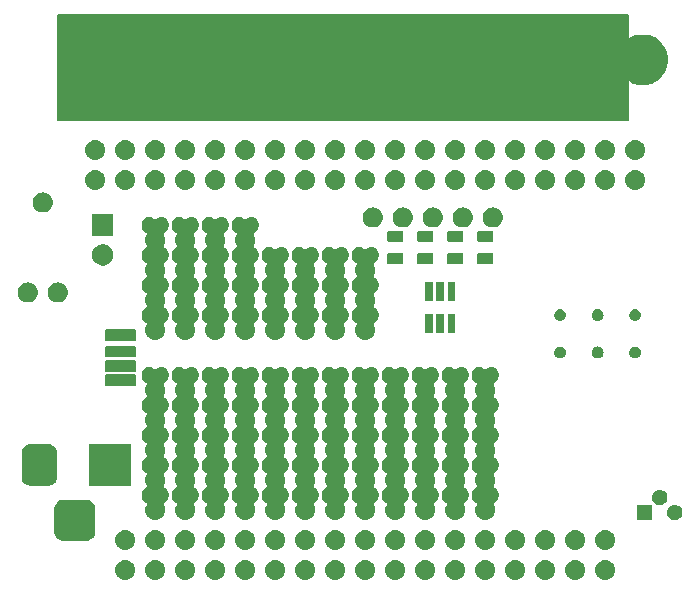
<source format=gts>
G04 #@! TF.GenerationSoftware,KiCad,Pcbnew,5.0.2+dfsg1-1~bpo9+1*
G04 #@! TF.CreationDate,2020-03-29T02:56:01-04:00*
G04 #@! TF.ProjectId,attiny10,61747469-6e79-4313-902e-6b696361645f,0.10.a*
G04 #@! TF.SameCoordinates,Original*
G04 #@! TF.FileFunction,Soldermask,Top*
G04 #@! TF.FilePolarity,Negative*
%FSLAX46Y46*%
G04 Gerber Fmt 4.6, Leading zero omitted, Abs format (unit mm)*
G04 Created by KiCad (PCBNEW 5.0.2+dfsg1-1~bpo9+1) date Sun 29 Mar 2020 02:56:01 AM EDT*
%MOMM*%
%LPD*%
G01*
G04 APERTURE LIST*
%ADD10C,0.150000*%
G04 APERTURE END LIST*
D10*
G36*
X40800000Y-83400000D02*
X40800000Y-82600000D01*
X38400000Y-82600000D01*
X38400000Y-83400000D01*
X40800000Y-83400000D01*
G37*
X40800000Y-83400000D02*
X40800000Y-82600000D01*
X38400000Y-82600000D01*
X38400000Y-83400000D01*
X40800000Y-83400000D01*
G36*
X40800000Y-84800000D02*
X40800000Y-84000000D01*
X38400000Y-84000000D01*
X38400000Y-84800000D01*
X40800000Y-84800000D01*
G37*
X40800000Y-84800000D02*
X40800000Y-84000000D01*
X38400000Y-84000000D01*
X38400000Y-84800000D01*
X40800000Y-84800000D01*
G36*
X40800000Y-86000000D02*
X40800000Y-85200000D01*
X38400000Y-85200000D01*
X38400000Y-86000000D01*
X40800000Y-86000000D01*
G37*
X40800000Y-86000000D02*
X40800000Y-85200000D01*
X38400000Y-85200000D01*
X38400000Y-86000000D01*
X40800000Y-86000000D01*
G36*
X40800000Y-87200000D02*
X40800000Y-86400000D01*
X38400000Y-86400000D01*
X38400000Y-87200000D01*
X40800000Y-87200000D01*
G37*
X40800000Y-87200000D02*
X40800000Y-86400000D01*
X38400000Y-86400000D01*
X38400000Y-87200000D01*
X40800000Y-87200000D01*
G36*
X82550000Y-64770000D02*
X82550000Y-55880000D01*
X34290000Y-55880000D01*
X34290000Y-64770000D01*
X82550000Y-64770000D01*
G37*
X82550000Y-64770000D02*
X82550000Y-55880000D01*
X34290000Y-55880000D01*
X34290000Y-64770000D01*
X82550000Y-64770000D01*
G36*
X80811630Y-102032299D02*
X80971855Y-102080903D01*
X81119520Y-102159831D01*
X81248949Y-102266051D01*
X81355169Y-102395480D01*
X81434097Y-102543145D01*
X81482701Y-102703370D01*
X81499112Y-102870000D01*
X81482701Y-103036630D01*
X81434097Y-103196855D01*
X81355169Y-103344520D01*
X81248949Y-103473949D01*
X81119520Y-103580169D01*
X80971855Y-103659097D01*
X80811630Y-103707701D01*
X80686752Y-103720000D01*
X80603248Y-103720000D01*
X80478370Y-103707701D01*
X80318145Y-103659097D01*
X80170480Y-103580169D01*
X80041051Y-103473949D01*
X79934831Y-103344520D01*
X79855903Y-103196855D01*
X79807299Y-103036630D01*
X79790888Y-102870000D01*
X79807299Y-102703370D01*
X79855903Y-102543145D01*
X79934831Y-102395480D01*
X80041051Y-102266051D01*
X80170480Y-102159831D01*
X80318145Y-102080903D01*
X80478370Y-102032299D01*
X80603248Y-102020000D01*
X80686752Y-102020000D01*
X80811630Y-102032299D01*
X80811630Y-102032299D01*
G37*
G36*
X63031630Y-102032299D02*
X63191855Y-102080903D01*
X63339520Y-102159831D01*
X63468949Y-102266051D01*
X63575169Y-102395480D01*
X63654097Y-102543145D01*
X63702701Y-102703370D01*
X63719112Y-102870000D01*
X63702701Y-103036630D01*
X63654097Y-103196855D01*
X63575169Y-103344520D01*
X63468949Y-103473949D01*
X63339520Y-103580169D01*
X63191855Y-103659097D01*
X63031630Y-103707701D01*
X62906752Y-103720000D01*
X62823248Y-103720000D01*
X62698370Y-103707701D01*
X62538145Y-103659097D01*
X62390480Y-103580169D01*
X62261051Y-103473949D01*
X62154831Y-103344520D01*
X62075903Y-103196855D01*
X62027299Y-103036630D01*
X62010888Y-102870000D01*
X62027299Y-102703370D01*
X62075903Y-102543145D01*
X62154831Y-102395480D01*
X62261051Y-102266051D01*
X62390480Y-102159831D01*
X62538145Y-102080903D01*
X62698370Y-102032299D01*
X62823248Y-102020000D01*
X62906752Y-102020000D01*
X63031630Y-102032299D01*
X63031630Y-102032299D01*
G37*
G36*
X40171630Y-102032299D02*
X40331855Y-102080903D01*
X40479520Y-102159831D01*
X40608949Y-102266051D01*
X40715169Y-102395480D01*
X40794097Y-102543145D01*
X40842701Y-102703370D01*
X40859112Y-102870000D01*
X40842701Y-103036630D01*
X40794097Y-103196855D01*
X40715169Y-103344520D01*
X40608949Y-103473949D01*
X40479520Y-103580169D01*
X40331855Y-103659097D01*
X40171630Y-103707701D01*
X40046752Y-103720000D01*
X39963248Y-103720000D01*
X39838370Y-103707701D01*
X39678145Y-103659097D01*
X39530480Y-103580169D01*
X39401051Y-103473949D01*
X39294831Y-103344520D01*
X39215903Y-103196855D01*
X39167299Y-103036630D01*
X39150888Y-102870000D01*
X39167299Y-102703370D01*
X39215903Y-102543145D01*
X39294831Y-102395480D01*
X39401051Y-102266051D01*
X39530480Y-102159831D01*
X39678145Y-102080903D01*
X39838370Y-102032299D01*
X39963248Y-102020000D01*
X40046752Y-102020000D01*
X40171630Y-102032299D01*
X40171630Y-102032299D01*
G37*
G36*
X42711630Y-102032299D02*
X42871855Y-102080903D01*
X43019520Y-102159831D01*
X43148949Y-102266051D01*
X43255169Y-102395480D01*
X43334097Y-102543145D01*
X43382701Y-102703370D01*
X43399112Y-102870000D01*
X43382701Y-103036630D01*
X43334097Y-103196855D01*
X43255169Y-103344520D01*
X43148949Y-103473949D01*
X43019520Y-103580169D01*
X42871855Y-103659097D01*
X42711630Y-103707701D01*
X42586752Y-103720000D01*
X42503248Y-103720000D01*
X42378370Y-103707701D01*
X42218145Y-103659097D01*
X42070480Y-103580169D01*
X41941051Y-103473949D01*
X41834831Y-103344520D01*
X41755903Y-103196855D01*
X41707299Y-103036630D01*
X41690888Y-102870000D01*
X41707299Y-102703370D01*
X41755903Y-102543145D01*
X41834831Y-102395480D01*
X41941051Y-102266051D01*
X42070480Y-102159831D01*
X42218145Y-102080903D01*
X42378370Y-102032299D01*
X42503248Y-102020000D01*
X42586752Y-102020000D01*
X42711630Y-102032299D01*
X42711630Y-102032299D01*
G37*
G36*
X47791630Y-102032299D02*
X47951855Y-102080903D01*
X48099520Y-102159831D01*
X48228949Y-102266051D01*
X48335169Y-102395480D01*
X48414097Y-102543145D01*
X48462701Y-102703370D01*
X48479112Y-102870000D01*
X48462701Y-103036630D01*
X48414097Y-103196855D01*
X48335169Y-103344520D01*
X48228949Y-103473949D01*
X48099520Y-103580169D01*
X47951855Y-103659097D01*
X47791630Y-103707701D01*
X47666752Y-103720000D01*
X47583248Y-103720000D01*
X47458370Y-103707701D01*
X47298145Y-103659097D01*
X47150480Y-103580169D01*
X47021051Y-103473949D01*
X46914831Y-103344520D01*
X46835903Y-103196855D01*
X46787299Y-103036630D01*
X46770888Y-102870000D01*
X46787299Y-102703370D01*
X46835903Y-102543145D01*
X46914831Y-102395480D01*
X47021051Y-102266051D01*
X47150480Y-102159831D01*
X47298145Y-102080903D01*
X47458370Y-102032299D01*
X47583248Y-102020000D01*
X47666752Y-102020000D01*
X47791630Y-102032299D01*
X47791630Y-102032299D01*
G37*
G36*
X52871630Y-102032299D02*
X53031855Y-102080903D01*
X53179520Y-102159831D01*
X53308949Y-102266051D01*
X53415169Y-102395480D01*
X53494097Y-102543145D01*
X53542701Y-102703370D01*
X53559112Y-102870000D01*
X53542701Y-103036630D01*
X53494097Y-103196855D01*
X53415169Y-103344520D01*
X53308949Y-103473949D01*
X53179520Y-103580169D01*
X53031855Y-103659097D01*
X52871630Y-103707701D01*
X52746752Y-103720000D01*
X52663248Y-103720000D01*
X52538370Y-103707701D01*
X52378145Y-103659097D01*
X52230480Y-103580169D01*
X52101051Y-103473949D01*
X51994831Y-103344520D01*
X51915903Y-103196855D01*
X51867299Y-103036630D01*
X51850888Y-102870000D01*
X51867299Y-102703370D01*
X51915903Y-102543145D01*
X51994831Y-102395480D01*
X52101051Y-102266051D01*
X52230480Y-102159831D01*
X52378145Y-102080903D01*
X52538370Y-102032299D01*
X52663248Y-102020000D01*
X52746752Y-102020000D01*
X52871630Y-102032299D01*
X52871630Y-102032299D01*
G37*
G36*
X45251630Y-102032299D02*
X45411855Y-102080903D01*
X45559520Y-102159831D01*
X45688949Y-102266051D01*
X45795169Y-102395480D01*
X45874097Y-102543145D01*
X45922701Y-102703370D01*
X45939112Y-102870000D01*
X45922701Y-103036630D01*
X45874097Y-103196855D01*
X45795169Y-103344520D01*
X45688949Y-103473949D01*
X45559520Y-103580169D01*
X45411855Y-103659097D01*
X45251630Y-103707701D01*
X45126752Y-103720000D01*
X45043248Y-103720000D01*
X44918370Y-103707701D01*
X44758145Y-103659097D01*
X44610480Y-103580169D01*
X44481051Y-103473949D01*
X44374831Y-103344520D01*
X44295903Y-103196855D01*
X44247299Y-103036630D01*
X44230888Y-102870000D01*
X44247299Y-102703370D01*
X44295903Y-102543145D01*
X44374831Y-102395480D01*
X44481051Y-102266051D01*
X44610480Y-102159831D01*
X44758145Y-102080903D01*
X44918370Y-102032299D01*
X45043248Y-102020000D01*
X45126752Y-102020000D01*
X45251630Y-102032299D01*
X45251630Y-102032299D01*
G37*
G36*
X50331630Y-102032299D02*
X50491855Y-102080903D01*
X50639520Y-102159831D01*
X50768949Y-102266051D01*
X50875169Y-102395480D01*
X50954097Y-102543145D01*
X51002701Y-102703370D01*
X51019112Y-102870000D01*
X51002701Y-103036630D01*
X50954097Y-103196855D01*
X50875169Y-103344520D01*
X50768949Y-103473949D01*
X50639520Y-103580169D01*
X50491855Y-103659097D01*
X50331630Y-103707701D01*
X50206752Y-103720000D01*
X50123248Y-103720000D01*
X49998370Y-103707701D01*
X49838145Y-103659097D01*
X49690480Y-103580169D01*
X49561051Y-103473949D01*
X49454831Y-103344520D01*
X49375903Y-103196855D01*
X49327299Y-103036630D01*
X49310888Y-102870000D01*
X49327299Y-102703370D01*
X49375903Y-102543145D01*
X49454831Y-102395480D01*
X49561051Y-102266051D01*
X49690480Y-102159831D01*
X49838145Y-102080903D01*
X49998370Y-102032299D01*
X50123248Y-102020000D01*
X50206752Y-102020000D01*
X50331630Y-102032299D01*
X50331630Y-102032299D01*
G37*
G36*
X57951630Y-102032299D02*
X58111855Y-102080903D01*
X58259520Y-102159831D01*
X58388949Y-102266051D01*
X58495169Y-102395480D01*
X58574097Y-102543145D01*
X58622701Y-102703370D01*
X58639112Y-102870000D01*
X58622701Y-103036630D01*
X58574097Y-103196855D01*
X58495169Y-103344520D01*
X58388949Y-103473949D01*
X58259520Y-103580169D01*
X58111855Y-103659097D01*
X57951630Y-103707701D01*
X57826752Y-103720000D01*
X57743248Y-103720000D01*
X57618370Y-103707701D01*
X57458145Y-103659097D01*
X57310480Y-103580169D01*
X57181051Y-103473949D01*
X57074831Y-103344520D01*
X56995903Y-103196855D01*
X56947299Y-103036630D01*
X56930888Y-102870000D01*
X56947299Y-102703370D01*
X56995903Y-102543145D01*
X57074831Y-102395480D01*
X57181051Y-102266051D01*
X57310480Y-102159831D01*
X57458145Y-102080903D01*
X57618370Y-102032299D01*
X57743248Y-102020000D01*
X57826752Y-102020000D01*
X57951630Y-102032299D01*
X57951630Y-102032299D01*
G37*
G36*
X60491630Y-102032299D02*
X60651855Y-102080903D01*
X60799520Y-102159831D01*
X60928949Y-102266051D01*
X61035169Y-102395480D01*
X61114097Y-102543145D01*
X61162701Y-102703370D01*
X61179112Y-102870000D01*
X61162701Y-103036630D01*
X61114097Y-103196855D01*
X61035169Y-103344520D01*
X60928949Y-103473949D01*
X60799520Y-103580169D01*
X60651855Y-103659097D01*
X60491630Y-103707701D01*
X60366752Y-103720000D01*
X60283248Y-103720000D01*
X60158370Y-103707701D01*
X59998145Y-103659097D01*
X59850480Y-103580169D01*
X59721051Y-103473949D01*
X59614831Y-103344520D01*
X59535903Y-103196855D01*
X59487299Y-103036630D01*
X59470888Y-102870000D01*
X59487299Y-102703370D01*
X59535903Y-102543145D01*
X59614831Y-102395480D01*
X59721051Y-102266051D01*
X59850480Y-102159831D01*
X59998145Y-102080903D01*
X60158370Y-102032299D01*
X60283248Y-102020000D01*
X60366752Y-102020000D01*
X60491630Y-102032299D01*
X60491630Y-102032299D01*
G37*
G36*
X65571630Y-102032299D02*
X65731855Y-102080903D01*
X65879520Y-102159831D01*
X66008949Y-102266051D01*
X66115169Y-102395480D01*
X66194097Y-102543145D01*
X66242701Y-102703370D01*
X66259112Y-102870000D01*
X66242701Y-103036630D01*
X66194097Y-103196855D01*
X66115169Y-103344520D01*
X66008949Y-103473949D01*
X65879520Y-103580169D01*
X65731855Y-103659097D01*
X65571630Y-103707701D01*
X65446752Y-103720000D01*
X65363248Y-103720000D01*
X65238370Y-103707701D01*
X65078145Y-103659097D01*
X64930480Y-103580169D01*
X64801051Y-103473949D01*
X64694831Y-103344520D01*
X64615903Y-103196855D01*
X64567299Y-103036630D01*
X64550888Y-102870000D01*
X64567299Y-102703370D01*
X64615903Y-102543145D01*
X64694831Y-102395480D01*
X64801051Y-102266051D01*
X64930480Y-102159831D01*
X65078145Y-102080903D01*
X65238370Y-102032299D01*
X65363248Y-102020000D01*
X65446752Y-102020000D01*
X65571630Y-102032299D01*
X65571630Y-102032299D01*
G37*
G36*
X68111630Y-102032299D02*
X68271855Y-102080903D01*
X68419520Y-102159831D01*
X68548949Y-102266051D01*
X68655169Y-102395480D01*
X68734097Y-102543145D01*
X68782701Y-102703370D01*
X68799112Y-102870000D01*
X68782701Y-103036630D01*
X68734097Y-103196855D01*
X68655169Y-103344520D01*
X68548949Y-103473949D01*
X68419520Y-103580169D01*
X68271855Y-103659097D01*
X68111630Y-103707701D01*
X67986752Y-103720000D01*
X67903248Y-103720000D01*
X67778370Y-103707701D01*
X67618145Y-103659097D01*
X67470480Y-103580169D01*
X67341051Y-103473949D01*
X67234831Y-103344520D01*
X67155903Y-103196855D01*
X67107299Y-103036630D01*
X67090888Y-102870000D01*
X67107299Y-102703370D01*
X67155903Y-102543145D01*
X67234831Y-102395480D01*
X67341051Y-102266051D01*
X67470480Y-102159831D01*
X67618145Y-102080903D01*
X67778370Y-102032299D01*
X67903248Y-102020000D01*
X67986752Y-102020000D01*
X68111630Y-102032299D01*
X68111630Y-102032299D01*
G37*
G36*
X73191630Y-102032299D02*
X73351855Y-102080903D01*
X73499520Y-102159831D01*
X73628949Y-102266051D01*
X73735169Y-102395480D01*
X73814097Y-102543145D01*
X73862701Y-102703370D01*
X73879112Y-102870000D01*
X73862701Y-103036630D01*
X73814097Y-103196855D01*
X73735169Y-103344520D01*
X73628949Y-103473949D01*
X73499520Y-103580169D01*
X73351855Y-103659097D01*
X73191630Y-103707701D01*
X73066752Y-103720000D01*
X72983248Y-103720000D01*
X72858370Y-103707701D01*
X72698145Y-103659097D01*
X72550480Y-103580169D01*
X72421051Y-103473949D01*
X72314831Y-103344520D01*
X72235903Y-103196855D01*
X72187299Y-103036630D01*
X72170888Y-102870000D01*
X72187299Y-102703370D01*
X72235903Y-102543145D01*
X72314831Y-102395480D01*
X72421051Y-102266051D01*
X72550480Y-102159831D01*
X72698145Y-102080903D01*
X72858370Y-102032299D01*
X72983248Y-102020000D01*
X73066752Y-102020000D01*
X73191630Y-102032299D01*
X73191630Y-102032299D01*
G37*
G36*
X78271630Y-102032299D02*
X78431855Y-102080903D01*
X78579520Y-102159831D01*
X78708949Y-102266051D01*
X78815169Y-102395480D01*
X78894097Y-102543145D01*
X78942701Y-102703370D01*
X78959112Y-102870000D01*
X78942701Y-103036630D01*
X78894097Y-103196855D01*
X78815169Y-103344520D01*
X78708949Y-103473949D01*
X78579520Y-103580169D01*
X78431855Y-103659097D01*
X78271630Y-103707701D01*
X78146752Y-103720000D01*
X78063248Y-103720000D01*
X77938370Y-103707701D01*
X77778145Y-103659097D01*
X77630480Y-103580169D01*
X77501051Y-103473949D01*
X77394831Y-103344520D01*
X77315903Y-103196855D01*
X77267299Y-103036630D01*
X77250888Y-102870000D01*
X77267299Y-102703370D01*
X77315903Y-102543145D01*
X77394831Y-102395480D01*
X77501051Y-102266051D01*
X77630480Y-102159831D01*
X77778145Y-102080903D01*
X77938370Y-102032299D01*
X78063248Y-102020000D01*
X78146752Y-102020000D01*
X78271630Y-102032299D01*
X78271630Y-102032299D01*
G37*
G36*
X70651630Y-102032299D02*
X70811855Y-102080903D01*
X70959520Y-102159831D01*
X71088949Y-102266051D01*
X71195169Y-102395480D01*
X71274097Y-102543145D01*
X71322701Y-102703370D01*
X71339112Y-102870000D01*
X71322701Y-103036630D01*
X71274097Y-103196855D01*
X71195169Y-103344520D01*
X71088949Y-103473949D01*
X70959520Y-103580169D01*
X70811855Y-103659097D01*
X70651630Y-103707701D01*
X70526752Y-103720000D01*
X70443248Y-103720000D01*
X70318370Y-103707701D01*
X70158145Y-103659097D01*
X70010480Y-103580169D01*
X69881051Y-103473949D01*
X69774831Y-103344520D01*
X69695903Y-103196855D01*
X69647299Y-103036630D01*
X69630888Y-102870000D01*
X69647299Y-102703370D01*
X69695903Y-102543145D01*
X69774831Y-102395480D01*
X69881051Y-102266051D01*
X70010480Y-102159831D01*
X70158145Y-102080903D01*
X70318370Y-102032299D01*
X70443248Y-102020000D01*
X70526752Y-102020000D01*
X70651630Y-102032299D01*
X70651630Y-102032299D01*
G37*
G36*
X75731630Y-102032299D02*
X75891855Y-102080903D01*
X76039520Y-102159831D01*
X76168949Y-102266051D01*
X76275169Y-102395480D01*
X76354097Y-102543145D01*
X76402701Y-102703370D01*
X76419112Y-102870000D01*
X76402701Y-103036630D01*
X76354097Y-103196855D01*
X76275169Y-103344520D01*
X76168949Y-103473949D01*
X76039520Y-103580169D01*
X75891855Y-103659097D01*
X75731630Y-103707701D01*
X75606752Y-103720000D01*
X75523248Y-103720000D01*
X75398370Y-103707701D01*
X75238145Y-103659097D01*
X75090480Y-103580169D01*
X74961051Y-103473949D01*
X74854831Y-103344520D01*
X74775903Y-103196855D01*
X74727299Y-103036630D01*
X74710888Y-102870000D01*
X74727299Y-102703370D01*
X74775903Y-102543145D01*
X74854831Y-102395480D01*
X74961051Y-102266051D01*
X75090480Y-102159831D01*
X75238145Y-102080903D01*
X75398370Y-102032299D01*
X75523248Y-102020000D01*
X75606752Y-102020000D01*
X75731630Y-102032299D01*
X75731630Y-102032299D01*
G37*
G36*
X55411630Y-102032299D02*
X55571855Y-102080903D01*
X55719520Y-102159831D01*
X55848949Y-102266051D01*
X55955169Y-102395480D01*
X56034097Y-102543145D01*
X56082701Y-102703370D01*
X56099112Y-102870000D01*
X56082701Y-103036630D01*
X56034097Y-103196855D01*
X55955169Y-103344520D01*
X55848949Y-103473949D01*
X55719520Y-103580169D01*
X55571855Y-103659097D01*
X55411630Y-103707701D01*
X55286752Y-103720000D01*
X55203248Y-103720000D01*
X55078370Y-103707701D01*
X54918145Y-103659097D01*
X54770480Y-103580169D01*
X54641051Y-103473949D01*
X54534831Y-103344520D01*
X54455903Y-103196855D01*
X54407299Y-103036630D01*
X54390888Y-102870000D01*
X54407299Y-102703370D01*
X54455903Y-102543145D01*
X54534831Y-102395480D01*
X54641051Y-102266051D01*
X54770480Y-102159831D01*
X54918145Y-102080903D01*
X55078370Y-102032299D01*
X55203248Y-102020000D01*
X55286752Y-102020000D01*
X55411630Y-102032299D01*
X55411630Y-102032299D01*
G37*
G36*
X50331630Y-99492299D02*
X50491855Y-99540903D01*
X50639520Y-99619831D01*
X50768949Y-99726051D01*
X50875169Y-99855480D01*
X50954097Y-100003145D01*
X51002701Y-100163370D01*
X51019112Y-100330000D01*
X51002701Y-100496630D01*
X50954097Y-100656855D01*
X50875169Y-100804520D01*
X50768949Y-100933949D01*
X50639520Y-101040169D01*
X50491855Y-101119097D01*
X50331630Y-101167701D01*
X50206752Y-101180000D01*
X50123248Y-101180000D01*
X49998370Y-101167701D01*
X49838145Y-101119097D01*
X49690480Y-101040169D01*
X49561051Y-100933949D01*
X49454831Y-100804520D01*
X49375903Y-100656855D01*
X49327299Y-100496630D01*
X49310888Y-100330000D01*
X49327299Y-100163370D01*
X49375903Y-100003145D01*
X49454831Y-99855480D01*
X49561051Y-99726051D01*
X49690480Y-99619831D01*
X49838145Y-99540903D01*
X49998370Y-99492299D01*
X50123248Y-99480000D01*
X50206752Y-99480000D01*
X50331630Y-99492299D01*
X50331630Y-99492299D01*
G37*
G36*
X78271630Y-99492299D02*
X78431855Y-99540903D01*
X78579520Y-99619831D01*
X78708949Y-99726051D01*
X78815169Y-99855480D01*
X78894097Y-100003145D01*
X78942701Y-100163370D01*
X78959112Y-100330000D01*
X78942701Y-100496630D01*
X78894097Y-100656855D01*
X78815169Y-100804520D01*
X78708949Y-100933949D01*
X78579520Y-101040169D01*
X78431855Y-101119097D01*
X78271630Y-101167701D01*
X78146752Y-101180000D01*
X78063248Y-101180000D01*
X77938370Y-101167701D01*
X77778145Y-101119097D01*
X77630480Y-101040169D01*
X77501051Y-100933949D01*
X77394831Y-100804520D01*
X77315903Y-100656855D01*
X77267299Y-100496630D01*
X77250888Y-100330000D01*
X77267299Y-100163370D01*
X77315903Y-100003145D01*
X77394831Y-99855480D01*
X77501051Y-99726051D01*
X77630480Y-99619831D01*
X77778145Y-99540903D01*
X77938370Y-99492299D01*
X78063248Y-99480000D01*
X78146752Y-99480000D01*
X78271630Y-99492299D01*
X78271630Y-99492299D01*
G37*
G36*
X75731630Y-99492299D02*
X75891855Y-99540903D01*
X76039520Y-99619831D01*
X76168949Y-99726051D01*
X76275169Y-99855480D01*
X76354097Y-100003145D01*
X76402701Y-100163370D01*
X76419112Y-100330000D01*
X76402701Y-100496630D01*
X76354097Y-100656855D01*
X76275169Y-100804520D01*
X76168949Y-100933949D01*
X76039520Y-101040169D01*
X75891855Y-101119097D01*
X75731630Y-101167701D01*
X75606752Y-101180000D01*
X75523248Y-101180000D01*
X75398370Y-101167701D01*
X75238145Y-101119097D01*
X75090480Y-101040169D01*
X74961051Y-100933949D01*
X74854831Y-100804520D01*
X74775903Y-100656855D01*
X74727299Y-100496630D01*
X74710888Y-100330000D01*
X74727299Y-100163370D01*
X74775903Y-100003145D01*
X74854831Y-99855480D01*
X74961051Y-99726051D01*
X75090480Y-99619831D01*
X75238145Y-99540903D01*
X75398370Y-99492299D01*
X75523248Y-99480000D01*
X75606752Y-99480000D01*
X75731630Y-99492299D01*
X75731630Y-99492299D01*
G37*
G36*
X80811630Y-99492299D02*
X80971855Y-99540903D01*
X81119520Y-99619831D01*
X81248949Y-99726051D01*
X81355169Y-99855480D01*
X81434097Y-100003145D01*
X81482701Y-100163370D01*
X81499112Y-100330000D01*
X81482701Y-100496630D01*
X81434097Y-100656855D01*
X81355169Y-100804520D01*
X81248949Y-100933949D01*
X81119520Y-101040169D01*
X80971855Y-101119097D01*
X80811630Y-101167701D01*
X80686752Y-101180000D01*
X80603248Y-101180000D01*
X80478370Y-101167701D01*
X80318145Y-101119097D01*
X80170480Y-101040169D01*
X80041051Y-100933949D01*
X79934831Y-100804520D01*
X79855903Y-100656855D01*
X79807299Y-100496630D01*
X79790888Y-100330000D01*
X79807299Y-100163370D01*
X79855903Y-100003145D01*
X79934831Y-99855480D01*
X80041051Y-99726051D01*
X80170480Y-99619831D01*
X80318145Y-99540903D01*
X80478370Y-99492299D01*
X80603248Y-99480000D01*
X80686752Y-99480000D01*
X80811630Y-99492299D01*
X80811630Y-99492299D01*
G37*
G36*
X40171630Y-99492299D02*
X40331855Y-99540903D01*
X40479520Y-99619831D01*
X40608949Y-99726051D01*
X40715169Y-99855480D01*
X40794097Y-100003145D01*
X40842701Y-100163370D01*
X40859112Y-100330000D01*
X40842701Y-100496630D01*
X40794097Y-100656855D01*
X40715169Y-100804520D01*
X40608949Y-100933949D01*
X40479520Y-101040169D01*
X40331855Y-101119097D01*
X40171630Y-101167701D01*
X40046752Y-101180000D01*
X39963248Y-101180000D01*
X39838370Y-101167701D01*
X39678145Y-101119097D01*
X39530480Y-101040169D01*
X39401051Y-100933949D01*
X39294831Y-100804520D01*
X39215903Y-100656855D01*
X39167299Y-100496630D01*
X39150888Y-100330000D01*
X39167299Y-100163370D01*
X39215903Y-100003145D01*
X39294831Y-99855480D01*
X39401051Y-99726051D01*
X39530480Y-99619831D01*
X39678145Y-99540903D01*
X39838370Y-99492299D01*
X39963248Y-99480000D01*
X40046752Y-99480000D01*
X40171630Y-99492299D01*
X40171630Y-99492299D01*
G37*
G36*
X42711630Y-99492299D02*
X42871855Y-99540903D01*
X43019520Y-99619831D01*
X43148949Y-99726051D01*
X43255169Y-99855480D01*
X43334097Y-100003145D01*
X43382701Y-100163370D01*
X43399112Y-100330000D01*
X43382701Y-100496630D01*
X43334097Y-100656855D01*
X43255169Y-100804520D01*
X43148949Y-100933949D01*
X43019520Y-101040169D01*
X42871855Y-101119097D01*
X42711630Y-101167701D01*
X42586752Y-101180000D01*
X42503248Y-101180000D01*
X42378370Y-101167701D01*
X42218145Y-101119097D01*
X42070480Y-101040169D01*
X41941051Y-100933949D01*
X41834831Y-100804520D01*
X41755903Y-100656855D01*
X41707299Y-100496630D01*
X41690888Y-100330000D01*
X41707299Y-100163370D01*
X41755903Y-100003145D01*
X41834831Y-99855480D01*
X41941051Y-99726051D01*
X42070480Y-99619831D01*
X42218145Y-99540903D01*
X42378370Y-99492299D01*
X42503248Y-99480000D01*
X42586752Y-99480000D01*
X42711630Y-99492299D01*
X42711630Y-99492299D01*
G37*
G36*
X45251630Y-99492299D02*
X45411855Y-99540903D01*
X45559520Y-99619831D01*
X45688949Y-99726051D01*
X45795169Y-99855480D01*
X45874097Y-100003145D01*
X45922701Y-100163370D01*
X45939112Y-100330000D01*
X45922701Y-100496630D01*
X45874097Y-100656855D01*
X45795169Y-100804520D01*
X45688949Y-100933949D01*
X45559520Y-101040169D01*
X45411855Y-101119097D01*
X45251630Y-101167701D01*
X45126752Y-101180000D01*
X45043248Y-101180000D01*
X44918370Y-101167701D01*
X44758145Y-101119097D01*
X44610480Y-101040169D01*
X44481051Y-100933949D01*
X44374831Y-100804520D01*
X44295903Y-100656855D01*
X44247299Y-100496630D01*
X44230888Y-100330000D01*
X44247299Y-100163370D01*
X44295903Y-100003145D01*
X44374831Y-99855480D01*
X44481051Y-99726051D01*
X44610480Y-99619831D01*
X44758145Y-99540903D01*
X44918370Y-99492299D01*
X45043248Y-99480000D01*
X45126752Y-99480000D01*
X45251630Y-99492299D01*
X45251630Y-99492299D01*
G37*
G36*
X52871630Y-99492299D02*
X53031855Y-99540903D01*
X53179520Y-99619831D01*
X53308949Y-99726051D01*
X53415169Y-99855480D01*
X53494097Y-100003145D01*
X53542701Y-100163370D01*
X53559112Y-100330000D01*
X53542701Y-100496630D01*
X53494097Y-100656855D01*
X53415169Y-100804520D01*
X53308949Y-100933949D01*
X53179520Y-101040169D01*
X53031855Y-101119097D01*
X52871630Y-101167701D01*
X52746752Y-101180000D01*
X52663248Y-101180000D01*
X52538370Y-101167701D01*
X52378145Y-101119097D01*
X52230480Y-101040169D01*
X52101051Y-100933949D01*
X51994831Y-100804520D01*
X51915903Y-100656855D01*
X51867299Y-100496630D01*
X51850888Y-100330000D01*
X51867299Y-100163370D01*
X51915903Y-100003145D01*
X51994831Y-99855480D01*
X52101051Y-99726051D01*
X52230480Y-99619831D01*
X52378145Y-99540903D01*
X52538370Y-99492299D01*
X52663248Y-99480000D01*
X52746752Y-99480000D01*
X52871630Y-99492299D01*
X52871630Y-99492299D01*
G37*
G36*
X55411630Y-99492299D02*
X55571855Y-99540903D01*
X55719520Y-99619831D01*
X55848949Y-99726051D01*
X55955169Y-99855480D01*
X56034097Y-100003145D01*
X56082701Y-100163370D01*
X56099112Y-100330000D01*
X56082701Y-100496630D01*
X56034097Y-100656855D01*
X55955169Y-100804520D01*
X55848949Y-100933949D01*
X55719520Y-101040169D01*
X55571855Y-101119097D01*
X55411630Y-101167701D01*
X55286752Y-101180000D01*
X55203248Y-101180000D01*
X55078370Y-101167701D01*
X54918145Y-101119097D01*
X54770480Y-101040169D01*
X54641051Y-100933949D01*
X54534831Y-100804520D01*
X54455903Y-100656855D01*
X54407299Y-100496630D01*
X54390888Y-100330000D01*
X54407299Y-100163370D01*
X54455903Y-100003145D01*
X54534831Y-99855480D01*
X54641051Y-99726051D01*
X54770480Y-99619831D01*
X54918145Y-99540903D01*
X55078370Y-99492299D01*
X55203248Y-99480000D01*
X55286752Y-99480000D01*
X55411630Y-99492299D01*
X55411630Y-99492299D01*
G37*
G36*
X68111630Y-99492299D02*
X68271855Y-99540903D01*
X68419520Y-99619831D01*
X68548949Y-99726051D01*
X68655169Y-99855480D01*
X68734097Y-100003145D01*
X68782701Y-100163370D01*
X68799112Y-100330000D01*
X68782701Y-100496630D01*
X68734097Y-100656855D01*
X68655169Y-100804520D01*
X68548949Y-100933949D01*
X68419520Y-101040169D01*
X68271855Y-101119097D01*
X68111630Y-101167701D01*
X67986752Y-101180000D01*
X67903248Y-101180000D01*
X67778370Y-101167701D01*
X67618145Y-101119097D01*
X67470480Y-101040169D01*
X67341051Y-100933949D01*
X67234831Y-100804520D01*
X67155903Y-100656855D01*
X67107299Y-100496630D01*
X67090888Y-100330000D01*
X67107299Y-100163370D01*
X67155903Y-100003145D01*
X67234831Y-99855480D01*
X67341051Y-99726051D01*
X67470480Y-99619831D01*
X67618145Y-99540903D01*
X67778370Y-99492299D01*
X67903248Y-99480000D01*
X67986752Y-99480000D01*
X68111630Y-99492299D01*
X68111630Y-99492299D01*
G37*
G36*
X73191630Y-99492299D02*
X73351855Y-99540903D01*
X73499520Y-99619831D01*
X73628949Y-99726051D01*
X73735169Y-99855480D01*
X73814097Y-100003145D01*
X73862701Y-100163370D01*
X73879112Y-100330000D01*
X73862701Y-100496630D01*
X73814097Y-100656855D01*
X73735169Y-100804520D01*
X73628949Y-100933949D01*
X73499520Y-101040169D01*
X73351855Y-101119097D01*
X73191630Y-101167701D01*
X73066752Y-101180000D01*
X72983248Y-101180000D01*
X72858370Y-101167701D01*
X72698145Y-101119097D01*
X72550480Y-101040169D01*
X72421051Y-100933949D01*
X72314831Y-100804520D01*
X72235903Y-100656855D01*
X72187299Y-100496630D01*
X72170888Y-100330000D01*
X72187299Y-100163370D01*
X72235903Y-100003145D01*
X72314831Y-99855480D01*
X72421051Y-99726051D01*
X72550480Y-99619831D01*
X72698145Y-99540903D01*
X72858370Y-99492299D01*
X72983248Y-99480000D01*
X73066752Y-99480000D01*
X73191630Y-99492299D01*
X73191630Y-99492299D01*
G37*
G36*
X60491630Y-99492299D02*
X60651855Y-99540903D01*
X60799520Y-99619831D01*
X60928949Y-99726051D01*
X61035169Y-99855480D01*
X61114097Y-100003145D01*
X61162701Y-100163370D01*
X61179112Y-100330000D01*
X61162701Y-100496630D01*
X61114097Y-100656855D01*
X61035169Y-100804520D01*
X60928949Y-100933949D01*
X60799520Y-101040169D01*
X60651855Y-101119097D01*
X60491630Y-101167701D01*
X60366752Y-101180000D01*
X60283248Y-101180000D01*
X60158370Y-101167701D01*
X59998145Y-101119097D01*
X59850480Y-101040169D01*
X59721051Y-100933949D01*
X59614831Y-100804520D01*
X59535903Y-100656855D01*
X59487299Y-100496630D01*
X59470888Y-100330000D01*
X59487299Y-100163370D01*
X59535903Y-100003145D01*
X59614831Y-99855480D01*
X59721051Y-99726051D01*
X59850480Y-99619831D01*
X59998145Y-99540903D01*
X60158370Y-99492299D01*
X60283248Y-99480000D01*
X60366752Y-99480000D01*
X60491630Y-99492299D01*
X60491630Y-99492299D01*
G37*
G36*
X65571630Y-99492299D02*
X65731855Y-99540903D01*
X65879520Y-99619831D01*
X66008949Y-99726051D01*
X66115169Y-99855480D01*
X66194097Y-100003145D01*
X66242701Y-100163370D01*
X66259112Y-100330000D01*
X66242701Y-100496630D01*
X66194097Y-100656855D01*
X66115169Y-100804520D01*
X66008949Y-100933949D01*
X65879520Y-101040169D01*
X65731855Y-101119097D01*
X65571630Y-101167701D01*
X65446752Y-101180000D01*
X65363248Y-101180000D01*
X65238370Y-101167701D01*
X65078145Y-101119097D01*
X64930480Y-101040169D01*
X64801051Y-100933949D01*
X64694831Y-100804520D01*
X64615903Y-100656855D01*
X64567299Y-100496630D01*
X64550888Y-100330000D01*
X64567299Y-100163370D01*
X64615903Y-100003145D01*
X64694831Y-99855480D01*
X64801051Y-99726051D01*
X64930480Y-99619831D01*
X65078145Y-99540903D01*
X65238370Y-99492299D01*
X65363248Y-99480000D01*
X65446752Y-99480000D01*
X65571630Y-99492299D01*
X65571630Y-99492299D01*
G37*
G36*
X63031630Y-99492299D02*
X63191855Y-99540903D01*
X63339520Y-99619831D01*
X63468949Y-99726051D01*
X63575169Y-99855480D01*
X63654097Y-100003145D01*
X63702701Y-100163370D01*
X63719112Y-100330000D01*
X63702701Y-100496630D01*
X63654097Y-100656855D01*
X63575169Y-100804520D01*
X63468949Y-100933949D01*
X63339520Y-101040169D01*
X63191855Y-101119097D01*
X63031630Y-101167701D01*
X62906752Y-101180000D01*
X62823248Y-101180000D01*
X62698370Y-101167701D01*
X62538145Y-101119097D01*
X62390480Y-101040169D01*
X62261051Y-100933949D01*
X62154831Y-100804520D01*
X62075903Y-100656855D01*
X62027299Y-100496630D01*
X62010888Y-100330000D01*
X62027299Y-100163370D01*
X62075903Y-100003145D01*
X62154831Y-99855480D01*
X62261051Y-99726051D01*
X62390480Y-99619831D01*
X62538145Y-99540903D01*
X62698370Y-99492299D01*
X62823248Y-99480000D01*
X62906752Y-99480000D01*
X63031630Y-99492299D01*
X63031630Y-99492299D01*
G37*
G36*
X57951630Y-99492299D02*
X58111855Y-99540903D01*
X58259520Y-99619831D01*
X58388949Y-99726051D01*
X58495169Y-99855480D01*
X58574097Y-100003145D01*
X58622701Y-100163370D01*
X58639112Y-100330000D01*
X58622701Y-100496630D01*
X58574097Y-100656855D01*
X58495169Y-100804520D01*
X58388949Y-100933949D01*
X58259520Y-101040169D01*
X58111855Y-101119097D01*
X57951630Y-101167701D01*
X57826752Y-101180000D01*
X57743248Y-101180000D01*
X57618370Y-101167701D01*
X57458145Y-101119097D01*
X57310480Y-101040169D01*
X57181051Y-100933949D01*
X57074831Y-100804520D01*
X56995903Y-100656855D01*
X56947299Y-100496630D01*
X56930888Y-100330000D01*
X56947299Y-100163370D01*
X56995903Y-100003145D01*
X57074831Y-99855480D01*
X57181051Y-99726051D01*
X57310480Y-99619831D01*
X57458145Y-99540903D01*
X57618370Y-99492299D01*
X57743248Y-99480000D01*
X57826752Y-99480000D01*
X57951630Y-99492299D01*
X57951630Y-99492299D01*
G37*
G36*
X70651630Y-99492299D02*
X70811855Y-99540903D01*
X70959520Y-99619831D01*
X71088949Y-99726051D01*
X71195169Y-99855480D01*
X71274097Y-100003145D01*
X71322701Y-100163370D01*
X71339112Y-100330000D01*
X71322701Y-100496630D01*
X71274097Y-100656855D01*
X71195169Y-100804520D01*
X71088949Y-100933949D01*
X70959520Y-101040169D01*
X70811855Y-101119097D01*
X70651630Y-101167701D01*
X70526752Y-101180000D01*
X70443248Y-101180000D01*
X70318370Y-101167701D01*
X70158145Y-101119097D01*
X70010480Y-101040169D01*
X69881051Y-100933949D01*
X69774831Y-100804520D01*
X69695903Y-100656855D01*
X69647299Y-100496630D01*
X69630888Y-100330000D01*
X69647299Y-100163370D01*
X69695903Y-100003145D01*
X69774831Y-99855480D01*
X69881051Y-99726051D01*
X70010480Y-99619831D01*
X70158145Y-99540903D01*
X70318370Y-99492299D01*
X70443248Y-99480000D01*
X70526752Y-99480000D01*
X70651630Y-99492299D01*
X70651630Y-99492299D01*
G37*
G36*
X47791630Y-99492299D02*
X47951855Y-99540903D01*
X48099520Y-99619831D01*
X48228949Y-99726051D01*
X48335169Y-99855480D01*
X48414097Y-100003145D01*
X48462701Y-100163370D01*
X48479112Y-100330000D01*
X48462701Y-100496630D01*
X48414097Y-100656855D01*
X48335169Y-100804520D01*
X48228949Y-100933949D01*
X48099520Y-101040169D01*
X47951855Y-101119097D01*
X47791630Y-101167701D01*
X47666752Y-101180000D01*
X47583248Y-101180000D01*
X47458370Y-101167701D01*
X47298145Y-101119097D01*
X47150480Y-101040169D01*
X47021051Y-100933949D01*
X46914831Y-100804520D01*
X46835903Y-100656855D01*
X46787299Y-100496630D01*
X46770888Y-100330000D01*
X46787299Y-100163370D01*
X46835903Y-100003145D01*
X46914831Y-99855480D01*
X47021051Y-99726051D01*
X47150480Y-99619831D01*
X47298145Y-99540903D01*
X47458370Y-99492299D01*
X47583248Y-99480000D01*
X47666752Y-99480000D01*
X47791630Y-99492299D01*
X47791630Y-99492299D01*
G37*
G36*
X36830891Y-96946205D02*
X36983200Y-96992407D01*
X37123567Y-97067435D01*
X37246597Y-97168403D01*
X37347565Y-97291433D01*
X37422593Y-97431800D01*
X37468795Y-97584109D01*
X37485000Y-97748640D01*
X37485000Y-99611360D01*
X37468795Y-99775891D01*
X37422593Y-99928200D01*
X37347565Y-100068567D01*
X37246597Y-100191597D01*
X37123567Y-100292565D01*
X36983200Y-100367593D01*
X36830891Y-100413795D01*
X36666360Y-100430000D01*
X34803640Y-100430000D01*
X34639109Y-100413795D01*
X34486800Y-100367593D01*
X34346433Y-100292565D01*
X34223403Y-100191597D01*
X34122435Y-100068567D01*
X34047407Y-99928200D01*
X34001205Y-99775891D01*
X33985000Y-99611360D01*
X33985000Y-97748640D01*
X34001205Y-97584109D01*
X34047407Y-97431800D01*
X34122435Y-97291433D01*
X34223403Y-97168403D01*
X34346433Y-97067435D01*
X34486800Y-96992407D01*
X34639109Y-96946205D01*
X34803640Y-96930000D01*
X36666360Y-96930000D01*
X36830891Y-96946205D01*
X36830891Y-96946205D01*
G37*
G36*
X86687738Y-97366653D02*
X86729598Y-97374979D01*
X86764245Y-97389330D01*
X86847890Y-97423977D01*
X86954354Y-97495114D01*
X87044886Y-97585646D01*
X87116023Y-97692110D01*
X87165021Y-97810403D01*
X87190000Y-97935979D01*
X87190000Y-98064021D01*
X87165021Y-98189597D01*
X87116023Y-98307890D01*
X87044886Y-98414354D01*
X86954354Y-98504886D01*
X86847890Y-98576023D01*
X86764245Y-98610670D01*
X86729598Y-98625021D01*
X86687738Y-98633347D01*
X86604021Y-98650000D01*
X86475979Y-98650000D01*
X86392262Y-98633347D01*
X86350402Y-98625021D01*
X86315755Y-98610670D01*
X86232110Y-98576023D01*
X86125646Y-98504886D01*
X86035114Y-98414354D01*
X85963977Y-98307890D01*
X85914979Y-98189597D01*
X85890000Y-98064021D01*
X85890000Y-97935979D01*
X85914979Y-97810403D01*
X85963977Y-97692110D01*
X86035114Y-97585646D01*
X86125646Y-97495114D01*
X86232110Y-97423977D01*
X86315755Y-97389330D01*
X86350402Y-97374979D01*
X86392262Y-97366653D01*
X86475979Y-97350000D01*
X86604021Y-97350000D01*
X86687738Y-97366653D01*
X86687738Y-97366653D01*
G37*
G36*
X84650000Y-98650000D02*
X83350000Y-98650000D01*
X83350000Y-97350000D01*
X84650000Y-97350000D01*
X84650000Y-98650000D01*
X84650000Y-98650000D01*
G37*
G36*
X55897620Y-85668682D02*
X56010720Y-85702990D01*
X56114954Y-85758704D01*
X56206317Y-85833683D01*
X56281296Y-85925045D01*
X56337010Y-86029279D01*
X56371318Y-86142379D01*
X56380000Y-86230526D01*
X56380000Y-86489473D01*
X56371318Y-86577620D01*
X56337010Y-86690720D01*
X56281296Y-86794955D01*
X56206317Y-86886317D01*
X56114955Y-86961296D01*
X56020174Y-87011957D01*
X55999811Y-87025564D01*
X55982484Y-87042891D01*
X55968870Y-87063266D01*
X55959492Y-87085905D01*
X55954712Y-87109938D01*
X55954712Y-87134442D01*
X55959493Y-87158476D01*
X55968870Y-87181114D01*
X56006117Y-87250799D01*
X56034097Y-87303145D01*
X56034097Y-87303146D01*
X56082701Y-87463370D01*
X56099112Y-87630000D01*
X56082701Y-87796630D01*
X56043273Y-87926604D01*
X56034097Y-87956855D01*
X56006117Y-88009201D01*
X55968870Y-88078886D01*
X55959492Y-88101525D01*
X55954712Y-88125558D01*
X55954712Y-88150063D01*
X55959493Y-88174096D01*
X55968870Y-88196735D01*
X55982484Y-88217110D01*
X55999811Y-88234437D01*
X56020178Y-88248046D01*
X56114954Y-88298704D01*
X56206317Y-88373683D01*
X56281296Y-88465045D01*
X56337010Y-88569279D01*
X56371318Y-88682379D01*
X56380000Y-88770526D01*
X56380000Y-89029473D01*
X56371318Y-89117620D01*
X56337010Y-89230720D01*
X56281296Y-89334955D01*
X56206317Y-89426317D01*
X56114955Y-89501296D01*
X56020174Y-89551957D01*
X55999811Y-89565564D01*
X55982484Y-89582891D01*
X55968870Y-89603266D01*
X55959492Y-89625905D01*
X55954712Y-89649938D01*
X55954712Y-89674442D01*
X55959493Y-89698476D01*
X55968870Y-89721114D01*
X56006117Y-89790799D01*
X56034097Y-89843145D01*
X56034097Y-89843146D01*
X56082701Y-90003370D01*
X56099112Y-90170000D01*
X56082701Y-90336630D01*
X56043273Y-90466604D01*
X56034097Y-90496855D01*
X56006117Y-90549201D01*
X55968870Y-90618886D01*
X55959492Y-90641525D01*
X55954712Y-90665558D01*
X55954712Y-90690063D01*
X55959493Y-90714096D01*
X55968870Y-90736735D01*
X55982484Y-90757110D01*
X55999811Y-90774437D01*
X56020178Y-90788046D01*
X56114954Y-90838704D01*
X56206317Y-90913683D01*
X56281296Y-91005045D01*
X56337010Y-91109279D01*
X56371318Y-91222379D01*
X56380000Y-91310526D01*
X56380000Y-91569473D01*
X56371318Y-91657620D01*
X56337010Y-91770720D01*
X56281296Y-91874955D01*
X56206317Y-91966317D01*
X56114955Y-92041296D01*
X56020174Y-92091957D01*
X55999811Y-92105564D01*
X55982484Y-92122891D01*
X55968870Y-92143266D01*
X55959492Y-92165905D01*
X55954712Y-92189938D01*
X55954712Y-92214442D01*
X55959493Y-92238476D01*
X55968870Y-92261114D01*
X55982754Y-92287090D01*
X56034097Y-92383145D01*
X56034097Y-92383146D01*
X56082701Y-92543370D01*
X56099112Y-92710000D01*
X56082701Y-92876630D01*
X56043273Y-93006604D01*
X56034097Y-93036855D01*
X56006117Y-93089201D01*
X55968870Y-93158886D01*
X55959492Y-93181525D01*
X55954712Y-93205558D01*
X55954712Y-93230063D01*
X55959493Y-93254096D01*
X55968870Y-93276735D01*
X55982484Y-93297110D01*
X55999811Y-93314437D01*
X56020178Y-93328046D01*
X56114954Y-93378704D01*
X56206317Y-93453683D01*
X56281296Y-93545045D01*
X56337010Y-93649279D01*
X56371318Y-93762379D01*
X56380000Y-93850526D01*
X56380000Y-94109473D01*
X56371318Y-94197620D01*
X56337010Y-94310720D01*
X56281296Y-94414955D01*
X56206317Y-94506317D01*
X56114955Y-94581296D01*
X56020174Y-94631957D01*
X55999811Y-94645564D01*
X55982484Y-94662891D01*
X55968870Y-94683266D01*
X55959492Y-94705905D01*
X55954712Y-94729938D01*
X55954712Y-94754442D01*
X55959493Y-94778476D01*
X55968870Y-94801114D01*
X56006117Y-94870799D01*
X56034097Y-94923145D01*
X56034097Y-94923146D01*
X56082701Y-95083370D01*
X56099112Y-95250000D01*
X56082701Y-95416630D01*
X56054277Y-95510330D01*
X56034097Y-95576855D01*
X56006117Y-95629201D01*
X55968870Y-95698886D01*
X55959492Y-95721525D01*
X55954712Y-95745558D01*
X55954712Y-95770063D01*
X55959493Y-95794096D01*
X55968870Y-95816735D01*
X55982484Y-95837110D01*
X55999811Y-95854437D01*
X56020178Y-95868046D01*
X56114954Y-95918704D01*
X56206317Y-95993683D01*
X56281296Y-96085045D01*
X56337010Y-96189279D01*
X56371318Y-96302379D01*
X56380000Y-96390526D01*
X56380000Y-96649473D01*
X56371318Y-96737620D01*
X56337010Y-96850720D01*
X56281296Y-96954955D01*
X56206317Y-97046317D01*
X56114955Y-97121296D01*
X56020174Y-97171957D01*
X55999811Y-97185564D01*
X55982484Y-97202891D01*
X55968870Y-97223266D01*
X55959492Y-97245905D01*
X55954712Y-97269938D01*
X55954712Y-97294442D01*
X55959493Y-97318476D01*
X55968870Y-97341114D01*
X55976303Y-97355021D01*
X56034097Y-97463145D01*
X56043273Y-97493396D01*
X56082701Y-97623370D01*
X56099112Y-97790000D01*
X56082701Y-97956630D01*
X56034097Y-98116855D01*
X55955169Y-98264520D01*
X55848949Y-98393949D01*
X55719520Y-98500169D01*
X55571855Y-98579097D01*
X55411630Y-98627701D01*
X55286752Y-98640000D01*
X55203248Y-98640000D01*
X55078370Y-98627701D01*
X54918145Y-98579097D01*
X54770480Y-98500169D01*
X54641051Y-98393949D01*
X54534831Y-98264520D01*
X54455903Y-98116855D01*
X54407299Y-97956630D01*
X54390888Y-97790000D01*
X54407299Y-97623370D01*
X54446727Y-97493396D01*
X54455903Y-97463145D01*
X54513697Y-97355021D01*
X54521130Y-97341114D01*
X54530508Y-97318475D01*
X54535288Y-97294442D01*
X54535288Y-97269937D01*
X54530507Y-97245904D01*
X54521130Y-97223265D01*
X54507516Y-97202890D01*
X54490189Y-97185563D01*
X54469822Y-97171954D01*
X54375046Y-97121296D01*
X54283684Y-97046317D01*
X54208705Y-96954955D01*
X54152990Y-96850721D01*
X54118682Y-96737621D01*
X54110000Y-96649474D01*
X54110000Y-96390527D01*
X54118682Y-96302380D01*
X54152990Y-96189280D01*
X54208704Y-96085046D01*
X54283683Y-95993683D01*
X54375045Y-95918704D01*
X54469826Y-95868043D01*
X54490189Y-95854436D01*
X54507516Y-95837109D01*
X54521130Y-95816734D01*
X54530508Y-95794095D01*
X54535288Y-95770062D01*
X54535288Y-95745558D01*
X54530507Y-95721524D01*
X54521130Y-95698886D01*
X54483883Y-95629201D01*
X54455903Y-95576855D01*
X54435723Y-95510330D01*
X54407299Y-95416630D01*
X54390888Y-95250000D01*
X54407299Y-95083370D01*
X54455903Y-94923146D01*
X54455903Y-94923145D01*
X54483883Y-94870799D01*
X54521130Y-94801114D01*
X54530508Y-94778475D01*
X54535288Y-94754442D01*
X54535288Y-94729937D01*
X54530507Y-94705904D01*
X54521130Y-94683265D01*
X54507516Y-94662890D01*
X54490189Y-94645563D01*
X54469822Y-94631954D01*
X54375046Y-94581296D01*
X54283684Y-94506317D01*
X54208705Y-94414955D01*
X54152990Y-94310721D01*
X54118682Y-94197621D01*
X54110000Y-94109474D01*
X54110000Y-93850527D01*
X54118682Y-93762380D01*
X54152990Y-93649280D01*
X54208704Y-93545046D01*
X54283683Y-93453683D01*
X54375045Y-93378704D01*
X54469826Y-93328043D01*
X54490189Y-93314436D01*
X54507516Y-93297109D01*
X54521130Y-93276734D01*
X54530508Y-93254095D01*
X54535288Y-93230062D01*
X54535288Y-93205558D01*
X54530507Y-93181524D01*
X54521130Y-93158886D01*
X54483883Y-93089201D01*
X54455903Y-93036855D01*
X54446727Y-93006604D01*
X54407299Y-92876630D01*
X54390888Y-92710000D01*
X54407299Y-92543370D01*
X54455903Y-92383146D01*
X54455903Y-92383145D01*
X54507246Y-92287090D01*
X54521130Y-92261114D01*
X54530508Y-92238475D01*
X54535288Y-92214442D01*
X54535288Y-92189937D01*
X54530507Y-92165904D01*
X54521130Y-92143265D01*
X54507516Y-92122890D01*
X54490189Y-92105563D01*
X54469822Y-92091954D01*
X54375046Y-92041296D01*
X54283684Y-91966317D01*
X54208705Y-91874955D01*
X54152990Y-91770721D01*
X54118682Y-91657621D01*
X54110000Y-91569474D01*
X54110000Y-91310527D01*
X54118682Y-91222380D01*
X54152990Y-91109280D01*
X54208704Y-91005046D01*
X54283683Y-90913683D01*
X54375045Y-90838704D01*
X54469826Y-90788043D01*
X54490189Y-90774436D01*
X54507516Y-90757109D01*
X54521130Y-90736734D01*
X54530508Y-90714095D01*
X54535288Y-90690062D01*
X54535288Y-90665558D01*
X54530507Y-90641524D01*
X54521130Y-90618886D01*
X54483883Y-90549201D01*
X54455903Y-90496855D01*
X54446727Y-90466604D01*
X54407299Y-90336630D01*
X54390888Y-90170000D01*
X54407299Y-90003370D01*
X54455903Y-89843146D01*
X54455903Y-89843145D01*
X54483883Y-89790799D01*
X54521130Y-89721114D01*
X54530508Y-89698475D01*
X54535288Y-89674442D01*
X54535288Y-89649937D01*
X54530507Y-89625904D01*
X54521130Y-89603265D01*
X54507516Y-89582890D01*
X54490189Y-89565563D01*
X54469822Y-89551954D01*
X54375046Y-89501296D01*
X54283684Y-89426317D01*
X54208705Y-89334955D01*
X54152990Y-89230721D01*
X54118682Y-89117621D01*
X54110000Y-89029474D01*
X54110000Y-88770527D01*
X54118682Y-88682380D01*
X54152990Y-88569280D01*
X54208704Y-88465046D01*
X54283683Y-88373683D01*
X54375045Y-88298704D01*
X54469826Y-88248043D01*
X54490189Y-88234436D01*
X54507516Y-88217109D01*
X54521130Y-88196734D01*
X54530508Y-88174095D01*
X54535288Y-88150062D01*
X54535288Y-88125558D01*
X54530507Y-88101524D01*
X54521130Y-88078886D01*
X54483883Y-88009201D01*
X54455903Y-87956855D01*
X54446727Y-87926604D01*
X54407299Y-87796630D01*
X54390888Y-87630000D01*
X54407299Y-87463370D01*
X54455903Y-87303146D01*
X54455903Y-87303145D01*
X54483883Y-87250799D01*
X54521130Y-87181114D01*
X54530508Y-87158475D01*
X54535288Y-87134442D01*
X54535288Y-87109937D01*
X54530507Y-87085904D01*
X54521130Y-87063265D01*
X54507516Y-87042890D01*
X54490189Y-87025563D01*
X54469822Y-87011954D01*
X54375046Y-86961296D01*
X54283684Y-86886317D01*
X54208705Y-86794955D01*
X54152990Y-86690721D01*
X54118682Y-86577621D01*
X54110000Y-86489474D01*
X54110000Y-86230527D01*
X54118682Y-86142380D01*
X54152990Y-86029280D01*
X54208704Y-85925046D01*
X54283683Y-85833683D01*
X54375045Y-85758704D01*
X54479279Y-85702990D01*
X54592379Y-85668682D01*
X54710000Y-85657097D01*
X54827620Y-85668682D01*
X54940720Y-85702990D01*
X55044954Y-85758704D01*
X55136317Y-85833683D01*
X55148390Y-85848394D01*
X55165702Y-85865705D01*
X55186076Y-85879319D01*
X55208715Y-85888696D01*
X55232749Y-85893476D01*
X55257253Y-85893476D01*
X55281287Y-85888695D01*
X55303926Y-85879318D01*
X55324300Y-85865704D01*
X55341611Y-85848393D01*
X55353683Y-85833683D01*
X55445045Y-85758704D01*
X55549279Y-85702990D01*
X55662379Y-85668682D01*
X55780000Y-85657097D01*
X55897620Y-85668682D01*
X55897620Y-85668682D01*
G37*
G36*
X53357620Y-85668682D02*
X53470720Y-85702990D01*
X53574954Y-85758704D01*
X53666317Y-85833683D01*
X53741296Y-85925045D01*
X53797010Y-86029279D01*
X53831318Y-86142379D01*
X53840000Y-86230526D01*
X53840000Y-86489473D01*
X53831318Y-86577620D01*
X53797010Y-86690720D01*
X53741296Y-86794955D01*
X53666317Y-86886317D01*
X53574955Y-86961296D01*
X53480174Y-87011957D01*
X53459811Y-87025564D01*
X53442484Y-87042891D01*
X53428870Y-87063266D01*
X53419492Y-87085905D01*
X53414712Y-87109938D01*
X53414712Y-87134442D01*
X53419493Y-87158476D01*
X53428870Y-87181114D01*
X53466117Y-87250799D01*
X53494097Y-87303145D01*
X53494097Y-87303146D01*
X53542701Y-87463370D01*
X53559112Y-87630000D01*
X53542701Y-87796630D01*
X53503273Y-87926604D01*
X53494097Y-87956855D01*
X53466117Y-88009201D01*
X53428870Y-88078886D01*
X53419492Y-88101525D01*
X53414712Y-88125558D01*
X53414712Y-88150063D01*
X53419493Y-88174096D01*
X53428870Y-88196735D01*
X53442484Y-88217110D01*
X53459811Y-88234437D01*
X53480178Y-88248046D01*
X53574954Y-88298704D01*
X53666317Y-88373683D01*
X53741296Y-88465045D01*
X53797010Y-88569279D01*
X53831318Y-88682379D01*
X53840000Y-88770526D01*
X53840000Y-89029473D01*
X53831318Y-89117620D01*
X53797010Y-89230720D01*
X53741296Y-89334955D01*
X53666317Y-89426317D01*
X53574955Y-89501296D01*
X53480174Y-89551957D01*
X53459811Y-89565564D01*
X53442484Y-89582891D01*
X53428870Y-89603266D01*
X53419492Y-89625905D01*
X53414712Y-89649938D01*
X53414712Y-89674442D01*
X53419493Y-89698476D01*
X53428870Y-89721114D01*
X53466117Y-89790799D01*
X53494097Y-89843145D01*
X53494097Y-89843146D01*
X53542701Y-90003370D01*
X53559112Y-90170000D01*
X53542701Y-90336630D01*
X53503273Y-90466604D01*
X53494097Y-90496855D01*
X53466117Y-90549201D01*
X53428870Y-90618886D01*
X53419492Y-90641525D01*
X53414712Y-90665558D01*
X53414712Y-90690063D01*
X53419493Y-90714096D01*
X53428870Y-90736735D01*
X53442484Y-90757110D01*
X53459811Y-90774437D01*
X53480178Y-90788046D01*
X53574954Y-90838704D01*
X53666317Y-90913683D01*
X53741296Y-91005045D01*
X53797010Y-91109279D01*
X53831318Y-91222379D01*
X53840000Y-91310526D01*
X53840000Y-91569473D01*
X53831318Y-91657620D01*
X53797010Y-91770720D01*
X53741296Y-91874955D01*
X53666317Y-91966317D01*
X53574955Y-92041296D01*
X53480174Y-92091957D01*
X53459811Y-92105564D01*
X53442484Y-92122891D01*
X53428870Y-92143266D01*
X53419492Y-92165905D01*
X53414712Y-92189938D01*
X53414712Y-92214442D01*
X53419493Y-92238476D01*
X53428870Y-92261114D01*
X53442754Y-92287090D01*
X53494097Y-92383145D01*
X53494097Y-92383146D01*
X53542701Y-92543370D01*
X53559112Y-92710000D01*
X53542701Y-92876630D01*
X53503273Y-93006604D01*
X53494097Y-93036855D01*
X53466117Y-93089201D01*
X53428870Y-93158886D01*
X53419492Y-93181525D01*
X53414712Y-93205558D01*
X53414712Y-93230063D01*
X53419493Y-93254096D01*
X53428870Y-93276735D01*
X53442484Y-93297110D01*
X53459811Y-93314437D01*
X53480178Y-93328046D01*
X53574954Y-93378704D01*
X53666317Y-93453683D01*
X53741296Y-93545045D01*
X53797010Y-93649279D01*
X53831318Y-93762379D01*
X53840000Y-93850526D01*
X53840000Y-94109473D01*
X53831318Y-94197620D01*
X53797010Y-94310720D01*
X53741296Y-94414955D01*
X53666317Y-94506317D01*
X53574955Y-94581296D01*
X53480174Y-94631957D01*
X53459811Y-94645564D01*
X53442484Y-94662891D01*
X53428870Y-94683266D01*
X53419492Y-94705905D01*
X53414712Y-94729938D01*
X53414712Y-94754442D01*
X53419493Y-94778476D01*
X53428870Y-94801114D01*
X53466117Y-94870799D01*
X53494097Y-94923145D01*
X53494097Y-94923146D01*
X53542701Y-95083370D01*
X53559112Y-95250000D01*
X53542701Y-95416630D01*
X53514277Y-95510330D01*
X53494097Y-95576855D01*
X53466117Y-95629201D01*
X53428870Y-95698886D01*
X53419492Y-95721525D01*
X53414712Y-95745558D01*
X53414712Y-95770063D01*
X53419493Y-95794096D01*
X53428870Y-95816735D01*
X53442484Y-95837110D01*
X53459811Y-95854437D01*
X53480178Y-95868046D01*
X53574954Y-95918704D01*
X53666317Y-95993683D01*
X53741296Y-96085045D01*
X53797010Y-96189279D01*
X53831318Y-96302379D01*
X53840000Y-96390526D01*
X53840000Y-96649473D01*
X53831318Y-96737620D01*
X53797010Y-96850720D01*
X53741296Y-96954955D01*
X53666317Y-97046317D01*
X53574955Y-97121296D01*
X53480174Y-97171957D01*
X53459811Y-97185564D01*
X53442484Y-97202891D01*
X53428870Y-97223266D01*
X53419492Y-97245905D01*
X53414712Y-97269938D01*
X53414712Y-97294442D01*
X53419493Y-97318476D01*
X53428870Y-97341114D01*
X53436303Y-97355021D01*
X53494097Y-97463145D01*
X53503273Y-97493396D01*
X53542701Y-97623370D01*
X53559112Y-97790000D01*
X53542701Y-97956630D01*
X53494097Y-98116855D01*
X53415169Y-98264520D01*
X53308949Y-98393949D01*
X53179520Y-98500169D01*
X53031855Y-98579097D01*
X52871630Y-98627701D01*
X52746752Y-98640000D01*
X52663248Y-98640000D01*
X52538370Y-98627701D01*
X52378145Y-98579097D01*
X52230480Y-98500169D01*
X52101051Y-98393949D01*
X51994831Y-98264520D01*
X51915903Y-98116855D01*
X51867299Y-97956630D01*
X51850888Y-97790000D01*
X51867299Y-97623370D01*
X51906727Y-97493396D01*
X51915903Y-97463145D01*
X51973697Y-97355021D01*
X51981130Y-97341114D01*
X51990508Y-97318475D01*
X51995288Y-97294442D01*
X51995288Y-97269937D01*
X51990507Y-97245904D01*
X51981130Y-97223265D01*
X51967516Y-97202890D01*
X51950189Y-97185563D01*
X51929822Y-97171954D01*
X51835046Y-97121296D01*
X51743684Y-97046317D01*
X51668705Y-96954955D01*
X51612990Y-96850721D01*
X51578682Y-96737621D01*
X51570000Y-96649474D01*
X51570000Y-96390527D01*
X51578682Y-96302380D01*
X51612990Y-96189280D01*
X51668704Y-96085046D01*
X51743683Y-95993683D01*
X51835045Y-95918704D01*
X51929826Y-95868043D01*
X51950189Y-95854436D01*
X51967516Y-95837109D01*
X51981130Y-95816734D01*
X51990508Y-95794095D01*
X51995288Y-95770062D01*
X51995288Y-95745558D01*
X51990507Y-95721524D01*
X51981130Y-95698886D01*
X51943883Y-95629201D01*
X51915903Y-95576855D01*
X51895723Y-95510330D01*
X51867299Y-95416630D01*
X51850888Y-95250000D01*
X51867299Y-95083370D01*
X51915903Y-94923146D01*
X51915903Y-94923145D01*
X51943883Y-94870799D01*
X51981130Y-94801114D01*
X51990508Y-94778475D01*
X51995288Y-94754442D01*
X51995288Y-94729937D01*
X51990507Y-94705904D01*
X51981130Y-94683265D01*
X51967516Y-94662890D01*
X51950189Y-94645563D01*
X51929822Y-94631954D01*
X51835046Y-94581296D01*
X51743684Y-94506317D01*
X51668705Y-94414955D01*
X51612990Y-94310721D01*
X51578682Y-94197621D01*
X51570000Y-94109474D01*
X51570000Y-93850527D01*
X51578682Y-93762380D01*
X51612990Y-93649280D01*
X51668704Y-93545046D01*
X51743683Y-93453683D01*
X51835045Y-93378704D01*
X51929826Y-93328043D01*
X51950189Y-93314436D01*
X51967516Y-93297109D01*
X51981130Y-93276734D01*
X51990508Y-93254095D01*
X51995288Y-93230062D01*
X51995288Y-93205558D01*
X51990507Y-93181524D01*
X51981130Y-93158886D01*
X51943883Y-93089201D01*
X51915903Y-93036855D01*
X51906727Y-93006604D01*
X51867299Y-92876630D01*
X51850888Y-92710000D01*
X51867299Y-92543370D01*
X51915903Y-92383146D01*
X51915903Y-92383145D01*
X51967246Y-92287090D01*
X51981130Y-92261114D01*
X51990508Y-92238475D01*
X51995288Y-92214442D01*
X51995288Y-92189937D01*
X51990507Y-92165904D01*
X51981130Y-92143265D01*
X51967516Y-92122890D01*
X51950189Y-92105563D01*
X51929822Y-92091954D01*
X51835046Y-92041296D01*
X51743684Y-91966317D01*
X51668705Y-91874955D01*
X51612990Y-91770721D01*
X51578682Y-91657621D01*
X51570000Y-91569474D01*
X51570000Y-91310527D01*
X51578682Y-91222380D01*
X51612990Y-91109280D01*
X51668704Y-91005046D01*
X51743683Y-90913683D01*
X51835045Y-90838704D01*
X51929826Y-90788043D01*
X51950189Y-90774436D01*
X51967516Y-90757109D01*
X51981130Y-90736734D01*
X51990508Y-90714095D01*
X51995288Y-90690062D01*
X51995288Y-90665558D01*
X51990507Y-90641524D01*
X51981130Y-90618886D01*
X51943883Y-90549201D01*
X51915903Y-90496855D01*
X51906727Y-90466604D01*
X51867299Y-90336630D01*
X51850888Y-90170000D01*
X51867299Y-90003370D01*
X51915903Y-89843146D01*
X51915903Y-89843145D01*
X51943883Y-89790799D01*
X51981130Y-89721114D01*
X51990508Y-89698475D01*
X51995288Y-89674442D01*
X51995288Y-89649937D01*
X51990507Y-89625904D01*
X51981130Y-89603265D01*
X51967516Y-89582890D01*
X51950189Y-89565563D01*
X51929822Y-89551954D01*
X51835046Y-89501296D01*
X51743684Y-89426317D01*
X51668705Y-89334955D01*
X51612990Y-89230721D01*
X51578682Y-89117621D01*
X51570000Y-89029474D01*
X51570000Y-88770527D01*
X51578682Y-88682380D01*
X51612990Y-88569280D01*
X51668704Y-88465046D01*
X51743683Y-88373683D01*
X51835045Y-88298704D01*
X51929826Y-88248043D01*
X51950189Y-88234436D01*
X51967516Y-88217109D01*
X51981130Y-88196734D01*
X51990508Y-88174095D01*
X51995288Y-88150062D01*
X51995288Y-88125558D01*
X51990507Y-88101524D01*
X51981130Y-88078886D01*
X51943883Y-88009201D01*
X51915903Y-87956855D01*
X51906727Y-87926604D01*
X51867299Y-87796630D01*
X51850888Y-87630000D01*
X51867299Y-87463370D01*
X51915903Y-87303146D01*
X51915903Y-87303145D01*
X51943883Y-87250799D01*
X51981130Y-87181114D01*
X51990508Y-87158475D01*
X51995288Y-87134442D01*
X51995288Y-87109937D01*
X51990507Y-87085904D01*
X51981130Y-87063265D01*
X51967516Y-87042890D01*
X51950189Y-87025563D01*
X51929822Y-87011954D01*
X51835046Y-86961296D01*
X51743684Y-86886317D01*
X51668705Y-86794955D01*
X51612990Y-86690721D01*
X51578682Y-86577621D01*
X51570000Y-86489474D01*
X51570000Y-86230527D01*
X51578682Y-86142380D01*
X51612990Y-86029280D01*
X51668704Y-85925046D01*
X51743683Y-85833683D01*
X51835045Y-85758704D01*
X51939279Y-85702990D01*
X52052379Y-85668682D01*
X52170000Y-85657097D01*
X52287620Y-85668682D01*
X52400720Y-85702990D01*
X52504954Y-85758704D01*
X52596317Y-85833683D01*
X52608390Y-85848394D01*
X52625702Y-85865705D01*
X52646076Y-85879319D01*
X52668715Y-85888696D01*
X52692749Y-85893476D01*
X52717253Y-85893476D01*
X52741287Y-85888695D01*
X52763926Y-85879318D01*
X52784300Y-85865704D01*
X52801611Y-85848393D01*
X52813683Y-85833683D01*
X52905045Y-85758704D01*
X53009279Y-85702990D01*
X53122379Y-85668682D01*
X53240000Y-85657097D01*
X53357620Y-85668682D01*
X53357620Y-85668682D01*
G37*
G36*
X58437620Y-85668682D02*
X58550720Y-85702990D01*
X58654954Y-85758704D01*
X58746317Y-85833683D01*
X58821296Y-85925045D01*
X58877010Y-86029279D01*
X58911318Y-86142379D01*
X58920000Y-86230526D01*
X58920000Y-86489473D01*
X58911318Y-86577620D01*
X58877010Y-86690720D01*
X58821296Y-86794955D01*
X58746317Y-86886317D01*
X58654955Y-86961296D01*
X58560174Y-87011957D01*
X58539811Y-87025564D01*
X58522484Y-87042891D01*
X58508870Y-87063266D01*
X58499492Y-87085905D01*
X58494712Y-87109938D01*
X58494712Y-87134442D01*
X58499493Y-87158476D01*
X58508870Y-87181114D01*
X58546117Y-87250799D01*
X58574097Y-87303145D01*
X58574097Y-87303146D01*
X58622701Y-87463370D01*
X58639112Y-87630000D01*
X58622701Y-87796630D01*
X58583273Y-87926604D01*
X58574097Y-87956855D01*
X58546117Y-88009201D01*
X58508870Y-88078886D01*
X58499492Y-88101525D01*
X58494712Y-88125558D01*
X58494712Y-88150063D01*
X58499493Y-88174096D01*
X58508870Y-88196735D01*
X58522484Y-88217110D01*
X58539811Y-88234437D01*
X58560178Y-88248046D01*
X58654954Y-88298704D01*
X58746317Y-88373683D01*
X58821296Y-88465045D01*
X58877010Y-88569279D01*
X58911318Y-88682379D01*
X58920000Y-88770526D01*
X58920000Y-89029473D01*
X58911318Y-89117620D01*
X58877010Y-89230720D01*
X58821296Y-89334955D01*
X58746317Y-89426317D01*
X58654955Y-89501296D01*
X58560174Y-89551957D01*
X58539811Y-89565564D01*
X58522484Y-89582891D01*
X58508870Y-89603266D01*
X58499492Y-89625905D01*
X58494712Y-89649938D01*
X58494712Y-89674442D01*
X58499493Y-89698476D01*
X58508870Y-89721114D01*
X58546117Y-89790799D01*
X58574097Y-89843145D01*
X58574097Y-89843146D01*
X58622701Y-90003370D01*
X58639112Y-90170000D01*
X58622701Y-90336630D01*
X58583273Y-90466604D01*
X58574097Y-90496855D01*
X58546117Y-90549201D01*
X58508870Y-90618886D01*
X58499492Y-90641525D01*
X58494712Y-90665558D01*
X58494712Y-90690063D01*
X58499493Y-90714096D01*
X58508870Y-90736735D01*
X58522484Y-90757110D01*
X58539811Y-90774437D01*
X58560178Y-90788046D01*
X58654954Y-90838704D01*
X58746317Y-90913683D01*
X58821296Y-91005045D01*
X58877010Y-91109279D01*
X58911318Y-91222379D01*
X58920000Y-91310526D01*
X58920000Y-91569473D01*
X58911318Y-91657620D01*
X58877010Y-91770720D01*
X58821296Y-91874955D01*
X58746317Y-91966317D01*
X58654955Y-92041296D01*
X58560174Y-92091957D01*
X58539811Y-92105564D01*
X58522484Y-92122891D01*
X58508870Y-92143266D01*
X58499492Y-92165905D01*
X58494712Y-92189938D01*
X58494712Y-92214442D01*
X58499493Y-92238476D01*
X58508870Y-92261114D01*
X58522754Y-92287090D01*
X58574097Y-92383145D01*
X58574097Y-92383146D01*
X58622701Y-92543370D01*
X58639112Y-92710000D01*
X58622701Y-92876630D01*
X58583273Y-93006604D01*
X58574097Y-93036855D01*
X58546117Y-93089201D01*
X58508870Y-93158886D01*
X58499492Y-93181525D01*
X58494712Y-93205558D01*
X58494712Y-93230063D01*
X58499493Y-93254096D01*
X58508870Y-93276735D01*
X58522484Y-93297110D01*
X58539811Y-93314437D01*
X58560178Y-93328046D01*
X58654954Y-93378704D01*
X58746317Y-93453683D01*
X58821296Y-93545045D01*
X58877010Y-93649279D01*
X58911318Y-93762379D01*
X58920000Y-93850526D01*
X58920000Y-94109473D01*
X58911318Y-94197620D01*
X58877010Y-94310720D01*
X58821296Y-94414955D01*
X58746317Y-94506317D01*
X58654955Y-94581296D01*
X58560174Y-94631957D01*
X58539811Y-94645564D01*
X58522484Y-94662891D01*
X58508870Y-94683266D01*
X58499492Y-94705905D01*
X58494712Y-94729938D01*
X58494712Y-94754442D01*
X58499493Y-94778476D01*
X58508870Y-94801114D01*
X58546117Y-94870799D01*
X58574097Y-94923145D01*
X58574097Y-94923146D01*
X58622701Y-95083370D01*
X58639112Y-95250000D01*
X58622701Y-95416630D01*
X58594277Y-95510330D01*
X58574097Y-95576855D01*
X58546117Y-95629201D01*
X58508870Y-95698886D01*
X58499492Y-95721525D01*
X58494712Y-95745558D01*
X58494712Y-95770063D01*
X58499493Y-95794096D01*
X58508870Y-95816735D01*
X58522484Y-95837110D01*
X58539811Y-95854437D01*
X58560178Y-95868046D01*
X58654954Y-95918704D01*
X58746317Y-95993683D01*
X58821296Y-96085045D01*
X58877010Y-96189279D01*
X58911318Y-96302379D01*
X58920000Y-96390526D01*
X58920000Y-96649473D01*
X58911318Y-96737620D01*
X58877010Y-96850720D01*
X58821296Y-96954955D01*
X58746317Y-97046317D01*
X58654955Y-97121296D01*
X58560174Y-97171957D01*
X58539811Y-97185564D01*
X58522484Y-97202891D01*
X58508870Y-97223266D01*
X58499492Y-97245905D01*
X58494712Y-97269938D01*
X58494712Y-97294442D01*
X58499493Y-97318476D01*
X58508870Y-97341114D01*
X58516303Y-97355021D01*
X58574097Y-97463145D01*
X58583273Y-97493396D01*
X58622701Y-97623370D01*
X58639112Y-97790000D01*
X58622701Y-97956630D01*
X58574097Y-98116855D01*
X58495169Y-98264520D01*
X58388949Y-98393949D01*
X58259520Y-98500169D01*
X58111855Y-98579097D01*
X57951630Y-98627701D01*
X57826752Y-98640000D01*
X57743248Y-98640000D01*
X57618370Y-98627701D01*
X57458145Y-98579097D01*
X57310480Y-98500169D01*
X57181051Y-98393949D01*
X57074831Y-98264520D01*
X56995903Y-98116855D01*
X56947299Y-97956630D01*
X56930888Y-97790000D01*
X56947299Y-97623370D01*
X56986727Y-97493396D01*
X56995903Y-97463145D01*
X57053697Y-97355021D01*
X57061130Y-97341114D01*
X57070508Y-97318475D01*
X57075288Y-97294442D01*
X57075288Y-97269937D01*
X57070507Y-97245904D01*
X57061130Y-97223265D01*
X57047516Y-97202890D01*
X57030189Y-97185563D01*
X57009822Y-97171954D01*
X56915046Y-97121296D01*
X56823684Y-97046317D01*
X56748705Y-96954955D01*
X56692990Y-96850721D01*
X56658682Y-96737621D01*
X56650000Y-96649474D01*
X56650000Y-96390527D01*
X56658682Y-96302380D01*
X56692990Y-96189280D01*
X56748704Y-96085046D01*
X56823683Y-95993683D01*
X56915045Y-95918704D01*
X57009826Y-95868043D01*
X57030189Y-95854436D01*
X57047516Y-95837109D01*
X57061130Y-95816734D01*
X57070508Y-95794095D01*
X57075288Y-95770062D01*
X57075288Y-95745558D01*
X57070507Y-95721524D01*
X57061130Y-95698886D01*
X57023883Y-95629201D01*
X56995903Y-95576855D01*
X56975723Y-95510330D01*
X56947299Y-95416630D01*
X56930888Y-95250000D01*
X56947299Y-95083370D01*
X56995903Y-94923146D01*
X56995903Y-94923145D01*
X57023883Y-94870799D01*
X57061130Y-94801114D01*
X57070508Y-94778475D01*
X57075288Y-94754442D01*
X57075288Y-94729937D01*
X57070507Y-94705904D01*
X57061130Y-94683265D01*
X57047516Y-94662890D01*
X57030189Y-94645563D01*
X57009822Y-94631954D01*
X56915046Y-94581296D01*
X56823684Y-94506317D01*
X56748705Y-94414955D01*
X56692990Y-94310721D01*
X56658682Y-94197621D01*
X56650000Y-94109474D01*
X56650000Y-93850527D01*
X56658682Y-93762380D01*
X56692990Y-93649280D01*
X56748704Y-93545046D01*
X56823683Y-93453683D01*
X56915045Y-93378704D01*
X57009826Y-93328043D01*
X57030189Y-93314436D01*
X57047516Y-93297109D01*
X57061130Y-93276734D01*
X57070508Y-93254095D01*
X57075288Y-93230062D01*
X57075288Y-93205558D01*
X57070507Y-93181524D01*
X57061130Y-93158886D01*
X57023883Y-93089201D01*
X56995903Y-93036855D01*
X56986727Y-93006604D01*
X56947299Y-92876630D01*
X56930888Y-92710000D01*
X56947299Y-92543370D01*
X56995903Y-92383146D01*
X56995903Y-92383145D01*
X57047246Y-92287090D01*
X57061130Y-92261114D01*
X57070508Y-92238475D01*
X57075288Y-92214442D01*
X57075288Y-92189937D01*
X57070507Y-92165904D01*
X57061130Y-92143265D01*
X57047516Y-92122890D01*
X57030189Y-92105563D01*
X57009822Y-92091954D01*
X56915046Y-92041296D01*
X56823684Y-91966317D01*
X56748705Y-91874955D01*
X56692990Y-91770721D01*
X56658682Y-91657621D01*
X56650000Y-91569474D01*
X56650000Y-91310527D01*
X56658682Y-91222380D01*
X56692990Y-91109280D01*
X56748704Y-91005046D01*
X56823683Y-90913683D01*
X56915045Y-90838704D01*
X57009826Y-90788043D01*
X57030189Y-90774436D01*
X57047516Y-90757109D01*
X57061130Y-90736734D01*
X57070508Y-90714095D01*
X57075288Y-90690062D01*
X57075288Y-90665558D01*
X57070507Y-90641524D01*
X57061130Y-90618886D01*
X57023883Y-90549201D01*
X56995903Y-90496855D01*
X56986727Y-90466604D01*
X56947299Y-90336630D01*
X56930888Y-90170000D01*
X56947299Y-90003370D01*
X56995903Y-89843146D01*
X56995903Y-89843145D01*
X57023883Y-89790799D01*
X57061130Y-89721114D01*
X57070508Y-89698475D01*
X57075288Y-89674442D01*
X57075288Y-89649937D01*
X57070507Y-89625904D01*
X57061130Y-89603265D01*
X57047516Y-89582890D01*
X57030189Y-89565563D01*
X57009822Y-89551954D01*
X56915046Y-89501296D01*
X56823684Y-89426317D01*
X56748705Y-89334955D01*
X56692990Y-89230721D01*
X56658682Y-89117621D01*
X56650000Y-89029474D01*
X56650000Y-88770527D01*
X56658682Y-88682380D01*
X56692990Y-88569280D01*
X56748704Y-88465046D01*
X56823683Y-88373683D01*
X56915045Y-88298704D01*
X57009826Y-88248043D01*
X57030189Y-88234436D01*
X57047516Y-88217109D01*
X57061130Y-88196734D01*
X57070508Y-88174095D01*
X57075288Y-88150062D01*
X57075288Y-88125558D01*
X57070507Y-88101524D01*
X57061130Y-88078886D01*
X57023883Y-88009201D01*
X56995903Y-87956855D01*
X56986727Y-87926604D01*
X56947299Y-87796630D01*
X56930888Y-87630000D01*
X56947299Y-87463370D01*
X56995903Y-87303146D01*
X56995903Y-87303145D01*
X57023883Y-87250799D01*
X57061130Y-87181114D01*
X57070508Y-87158475D01*
X57075288Y-87134442D01*
X57075288Y-87109937D01*
X57070507Y-87085904D01*
X57061130Y-87063265D01*
X57047516Y-87042890D01*
X57030189Y-87025563D01*
X57009822Y-87011954D01*
X56915046Y-86961296D01*
X56823684Y-86886317D01*
X56748705Y-86794955D01*
X56692990Y-86690721D01*
X56658682Y-86577621D01*
X56650000Y-86489474D01*
X56650000Y-86230527D01*
X56658682Y-86142380D01*
X56692990Y-86029280D01*
X56748704Y-85925046D01*
X56823683Y-85833683D01*
X56915045Y-85758704D01*
X57019279Y-85702990D01*
X57132379Y-85668682D01*
X57250000Y-85657097D01*
X57367620Y-85668682D01*
X57480720Y-85702990D01*
X57584954Y-85758704D01*
X57676317Y-85833683D01*
X57688390Y-85848394D01*
X57705702Y-85865705D01*
X57726076Y-85879319D01*
X57748715Y-85888696D01*
X57772749Y-85893476D01*
X57797253Y-85893476D01*
X57821287Y-85888695D01*
X57843926Y-85879318D01*
X57864300Y-85865704D01*
X57881611Y-85848393D01*
X57893683Y-85833683D01*
X57985045Y-85758704D01*
X58089279Y-85702990D01*
X58202379Y-85668682D01*
X58320000Y-85657097D01*
X58437620Y-85668682D01*
X58437620Y-85668682D01*
G37*
G36*
X68597620Y-85668682D02*
X68710720Y-85702990D01*
X68814954Y-85758704D01*
X68906317Y-85833683D01*
X68981296Y-85925045D01*
X69037010Y-86029279D01*
X69071318Y-86142379D01*
X69080000Y-86230526D01*
X69080000Y-86489473D01*
X69071318Y-86577620D01*
X69037010Y-86690720D01*
X68981296Y-86794955D01*
X68906317Y-86886317D01*
X68814955Y-86961296D01*
X68720174Y-87011957D01*
X68699811Y-87025564D01*
X68682484Y-87042891D01*
X68668870Y-87063266D01*
X68659492Y-87085905D01*
X68654712Y-87109938D01*
X68654712Y-87134442D01*
X68659493Y-87158476D01*
X68668870Y-87181114D01*
X68706117Y-87250799D01*
X68734097Y-87303145D01*
X68734097Y-87303146D01*
X68782701Y-87463370D01*
X68799112Y-87630000D01*
X68782701Y-87796630D01*
X68743273Y-87926604D01*
X68734097Y-87956855D01*
X68706117Y-88009201D01*
X68668870Y-88078886D01*
X68659492Y-88101525D01*
X68654712Y-88125558D01*
X68654712Y-88150063D01*
X68659493Y-88174096D01*
X68668870Y-88196735D01*
X68682484Y-88217110D01*
X68699811Y-88234437D01*
X68720178Y-88248046D01*
X68814954Y-88298704D01*
X68906317Y-88373683D01*
X68981296Y-88465045D01*
X69037010Y-88569279D01*
X69071318Y-88682379D01*
X69080000Y-88770526D01*
X69080000Y-89029473D01*
X69071318Y-89117620D01*
X69037010Y-89230720D01*
X68981296Y-89334955D01*
X68906317Y-89426317D01*
X68814955Y-89501296D01*
X68720174Y-89551957D01*
X68699811Y-89565564D01*
X68682484Y-89582891D01*
X68668870Y-89603266D01*
X68659492Y-89625905D01*
X68654712Y-89649938D01*
X68654712Y-89674442D01*
X68659493Y-89698476D01*
X68668870Y-89721114D01*
X68706117Y-89790799D01*
X68734097Y-89843145D01*
X68734097Y-89843146D01*
X68782701Y-90003370D01*
X68799112Y-90170000D01*
X68782701Y-90336630D01*
X68743273Y-90466604D01*
X68734097Y-90496855D01*
X68706117Y-90549201D01*
X68668870Y-90618886D01*
X68659492Y-90641525D01*
X68654712Y-90665558D01*
X68654712Y-90690063D01*
X68659493Y-90714096D01*
X68668870Y-90736735D01*
X68682484Y-90757110D01*
X68699811Y-90774437D01*
X68720178Y-90788046D01*
X68814954Y-90838704D01*
X68906317Y-90913683D01*
X68981296Y-91005045D01*
X69037010Y-91109279D01*
X69071318Y-91222379D01*
X69080000Y-91310526D01*
X69080000Y-91569473D01*
X69071318Y-91657620D01*
X69037010Y-91770720D01*
X68981296Y-91874955D01*
X68906317Y-91966317D01*
X68814955Y-92041296D01*
X68720174Y-92091957D01*
X68699811Y-92105564D01*
X68682484Y-92122891D01*
X68668870Y-92143266D01*
X68659492Y-92165905D01*
X68654712Y-92189938D01*
X68654712Y-92214442D01*
X68659493Y-92238476D01*
X68668870Y-92261114D01*
X68682754Y-92287090D01*
X68734097Y-92383145D01*
X68734097Y-92383146D01*
X68782701Y-92543370D01*
X68799112Y-92710000D01*
X68782701Y-92876630D01*
X68743273Y-93006604D01*
X68734097Y-93036855D01*
X68706117Y-93089201D01*
X68668870Y-93158886D01*
X68659492Y-93181525D01*
X68654712Y-93205558D01*
X68654712Y-93230063D01*
X68659493Y-93254096D01*
X68668870Y-93276735D01*
X68682484Y-93297110D01*
X68699811Y-93314437D01*
X68720178Y-93328046D01*
X68814954Y-93378704D01*
X68906317Y-93453683D01*
X68981296Y-93545045D01*
X69037010Y-93649279D01*
X69071318Y-93762379D01*
X69080000Y-93850526D01*
X69080000Y-94109473D01*
X69071318Y-94197620D01*
X69037010Y-94310720D01*
X68981296Y-94414955D01*
X68906317Y-94506317D01*
X68814955Y-94581296D01*
X68720174Y-94631957D01*
X68699811Y-94645564D01*
X68682484Y-94662891D01*
X68668870Y-94683266D01*
X68659492Y-94705905D01*
X68654712Y-94729938D01*
X68654712Y-94754442D01*
X68659493Y-94778476D01*
X68668870Y-94801114D01*
X68706117Y-94870799D01*
X68734097Y-94923145D01*
X68734097Y-94923146D01*
X68782701Y-95083370D01*
X68799112Y-95250000D01*
X68782701Y-95416630D01*
X68754277Y-95510330D01*
X68734097Y-95576855D01*
X68706117Y-95629201D01*
X68668870Y-95698886D01*
X68659492Y-95721525D01*
X68654712Y-95745558D01*
X68654712Y-95770063D01*
X68659493Y-95794096D01*
X68668870Y-95816735D01*
X68682484Y-95837110D01*
X68699811Y-95854437D01*
X68720178Y-95868046D01*
X68814954Y-95918704D01*
X68906317Y-95993683D01*
X68981296Y-96085045D01*
X69037010Y-96189279D01*
X69071318Y-96302379D01*
X69080000Y-96390526D01*
X69080000Y-96649473D01*
X69071318Y-96737620D01*
X69037010Y-96850720D01*
X68981296Y-96954955D01*
X68906317Y-97046317D01*
X68814955Y-97121296D01*
X68720174Y-97171957D01*
X68699811Y-97185564D01*
X68682484Y-97202891D01*
X68668870Y-97223266D01*
X68659492Y-97245905D01*
X68654712Y-97269938D01*
X68654712Y-97294442D01*
X68659493Y-97318476D01*
X68668870Y-97341114D01*
X68676303Y-97355021D01*
X68734097Y-97463145D01*
X68743273Y-97493396D01*
X68782701Y-97623370D01*
X68799112Y-97790000D01*
X68782701Y-97956630D01*
X68734097Y-98116855D01*
X68655169Y-98264520D01*
X68548949Y-98393949D01*
X68419520Y-98500169D01*
X68271855Y-98579097D01*
X68111630Y-98627701D01*
X67986752Y-98640000D01*
X67903248Y-98640000D01*
X67778370Y-98627701D01*
X67618145Y-98579097D01*
X67470480Y-98500169D01*
X67341051Y-98393949D01*
X67234831Y-98264520D01*
X67155903Y-98116855D01*
X67107299Y-97956630D01*
X67090888Y-97790000D01*
X67107299Y-97623370D01*
X67146727Y-97493396D01*
X67155903Y-97463145D01*
X67213697Y-97355021D01*
X67221130Y-97341114D01*
X67230508Y-97318475D01*
X67235288Y-97294442D01*
X67235288Y-97269937D01*
X67230507Y-97245904D01*
X67221130Y-97223265D01*
X67207516Y-97202890D01*
X67190189Y-97185563D01*
X67169822Y-97171954D01*
X67075046Y-97121296D01*
X66983684Y-97046317D01*
X66908705Y-96954955D01*
X66852990Y-96850721D01*
X66818682Y-96737621D01*
X66810000Y-96649474D01*
X66810000Y-96390527D01*
X66818682Y-96302380D01*
X66852990Y-96189280D01*
X66908704Y-96085046D01*
X66983683Y-95993683D01*
X67075045Y-95918704D01*
X67169826Y-95868043D01*
X67190189Y-95854436D01*
X67207516Y-95837109D01*
X67221130Y-95816734D01*
X67230508Y-95794095D01*
X67235288Y-95770062D01*
X67235288Y-95745558D01*
X67230507Y-95721524D01*
X67221130Y-95698886D01*
X67183883Y-95629201D01*
X67155903Y-95576855D01*
X67135723Y-95510330D01*
X67107299Y-95416630D01*
X67090888Y-95250000D01*
X67107299Y-95083370D01*
X67155903Y-94923146D01*
X67155903Y-94923145D01*
X67183883Y-94870799D01*
X67221130Y-94801114D01*
X67230508Y-94778475D01*
X67235288Y-94754442D01*
X67235288Y-94729937D01*
X67230507Y-94705904D01*
X67221130Y-94683265D01*
X67207516Y-94662890D01*
X67190189Y-94645563D01*
X67169822Y-94631954D01*
X67075046Y-94581296D01*
X66983684Y-94506317D01*
X66908705Y-94414955D01*
X66852990Y-94310721D01*
X66818682Y-94197621D01*
X66810000Y-94109474D01*
X66810000Y-93850527D01*
X66818682Y-93762380D01*
X66852990Y-93649280D01*
X66908704Y-93545046D01*
X66983683Y-93453683D01*
X67075045Y-93378704D01*
X67169826Y-93328043D01*
X67190189Y-93314436D01*
X67207516Y-93297109D01*
X67221130Y-93276734D01*
X67230508Y-93254095D01*
X67235288Y-93230062D01*
X67235288Y-93205558D01*
X67230507Y-93181524D01*
X67221130Y-93158886D01*
X67183883Y-93089201D01*
X67155903Y-93036855D01*
X67146727Y-93006604D01*
X67107299Y-92876630D01*
X67090888Y-92710000D01*
X67107299Y-92543370D01*
X67155903Y-92383146D01*
X67155903Y-92383145D01*
X67207246Y-92287090D01*
X67221130Y-92261114D01*
X67230508Y-92238475D01*
X67235288Y-92214442D01*
X67235288Y-92189937D01*
X67230507Y-92165904D01*
X67221130Y-92143265D01*
X67207516Y-92122890D01*
X67190189Y-92105563D01*
X67169822Y-92091954D01*
X67075046Y-92041296D01*
X66983684Y-91966317D01*
X66908705Y-91874955D01*
X66852990Y-91770721D01*
X66818682Y-91657621D01*
X66810000Y-91569474D01*
X66810000Y-91310527D01*
X66818682Y-91222380D01*
X66852990Y-91109280D01*
X66908704Y-91005046D01*
X66983683Y-90913683D01*
X67075045Y-90838704D01*
X67169826Y-90788043D01*
X67190189Y-90774436D01*
X67207516Y-90757109D01*
X67221130Y-90736734D01*
X67230508Y-90714095D01*
X67235288Y-90690062D01*
X67235288Y-90665558D01*
X67230507Y-90641524D01*
X67221130Y-90618886D01*
X67183883Y-90549201D01*
X67155903Y-90496855D01*
X67146727Y-90466604D01*
X67107299Y-90336630D01*
X67090888Y-90170000D01*
X67107299Y-90003370D01*
X67155903Y-89843146D01*
X67155903Y-89843145D01*
X67183883Y-89790799D01*
X67221130Y-89721114D01*
X67230508Y-89698475D01*
X67235288Y-89674442D01*
X67235288Y-89649937D01*
X67230507Y-89625904D01*
X67221130Y-89603265D01*
X67207516Y-89582890D01*
X67190189Y-89565563D01*
X67169822Y-89551954D01*
X67075046Y-89501296D01*
X66983684Y-89426317D01*
X66908705Y-89334955D01*
X66852990Y-89230721D01*
X66818682Y-89117621D01*
X66810000Y-89029474D01*
X66810000Y-88770527D01*
X66818682Y-88682380D01*
X66852990Y-88569280D01*
X66908704Y-88465046D01*
X66983683Y-88373683D01*
X67075045Y-88298704D01*
X67169826Y-88248043D01*
X67190189Y-88234436D01*
X67207516Y-88217109D01*
X67221130Y-88196734D01*
X67230508Y-88174095D01*
X67235288Y-88150062D01*
X67235288Y-88125558D01*
X67230507Y-88101524D01*
X67221130Y-88078886D01*
X67183883Y-88009201D01*
X67155903Y-87956855D01*
X67146727Y-87926604D01*
X67107299Y-87796630D01*
X67090888Y-87630000D01*
X67107299Y-87463370D01*
X67155903Y-87303146D01*
X67155903Y-87303145D01*
X67183883Y-87250799D01*
X67221130Y-87181114D01*
X67230508Y-87158475D01*
X67235288Y-87134442D01*
X67235288Y-87109937D01*
X67230507Y-87085904D01*
X67221130Y-87063265D01*
X67207516Y-87042890D01*
X67190189Y-87025563D01*
X67169822Y-87011954D01*
X67075046Y-86961296D01*
X66983684Y-86886317D01*
X66908705Y-86794955D01*
X66852990Y-86690721D01*
X66818682Y-86577621D01*
X66810000Y-86489474D01*
X66810000Y-86230527D01*
X66818682Y-86142380D01*
X66852990Y-86029280D01*
X66908704Y-85925046D01*
X66983683Y-85833683D01*
X67075045Y-85758704D01*
X67179279Y-85702990D01*
X67292379Y-85668682D01*
X67410000Y-85657097D01*
X67527620Y-85668682D01*
X67640720Y-85702990D01*
X67744954Y-85758704D01*
X67836317Y-85833683D01*
X67848390Y-85848394D01*
X67865702Y-85865705D01*
X67886076Y-85879319D01*
X67908715Y-85888696D01*
X67932749Y-85893476D01*
X67957253Y-85893476D01*
X67981287Y-85888695D01*
X68003926Y-85879318D01*
X68024300Y-85865704D01*
X68041611Y-85848393D01*
X68053683Y-85833683D01*
X68145045Y-85758704D01*
X68249279Y-85702990D01*
X68362379Y-85668682D01*
X68480000Y-85657097D01*
X68597620Y-85668682D01*
X68597620Y-85668682D01*
G37*
G36*
X60977620Y-85668682D02*
X61090720Y-85702990D01*
X61194954Y-85758704D01*
X61286317Y-85833683D01*
X61361296Y-85925045D01*
X61417010Y-86029279D01*
X61451318Y-86142379D01*
X61460000Y-86230526D01*
X61460000Y-86489473D01*
X61451318Y-86577620D01*
X61417010Y-86690720D01*
X61361296Y-86794955D01*
X61286317Y-86886317D01*
X61194955Y-86961296D01*
X61100174Y-87011957D01*
X61079811Y-87025564D01*
X61062484Y-87042891D01*
X61048870Y-87063266D01*
X61039492Y-87085905D01*
X61034712Y-87109938D01*
X61034712Y-87134442D01*
X61039493Y-87158476D01*
X61048870Y-87181114D01*
X61086117Y-87250799D01*
X61114097Y-87303145D01*
X61114097Y-87303146D01*
X61162701Y-87463370D01*
X61179112Y-87630000D01*
X61162701Y-87796630D01*
X61123273Y-87926604D01*
X61114097Y-87956855D01*
X61086117Y-88009201D01*
X61048870Y-88078886D01*
X61039492Y-88101525D01*
X61034712Y-88125558D01*
X61034712Y-88150063D01*
X61039493Y-88174096D01*
X61048870Y-88196735D01*
X61062484Y-88217110D01*
X61079811Y-88234437D01*
X61100178Y-88248046D01*
X61194954Y-88298704D01*
X61286317Y-88373683D01*
X61361296Y-88465045D01*
X61417010Y-88569279D01*
X61451318Y-88682379D01*
X61460000Y-88770526D01*
X61460000Y-89029473D01*
X61451318Y-89117620D01*
X61417010Y-89230720D01*
X61361296Y-89334955D01*
X61286317Y-89426317D01*
X61194955Y-89501296D01*
X61100174Y-89551957D01*
X61079811Y-89565564D01*
X61062484Y-89582891D01*
X61048870Y-89603266D01*
X61039492Y-89625905D01*
X61034712Y-89649938D01*
X61034712Y-89674442D01*
X61039493Y-89698476D01*
X61048870Y-89721114D01*
X61086117Y-89790799D01*
X61114097Y-89843145D01*
X61114097Y-89843146D01*
X61162701Y-90003370D01*
X61179112Y-90170000D01*
X61162701Y-90336630D01*
X61123273Y-90466604D01*
X61114097Y-90496855D01*
X61086117Y-90549201D01*
X61048870Y-90618886D01*
X61039492Y-90641525D01*
X61034712Y-90665558D01*
X61034712Y-90690063D01*
X61039493Y-90714096D01*
X61048870Y-90736735D01*
X61062484Y-90757110D01*
X61079811Y-90774437D01*
X61100178Y-90788046D01*
X61194954Y-90838704D01*
X61286317Y-90913683D01*
X61361296Y-91005045D01*
X61417010Y-91109279D01*
X61451318Y-91222379D01*
X61460000Y-91310526D01*
X61460000Y-91569473D01*
X61451318Y-91657620D01*
X61417010Y-91770720D01*
X61361296Y-91874955D01*
X61286317Y-91966317D01*
X61194955Y-92041296D01*
X61100174Y-92091957D01*
X61079811Y-92105564D01*
X61062484Y-92122891D01*
X61048870Y-92143266D01*
X61039492Y-92165905D01*
X61034712Y-92189938D01*
X61034712Y-92214442D01*
X61039493Y-92238476D01*
X61048870Y-92261114D01*
X61062754Y-92287090D01*
X61114097Y-92383145D01*
X61114097Y-92383146D01*
X61162701Y-92543370D01*
X61179112Y-92710000D01*
X61162701Y-92876630D01*
X61123273Y-93006604D01*
X61114097Y-93036855D01*
X61086117Y-93089201D01*
X61048870Y-93158886D01*
X61039492Y-93181525D01*
X61034712Y-93205558D01*
X61034712Y-93230063D01*
X61039493Y-93254096D01*
X61048870Y-93276735D01*
X61062484Y-93297110D01*
X61079811Y-93314437D01*
X61100178Y-93328046D01*
X61194954Y-93378704D01*
X61286317Y-93453683D01*
X61361296Y-93545045D01*
X61417010Y-93649279D01*
X61451318Y-93762379D01*
X61460000Y-93850526D01*
X61460000Y-94109473D01*
X61451318Y-94197620D01*
X61417010Y-94310720D01*
X61361296Y-94414955D01*
X61286317Y-94506317D01*
X61194955Y-94581296D01*
X61100174Y-94631957D01*
X61079811Y-94645564D01*
X61062484Y-94662891D01*
X61048870Y-94683266D01*
X61039492Y-94705905D01*
X61034712Y-94729938D01*
X61034712Y-94754442D01*
X61039493Y-94778476D01*
X61048870Y-94801114D01*
X61086117Y-94870799D01*
X61114097Y-94923145D01*
X61114097Y-94923146D01*
X61162701Y-95083370D01*
X61179112Y-95250000D01*
X61162701Y-95416630D01*
X61134277Y-95510330D01*
X61114097Y-95576855D01*
X61086117Y-95629201D01*
X61048870Y-95698886D01*
X61039492Y-95721525D01*
X61034712Y-95745558D01*
X61034712Y-95770063D01*
X61039493Y-95794096D01*
X61048870Y-95816735D01*
X61062484Y-95837110D01*
X61079811Y-95854437D01*
X61100178Y-95868046D01*
X61194954Y-95918704D01*
X61286317Y-95993683D01*
X61361296Y-96085045D01*
X61417010Y-96189279D01*
X61451318Y-96302379D01*
X61460000Y-96390526D01*
X61460000Y-96649473D01*
X61451318Y-96737620D01*
X61417010Y-96850720D01*
X61361296Y-96954955D01*
X61286317Y-97046317D01*
X61194955Y-97121296D01*
X61100174Y-97171957D01*
X61079811Y-97185564D01*
X61062484Y-97202891D01*
X61048870Y-97223266D01*
X61039492Y-97245905D01*
X61034712Y-97269938D01*
X61034712Y-97294442D01*
X61039493Y-97318476D01*
X61048870Y-97341114D01*
X61056303Y-97355021D01*
X61114097Y-97463145D01*
X61123273Y-97493396D01*
X61162701Y-97623370D01*
X61179112Y-97790000D01*
X61162701Y-97956630D01*
X61114097Y-98116855D01*
X61035169Y-98264520D01*
X60928949Y-98393949D01*
X60799520Y-98500169D01*
X60651855Y-98579097D01*
X60491630Y-98627701D01*
X60366752Y-98640000D01*
X60283248Y-98640000D01*
X60158370Y-98627701D01*
X59998145Y-98579097D01*
X59850480Y-98500169D01*
X59721051Y-98393949D01*
X59614831Y-98264520D01*
X59535903Y-98116855D01*
X59487299Y-97956630D01*
X59470888Y-97790000D01*
X59487299Y-97623370D01*
X59526727Y-97493396D01*
X59535903Y-97463145D01*
X59593697Y-97355021D01*
X59601130Y-97341114D01*
X59610508Y-97318475D01*
X59615288Y-97294442D01*
X59615288Y-97269937D01*
X59610507Y-97245904D01*
X59601130Y-97223265D01*
X59587516Y-97202890D01*
X59570189Y-97185563D01*
X59549822Y-97171954D01*
X59455046Y-97121296D01*
X59363684Y-97046317D01*
X59288705Y-96954955D01*
X59232990Y-96850721D01*
X59198682Y-96737621D01*
X59190000Y-96649474D01*
X59190000Y-96390527D01*
X59198682Y-96302380D01*
X59232990Y-96189280D01*
X59288704Y-96085046D01*
X59363683Y-95993683D01*
X59455045Y-95918704D01*
X59549826Y-95868043D01*
X59570189Y-95854436D01*
X59587516Y-95837109D01*
X59601130Y-95816734D01*
X59610508Y-95794095D01*
X59615288Y-95770062D01*
X59615288Y-95745558D01*
X59610507Y-95721524D01*
X59601130Y-95698886D01*
X59563883Y-95629201D01*
X59535903Y-95576855D01*
X59515723Y-95510330D01*
X59487299Y-95416630D01*
X59470888Y-95250000D01*
X59487299Y-95083370D01*
X59535903Y-94923146D01*
X59535903Y-94923145D01*
X59563883Y-94870799D01*
X59601130Y-94801114D01*
X59610508Y-94778475D01*
X59615288Y-94754442D01*
X59615288Y-94729937D01*
X59610507Y-94705904D01*
X59601130Y-94683265D01*
X59587516Y-94662890D01*
X59570189Y-94645563D01*
X59549822Y-94631954D01*
X59455046Y-94581296D01*
X59363684Y-94506317D01*
X59288705Y-94414955D01*
X59232990Y-94310721D01*
X59198682Y-94197621D01*
X59190000Y-94109474D01*
X59190000Y-93850527D01*
X59198682Y-93762380D01*
X59232990Y-93649280D01*
X59288704Y-93545046D01*
X59363683Y-93453683D01*
X59455045Y-93378704D01*
X59549826Y-93328043D01*
X59570189Y-93314436D01*
X59587516Y-93297109D01*
X59601130Y-93276734D01*
X59610508Y-93254095D01*
X59615288Y-93230062D01*
X59615288Y-93205558D01*
X59610507Y-93181524D01*
X59601130Y-93158886D01*
X59563883Y-93089201D01*
X59535903Y-93036855D01*
X59526727Y-93006604D01*
X59487299Y-92876630D01*
X59470888Y-92710000D01*
X59487299Y-92543370D01*
X59535903Y-92383146D01*
X59535903Y-92383145D01*
X59587246Y-92287090D01*
X59601130Y-92261114D01*
X59610508Y-92238475D01*
X59615288Y-92214442D01*
X59615288Y-92189937D01*
X59610507Y-92165904D01*
X59601130Y-92143265D01*
X59587516Y-92122890D01*
X59570189Y-92105563D01*
X59549822Y-92091954D01*
X59455046Y-92041296D01*
X59363684Y-91966317D01*
X59288705Y-91874955D01*
X59232990Y-91770721D01*
X59198682Y-91657621D01*
X59190000Y-91569474D01*
X59190000Y-91310527D01*
X59198682Y-91222380D01*
X59232990Y-91109280D01*
X59288704Y-91005046D01*
X59363683Y-90913683D01*
X59455045Y-90838704D01*
X59549826Y-90788043D01*
X59570189Y-90774436D01*
X59587516Y-90757109D01*
X59601130Y-90736734D01*
X59610508Y-90714095D01*
X59615288Y-90690062D01*
X59615288Y-90665558D01*
X59610507Y-90641524D01*
X59601130Y-90618886D01*
X59563883Y-90549201D01*
X59535903Y-90496855D01*
X59526727Y-90466604D01*
X59487299Y-90336630D01*
X59470888Y-90170000D01*
X59487299Y-90003370D01*
X59535903Y-89843146D01*
X59535903Y-89843145D01*
X59563883Y-89790799D01*
X59601130Y-89721114D01*
X59610508Y-89698475D01*
X59615288Y-89674442D01*
X59615288Y-89649937D01*
X59610507Y-89625904D01*
X59601130Y-89603265D01*
X59587516Y-89582890D01*
X59570189Y-89565563D01*
X59549822Y-89551954D01*
X59455046Y-89501296D01*
X59363684Y-89426317D01*
X59288705Y-89334955D01*
X59232990Y-89230721D01*
X59198682Y-89117621D01*
X59190000Y-89029474D01*
X59190000Y-88770527D01*
X59198682Y-88682380D01*
X59232990Y-88569280D01*
X59288704Y-88465046D01*
X59363683Y-88373683D01*
X59455045Y-88298704D01*
X59549826Y-88248043D01*
X59570189Y-88234436D01*
X59587516Y-88217109D01*
X59601130Y-88196734D01*
X59610508Y-88174095D01*
X59615288Y-88150062D01*
X59615288Y-88125558D01*
X59610507Y-88101524D01*
X59601130Y-88078886D01*
X59563883Y-88009201D01*
X59535903Y-87956855D01*
X59526727Y-87926604D01*
X59487299Y-87796630D01*
X59470888Y-87630000D01*
X59487299Y-87463370D01*
X59535903Y-87303146D01*
X59535903Y-87303145D01*
X59563883Y-87250799D01*
X59601130Y-87181114D01*
X59610508Y-87158475D01*
X59615288Y-87134442D01*
X59615288Y-87109937D01*
X59610507Y-87085904D01*
X59601130Y-87063265D01*
X59587516Y-87042890D01*
X59570189Y-87025563D01*
X59549822Y-87011954D01*
X59455046Y-86961296D01*
X59363684Y-86886317D01*
X59288705Y-86794955D01*
X59232990Y-86690721D01*
X59198682Y-86577621D01*
X59190000Y-86489474D01*
X59190000Y-86230527D01*
X59198682Y-86142380D01*
X59232990Y-86029280D01*
X59288704Y-85925046D01*
X59363683Y-85833683D01*
X59455045Y-85758704D01*
X59559279Y-85702990D01*
X59672379Y-85668682D01*
X59790000Y-85657097D01*
X59907620Y-85668682D01*
X60020720Y-85702990D01*
X60124954Y-85758704D01*
X60216317Y-85833683D01*
X60228390Y-85848394D01*
X60245702Y-85865705D01*
X60266076Y-85879319D01*
X60288715Y-85888696D01*
X60312749Y-85893476D01*
X60337253Y-85893476D01*
X60361287Y-85888695D01*
X60383926Y-85879318D01*
X60404300Y-85865704D01*
X60421611Y-85848393D01*
X60433683Y-85833683D01*
X60525045Y-85758704D01*
X60629279Y-85702990D01*
X60742379Y-85668682D01*
X60860000Y-85657097D01*
X60977620Y-85668682D01*
X60977620Y-85668682D01*
G37*
G36*
X48277620Y-85668682D02*
X48390720Y-85702990D01*
X48494954Y-85758704D01*
X48586317Y-85833683D01*
X48661296Y-85925045D01*
X48717010Y-86029279D01*
X48751318Y-86142379D01*
X48760000Y-86230526D01*
X48760000Y-86489473D01*
X48751318Y-86577620D01*
X48717010Y-86690720D01*
X48661296Y-86794955D01*
X48586317Y-86886317D01*
X48494955Y-86961296D01*
X48400174Y-87011957D01*
X48379811Y-87025564D01*
X48362484Y-87042891D01*
X48348870Y-87063266D01*
X48339492Y-87085905D01*
X48334712Y-87109938D01*
X48334712Y-87134442D01*
X48339493Y-87158476D01*
X48348870Y-87181114D01*
X48386117Y-87250799D01*
X48414097Y-87303145D01*
X48414097Y-87303146D01*
X48462701Y-87463370D01*
X48479112Y-87630000D01*
X48462701Y-87796630D01*
X48423273Y-87926604D01*
X48414097Y-87956855D01*
X48386117Y-88009201D01*
X48348870Y-88078886D01*
X48339492Y-88101525D01*
X48334712Y-88125558D01*
X48334712Y-88150063D01*
X48339493Y-88174096D01*
X48348870Y-88196735D01*
X48362484Y-88217110D01*
X48379811Y-88234437D01*
X48400178Y-88248046D01*
X48494954Y-88298704D01*
X48586317Y-88373683D01*
X48661296Y-88465045D01*
X48717010Y-88569279D01*
X48751318Y-88682379D01*
X48760000Y-88770526D01*
X48760000Y-89029473D01*
X48751318Y-89117620D01*
X48717010Y-89230720D01*
X48661296Y-89334955D01*
X48586317Y-89426317D01*
X48494955Y-89501296D01*
X48400174Y-89551957D01*
X48379811Y-89565564D01*
X48362484Y-89582891D01*
X48348870Y-89603266D01*
X48339492Y-89625905D01*
X48334712Y-89649938D01*
X48334712Y-89674442D01*
X48339493Y-89698476D01*
X48348870Y-89721114D01*
X48386117Y-89790799D01*
X48414097Y-89843145D01*
X48414097Y-89843146D01*
X48462701Y-90003370D01*
X48479112Y-90170000D01*
X48462701Y-90336630D01*
X48423273Y-90466604D01*
X48414097Y-90496855D01*
X48386117Y-90549201D01*
X48348870Y-90618886D01*
X48339492Y-90641525D01*
X48334712Y-90665558D01*
X48334712Y-90690063D01*
X48339493Y-90714096D01*
X48348870Y-90736735D01*
X48362484Y-90757110D01*
X48379811Y-90774437D01*
X48400178Y-90788046D01*
X48494954Y-90838704D01*
X48586317Y-90913683D01*
X48661296Y-91005045D01*
X48717010Y-91109279D01*
X48751318Y-91222379D01*
X48760000Y-91310526D01*
X48760000Y-91569473D01*
X48751318Y-91657620D01*
X48717010Y-91770720D01*
X48661296Y-91874955D01*
X48586317Y-91966317D01*
X48494955Y-92041296D01*
X48400174Y-92091957D01*
X48379811Y-92105564D01*
X48362484Y-92122891D01*
X48348870Y-92143266D01*
X48339492Y-92165905D01*
X48334712Y-92189938D01*
X48334712Y-92214442D01*
X48339493Y-92238476D01*
X48348870Y-92261114D01*
X48362754Y-92287090D01*
X48414097Y-92383145D01*
X48414097Y-92383146D01*
X48462701Y-92543370D01*
X48479112Y-92710000D01*
X48462701Y-92876630D01*
X48423273Y-93006604D01*
X48414097Y-93036855D01*
X48386117Y-93089201D01*
X48348870Y-93158886D01*
X48339492Y-93181525D01*
X48334712Y-93205558D01*
X48334712Y-93230063D01*
X48339493Y-93254096D01*
X48348870Y-93276735D01*
X48362484Y-93297110D01*
X48379811Y-93314437D01*
X48400178Y-93328046D01*
X48494954Y-93378704D01*
X48586317Y-93453683D01*
X48661296Y-93545045D01*
X48717010Y-93649279D01*
X48751318Y-93762379D01*
X48760000Y-93850526D01*
X48760000Y-94109473D01*
X48751318Y-94197620D01*
X48717010Y-94310720D01*
X48661296Y-94414955D01*
X48586317Y-94506317D01*
X48494955Y-94581296D01*
X48400174Y-94631957D01*
X48379811Y-94645564D01*
X48362484Y-94662891D01*
X48348870Y-94683266D01*
X48339492Y-94705905D01*
X48334712Y-94729938D01*
X48334712Y-94754442D01*
X48339493Y-94778476D01*
X48348870Y-94801114D01*
X48386117Y-94870799D01*
X48414097Y-94923145D01*
X48414097Y-94923146D01*
X48462701Y-95083370D01*
X48479112Y-95250000D01*
X48462701Y-95416630D01*
X48434277Y-95510330D01*
X48414097Y-95576855D01*
X48386117Y-95629201D01*
X48348870Y-95698886D01*
X48339492Y-95721525D01*
X48334712Y-95745558D01*
X48334712Y-95770063D01*
X48339493Y-95794096D01*
X48348870Y-95816735D01*
X48362484Y-95837110D01*
X48379811Y-95854437D01*
X48400178Y-95868046D01*
X48494954Y-95918704D01*
X48586317Y-95993683D01*
X48661296Y-96085045D01*
X48717010Y-96189279D01*
X48751318Y-96302379D01*
X48760000Y-96390526D01*
X48760000Y-96649473D01*
X48751318Y-96737620D01*
X48717010Y-96850720D01*
X48661296Y-96954955D01*
X48586317Y-97046317D01*
X48494955Y-97121296D01*
X48400174Y-97171957D01*
X48379811Y-97185564D01*
X48362484Y-97202891D01*
X48348870Y-97223266D01*
X48339492Y-97245905D01*
X48334712Y-97269938D01*
X48334712Y-97294442D01*
X48339493Y-97318476D01*
X48348870Y-97341114D01*
X48356303Y-97355021D01*
X48414097Y-97463145D01*
X48423273Y-97493396D01*
X48462701Y-97623370D01*
X48479112Y-97790000D01*
X48462701Y-97956630D01*
X48414097Y-98116855D01*
X48335169Y-98264520D01*
X48228949Y-98393949D01*
X48099520Y-98500169D01*
X47951855Y-98579097D01*
X47791630Y-98627701D01*
X47666752Y-98640000D01*
X47583248Y-98640000D01*
X47458370Y-98627701D01*
X47298145Y-98579097D01*
X47150480Y-98500169D01*
X47021051Y-98393949D01*
X46914831Y-98264520D01*
X46835903Y-98116855D01*
X46787299Y-97956630D01*
X46770888Y-97790000D01*
X46787299Y-97623370D01*
X46826727Y-97493396D01*
X46835903Y-97463145D01*
X46893697Y-97355021D01*
X46901130Y-97341114D01*
X46910508Y-97318475D01*
X46915288Y-97294442D01*
X46915288Y-97269937D01*
X46910507Y-97245904D01*
X46901130Y-97223265D01*
X46887516Y-97202890D01*
X46870189Y-97185563D01*
X46849822Y-97171954D01*
X46755046Y-97121296D01*
X46663684Y-97046317D01*
X46588705Y-96954955D01*
X46532990Y-96850721D01*
X46498682Y-96737621D01*
X46490000Y-96649474D01*
X46490000Y-96390527D01*
X46498682Y-96302380D01*
X46532990Y-96189280D01*
X46588704Y-96085046D01*
X46663683Y-95993683D01*
X46755045Y-95918704D01*
X46849826Y-95868043D01*
X46870189Y-95854436D01*
X46887516Y-95837109D01*
X46901130Y-95816734D01*
X46910508Y-95794095D01*
X46915288Y-95770062D01*
X46915288Y-95745558D01*
X46910507Y-95721524D01*
X46901130Y-95698886D01*
X46863883Y-95629201D01*
X46835903Y-95576855D01*
X46815723Y-95510330D01*
X46787299Y-95416630D01*
X46770888Y-95250000D01*
X46787299Y-95083370D01*
X46835903Y-94923146D01*
X46835903Y-94923145D01*
X46863883Y-94870799D01*
X46901130Y-94801114D01*
X46910508Y-94778475D01*
X46915288Y-94754442D01*
X46915288Y-94729937D01*
X46910507Y-94705904D01*
X46901130Y-94683265D01*
X46887516Y-94662890D01*
X46870189Y-94645563D01*
X46849822Y-94631954D01*
X46755046Y-94581296D01*
X46663684Y-94506317D01*
X46588705Y-94414955D01*
X46532990Y-94310721D01*
X46498682Y-94197621D01*
X46490000Y-94109474D01*
X46490000Y-93850527D01*
X46498682Y-93762380D01*
X46532990Y-93649280D01*
X46588704Y-93545046D01*
X46663683Y-93453683D01*
X46755045Y-93378704D01*
X46849826Y-93328043D01*
X46870189Y-93314436D01*
X46887516Y-93297109D01*
X46901130Y-93276734D01*
X46910508Y-93254095D01*
X46915288Y-93230062D01*
X46915288Y-93205558D01*
X46910507Y-93181524D01*
X46901130Y-93158886D01*
X46863883Y-93089201D01*
X46835903Y-93036855D01*
X46826727Y-93006604D01*
X46787299Y-92876630D01*
X46770888Y-92710000D01*
X46787299Y-92543370D01*
X46835903Y-92383146D01*
X46835903Y-92383145D01*
X46887246Y-92287090D01*
X46901130Y-92261114D01*
X46910508Y-92238475D01*
X46915288Y-92214442D01*
X46915288Y-92189937D01*
X46910507Y-92165904D01*
X46901130Y-92143265D01*
X46887516Y-92122890D01*
X46870189Y-92105563D01*
X46849822Y-92091954D01*
X46755046Y-92041296D01*
X46663684Y-91966317D01*
X46588705Y-91874955D01*
X46532990Y-91770721D01*
X46498682Y-91657621D01*
X46490000Y-91569474D01*
X46490000Y-91310527D01*
X46498682Y-91222380D01*
X46532990Y-91109280D01*
X46588704Y-91005046D01*
X46663683Y-90913683D01*
X46755045Y-90838704D01*
X46849826Y-90788043D01*
X46870189Y-90774436D01*
X46887516Y-90757109D01*
X46901130Y-90736734D01*
X46910508Y-90714095D01*
X46915288Y-90690062D01*
X46915288Y-90665558D01*
X46910507Y-90641524D01*
X46901130Y-90618886D01*
X46863883Y-90549201D01*
X46835903Y-90496855D01*
X46826727Y-90466604D01*
X46787299Y-90336630D01*
X46770888Y-90170000D01*
X46787299Y-90003370D01*
X46835903Y-89843146D01*
X46835903Y-89843145D01*
X46863883Y-89790799D01*
X46901130Y-89721114D01*
X46910508Y-89698475D01*
X46915288Y-89674442D01*
X46915288Y-89649937D01*
X46910507Y-89625904D01*
X46901130Y-89603265D01*
X46887516Y-89582890D01*
X46870189Y-89565563D01*
X46849822Y-89551954D01*
X46755046Y-89501296D01*
X46663684Y-89426317D01*
X46588705Y-89334955D01*
X46532990Y-89230721D01*
X46498682Y-89117621D01*
X46490000Y-89029474D01*
X46490000Y-88770527D01*
X46498682Y-88682380D01*
X46532990Y-88569280D01*
X46588704Y-88465046D01*
X46663683Y-88373683D01*
X46755045Y-88298704D01*
X46849826Y-88248043D01*
X46870189Y-88234436D01*
X46887516Y-88217109D01*
X46901130Y-88196734D01*
X46910508Y-88174095D01*
X46915288Y-88150062D01*
X46915288Y-88125558D01*
X46910507Y-88101524D01*
X46901130Y-88078886D01*
X46863883Y-88009201D01*
X46835903Y-87956855D01*
X46826727Y-87926604D01*
X46787299Y-87796630D01*
X46770888Y-87630000D01*
X46787299Y-87463370D01*
X46835903Y-87303146D01*
X46835903Y-87303145D01*
X46863883Y-87250799D01*
X46901130Y-87181114D01*
X46910508Y-87158475D01*
X46915288Y-87134442D01*
X46915288Y-87109937D01*
X46910507Y-87085904D01*
X46901130Y-87063265D01*
X46887516Y-87042890D01*
X46870189Y-87025563D01*
X46849822Y-87011954D01*
X46755046Y-86961296D01*
X46663684Y-86886317D01*
X46588705Y-86794955D01*
X46532990Y-86690721D01*
X46498682Y-86577621D01*
X46490000Y-86489474D01*
X46490000Y-86230527D01*
X46498682Y-86142380D01*
X46532990Y-86029280D01*
X46588704Y-85925046D01*
X46663683Y-85833683D01*
X46755045Y-85758704D01*
X46859279Y-85702990D01*
X46972379Y-85668682D01*
X47090000Y-85657097D01*
X47207620Y-85668682D01*
X47320720Y-85702990D01*
X47424954Y-85758704D01*
X47516317Y-85833683D01*
X47528390Y-85848394D01*
X47545702Y-85865705D01*
X47566076Y-85879319D01*
X47588715Y-85888696D01*
X47612749Y-85893476D01*
X47637253Y-85893476D01*
X47661287Y-85888695D01*
X47683926Y-85879318D01*
X47704300Y-85865704D01*
X47721611Y-85848393D01*
X47733683Y-85833683D01*
X47825045Y-85758704D01*
X47929279Y-85702990D01*
X48042379Y-85668682D01*
X48160000Y-85657097D01*
X48277620Y-85668682D01*
X48277620Y-85668682D01*
G37*
G36*
X66057620Y-85668682D02*
X66170720Y-85702990D01*
X66274954Y-85758704D01*
X66366317Y-85833683D01*
X66441296Y-85925045D01*
X66497010Y-86029279D01*
X66531318Y-86142379D01*
X66540000Y-86230526D01*
X66540000Y-86489473D01*
X66531318Y-86577620D01*
X66497010Y-86690720D01*
X66441296Y-86794955D01*
X66366317Y-86886317D01*
X66274955Y-86961296D01*
X66180174Y-87011957D01*
X66159811Y-87025564D01*
X66142484Y-87042891D01*
X66128870Y-87063266D01*
X66119492Y-87085905D01*
X66114712Y-87109938D01*
X66114712Y-87134442D01*
X66119493Y-87158476D01*
X66128870Y-87181114D01*
X66166117Y-87250799D01*
X66194097Y-87303145D01*
X66194097Y-87303146D01*
X66242701Y-87463370D01*
X66259112Y-87630000D01*
X66242701Y-87796630D01*
X66203273Y-87926604D01*
X66194097Y-87956855D01*
X66166117Y-88009201D01*
X66128870Y-88078886D01*
X66119492Y-88101525D01*
X66114712Y-88125558D01*
X66114712Y-88150063D01*
X66119493Y-88174096D01*
X66128870Y-88196735D01*
X66142484Y-88217110D01*
X66159811Y-88234437D01*
X66180178Y-88248046D01*
X66274954Y-88298704D01*
X66366317Y-88373683D01*
X66441296Y-88465045D01*
X66497010Y-88569279D01*
X66531318Y-88682379D01*
X66540000Y-88770526D01*
X66540000Y-89029473D01*
X66531318Y-89117620D01*
X66497010Y-89230720D01*
X66441296Y-89334955D01*
X66366317Y-89426317D01*
X66274955Y-89501296D01*
X66180174Y-89551957D01*
X66159811Y-89565564D01*
X66142484Y-89582891D01*
X66128870Y-89603266D01*
X66119492Y-89625905D01*
X66114712Y-89649938D01*
X66114712Y-89674442D01*
X66119493Y-89698476D01*
X66128870Y-89721114D01*
X66166117Y-89790799D01*
X66194097Y-89843145D01*
X66194097Y-89843146D01*
X66242701Y-90003370D01*
X66259112Y-90170000D01*
X66242701Y-90336630D01*
X66203273Y-90466604D01*
X66194097Y-90496855D01*
X66166117Y-90549201D01*
X66128870Y-90618886D01*
X66119492Y-90641525D01*
X66114712Y-90665558D01*
X66114712Y-90690063D01*
X66119493Y-90714096D01*
X66128870Y-90736735D01*
X66142484Y-90757110D01*
X66159811Y-90774437D01*
X66180178Y-90788046D01*
X66274954Y-90838704D01*
X66366317Y-90913683D01*
X66441296Y-91005045D01*
X66497010Y-91109279D01*
X66531318Y-91222379D01*
X66540000Y-91310526D01*
X66540000Y-91569473D01*
X66531318Y-91657620D01*
X66497010Y-91770720D01*
X66441296Y-91874955D01*
X66366317Y-91966317D01*
X66274955Y-92041296D01*
X66180174Y-92091957D01*
X66159811Y-92105564D01*
X66142484Y-92122891D01*
X66128870Y-92143266D01*
X66119492Y-92165905D01*
X66114712Y-92189938D01*
X66114712Y-92214442D01*
X66119493Y-92238476D01*
X66128870Y-92261114D01*
X66142754Y-92287090D01*
X66194097Y-92383145D01*
X66194097Y-92383146D01*
X66242701Y-92543370D01*
X66259112Y-92710000D01*
X66242701Y-92876630D01*
X66203273Y-93006604D01*
X66194097Y-93036855D01*
X66166117Y-93089201D01*
X66128870Y-93158886D01*
X66119492Y-93181525D01*
X66114712Y-93205558D01*
X66114712Y-93230063D01*
X66119493Y-93254096D01*
X66128870Y-93276735D01*
X66142484Y-93297110D01*
X66159811Y-93314437D01*
X66180178Y-93328046D01*
X66274954Y-93378704D01*
X66366317Y-93453683D01*
X66441296Y-93545045D01*
X66497010Y-93649279D01*
X66531318Y-93762379D01*
X66540000Y-93850526D01*
X66540000Y-94109473D01*
X66531318Y-94197620D01*
X66497010Y-94310720D01*
X66441296Y-94414955D01*
X66366317Y-94506317D01*
X66274955Y-94581296D01*
X66180174Y-94631957D01*
X66159811Y-94645564D01*
X66142484Y-94662891D01*
X66128870Y-94683266D01*
X66119492Y-94705905D01*
X66114712Y-94729938D01*
X66114712Y-94754442D01*
X66119493Y-94778476D01*
X66128870Y-94801114D01*
X66166117Y-94870799D01*
X66194097Y-94923145D01*
X66194097Y-94923146D01*
X66242701Y-95083370D01*
X66259112Y-95250000D01*
X66242701Y-95416630D01*
X66214277Y-95510330D01*
X66194097Y-95576855D01*
X66166117Y-95629201D01*
X66128870Y-95698886D01*
X66119492Y-95721525D01*
X66114712Y-95745558D01*
X66114712Y-95770063D01*
X66119493Y-95794096D01*
X66128870Y-95816735D01*
X66142484Y-95837110D01*
X66159811Y-95854437D01*
X66180178Y-95868046D01*
X66274954Y-95918704D01*
X66366317Y-95993683D01*
X66441296Y-96085045D01*
X66497010Y-96189279D01*
X66531318Y-96302379D01*
X66540000Y-96390526D01*
X66540000Y-96649473D01*
X66531318Y-96737620D01*
X66497010Y-96850720D01*
X66441296Y-96954955D01*
X66366317Y-97046317D01*
X66274955Y-97121296D01*
X66180174Y-97171957D01*
X66159811Y-97185564D01*
X66142484Y-97202891D01*
X66128870Y-97223266D01*
X66119492Y-97245905D01*
X66114712Y-97269938D01*
X66114712Y-97294442D01*
X66119493Y-97318476D01*
X66128870Y-97341114D01*
X66136303Y-97355021D01*
X66194097Y-97463145D01*
X66203273Y-97493396D01*
X66242701Y-97623370D01*
X66259112Y-97790000D01*
X66242701Y-97956630D01*
X66194097Y-98116855D01*
X66115169Y-98264520D01*
X66008949Y-98393949D01*
X65879520Y-98500169D01*
X65731855Y-98579097D01*
X65571630Y-98627701D01*
X65446752Y-98640000D01*
X65363248Y-98640000D01*
X65238370Y-98627701D01*
X65078145Y-98579097D01*
X64930480Y-98500169D01*
X64801051Y-98393949D01*
X64694831Y-98264520D01*
X64615903Y-98116855D01*
X64567299Y-97956630D01*
X64550888Y-97790000D01*
X64567299Y-97623370D01*
X64606727Y-97493396D01*
X64615903Y-97463145D01*
X64673697Y-97355021D01*
X64681130Y-97341114D01*
X64690508Y-97318475D01*
X64695288Y-97294442D01*
X64695288Y-97269937D01*
X64690507Y-97245904D01*
X64681130Y-97223265D01*
X64667516Y-97202890D01*
X64650189Y-97185563D01*
X64629822Y-97171954D01*
X64535046Y-97121296D01*
X64443684Y-97046317D01*
X64368705Y-96954955D01*
X64312990Y-96850721D01*
X64278682Y-96737621D01*
X64270000Y-96649474D01*
X64270000Y-96390527D01*
X64278682Y-96302380D01*
X64312990Y-96189280D01*
X64368704Y-96085046D01*
X64443683Y-95993683D01*
X64535045Y-95918704D01*
X64629826Y-95868043D01*
X64650189Y-95854436D01*
X64667516Y-95837109D01*
X64681130Y-95816734D01*
X64690508Y-95794095D01*
X64695288Y-95770062D01*
X64695288Y-95745558D01*
X64690507Y-95721524D01*
X64681130Y-95698886D01*
X64643883Y-95629201D01*
X64615903Y-95576855D01*
X64595723Y-95510330D01*
X64567299Y-95416630D01*
X64550888Y-95250000D01*
X64567299Y-95083370D01*
X64615903Y-94923146D01*
X64615903Y-94923145D01*
X64643883Y-94870799D01*
X64681130Y-94801114D01*
X64690508Y-94778475D01*
X64695288Y-94754442D01*
X64695288Y-94729937D01*
X64690507Y-94705904D01*
X64681130Y-94683265D01*
X64667516Y-94662890D01*
X64650189Y-94645563D01*
X64629822Y-94631954D01*
X64535046Y-94581296D01*
X64443684Y-94506317D01*
X64368705Y-94414955D01*
X64312990Y-94310721D01*
X64278682Y-94197621D01*
X64270000Y-94109474D01*
X64270000Y-93850527D01*
X64278682Y-93762380D01*
X64312990Y-93649280D01*
X64368704Y-93545046D01*
X64443683Y-93453683D01*
X64535045Y-93378704D01*
X64629826Y-93328043D01*
X64650189Y-93314436D01*
X64667516Y-93297109D01*
X64681130Y-93276734D01*
X64690508Y-93254095D01*
X64695288Y-93230062D01*
X64695288Y-93205558D01*
X64690507Y-93181524D01*
X64681130Y-93158886D01*
X64643883Y-93089201D01*
X64615903Y-93036855D01*
X64606727Y-93006604D01*
X64567299Y-92876630D01*
X64550888Y-92710000D01*
X64567299Y-92543370D01*
X64615903Y-92383146D01*
X64615903Y-92383145D01*
X64667246Y-92287090D01*
X64681130Y-92261114D01*
X64690508Y-92238475D01*
X64695288Y-92214442D01*
X64695288Y-92189937D01*
X64690507Y-92165904D01*
X64681130Y-92143265D01*
X64667516Y-92122890D01*
X64650189Y-92105563D01*
X64629822Y-92091954D01*
X64535046Y-92041296D01*
X64443684Y-91966317D01*
X64368705Y-91874955D01*
X64312990Y-91770721D01*
X64278682Y-91657621D01*
X64270000Y-91569474D01*
X64270000Y-91310527D01*
X64278682Y-91222380D01*
X64312990Y-91109280D01*
X64368704Y-91005046D01*
X64443683Y-90913683D01*
X64535045Y-90838704D01*
X64629826Y-90788043D01*
X64650189Y-90774436D01*
X64667516Y-90757109D01*
X64681130Y-90736734D01*
X64690508Y-90714095D01*
X64695288Y-90690062D01*
X64695288Y-90665558D01*
X64690507Y-90641524D01*
X64681130Y-90618886D01*
X64643883Y-90549201D01*
X64615903Y-90496855D01*
X64606727Y-90466604D01*
X64567299Y-90336630D01*
X64550888Y-90170000D01*
X64567299Y-90003370D01*
X64615903Y-89843146D01*
X64615903Y-89843145D01*
X64643883Y-89790799D01*
X64681130Y-89721114D01*
X64690508Y-89698475D01*
X64695288Y-89674442D01*
X64695288Y-89649937D01*
X64690507Y-89625904D01*
X64681130Y-89603265D01*
X64667516Y-89582890D01*
X64650189Y-89565563D01*
X64629822Y-89551954D01*
X64535046Y-89501296D01*
X64443684Y-89426317D01*
X64368705Y-89334955D01*
X64312990Y-89230721D01*
X64278682Y-89117621D01*
X64270000Y-89029474D01*
X64270000Y-88770527D01*
X64278682Y-88682380D01*
X64312990Y-88569280D01*
X64368704Y-88465046D01*
X64443683Y-88373683D01*
X64535045Y-88298704D01*
X64629826Y-88248043D01*
X64650189Y-88234436D01*
X64667516Y-88217109D01*
X64681130Y-88196734D01*
X64690508Y-88174095D01*
X64695288Y-88150062D01*
X64695288Y-88125558D01*
X64690507Y-88101524D01*
X64681130Y-88078886D01*
X64643883Y-88009201D01*
X64615903Y-87956855D01*
X64606727Y-87926604D01*
X64567299Y-87796630D01*
X64550888Y-87630000D01*
X64567299Y-87463370D01*
X64615903Y-87303146D01*
X64615903Y-87303145D01*
X64643883Y-87250799D01*
X64681130Y-87181114D01*
X64690508Y-87158475D01*
X64695288Y-87134442D01*
X64695288Y-87109937D01*
X64690507Y-87085904D01*
X64681130Y-87063265D01*
X64667516Y-87042890D01*
X64650189Y-87025563D01*
X64629822Y-87011954D01*
X64535046Y-86961296D01*
X64443684Y-86886317D01*
X64368705Y-86794955D01*
X64312990Y-86690721D01*
X64278682Y-86577621D01*
X64270000Y-86489474D01*
X64270000Y-86230527D01*
X64278682Y-86142380D01*
X64312990Y-86029280D01*
X64368704Y-85925046D01*
X64443683Y-85833683D01*
X64535045Y-85758704D01*
X64639279Y-85702990D01*
X64752379Y-85668682D01*
X64870000Y-85657097D01*
X64987620Y-85668682D01*
X65100720Y-85702990D01*
X65204954Y-85758704D01*
X65296317Y-85833683D01*
X65308390Y-85848394D01*
X65325702Y-85865705D01*
X65346076Y-85879319D01*
X65368715Y-85888696D01*
X65392749Y-85893476D01*
X65417253Y-85893476D01*
X65441287Y-85888695D01*
X65463926Y-85879318D01*
X65484300Y-85865704D01*
X65501611Y-85848393D01*
X65513683Y-85833683D01*
X65605045Y-85758704D01*
X65709279Y-85702990D01*
X65822379Y-85668682D01*
X65940000Y-85657097D01*
X66057620Y-85668682D01*
X66057620Y-85668682D01*
G37*
G36*
X45737620Y-85668682D02*
X45850720Y-85702990D01*
X45954954Y-85758704D01*
X46046317Y-85833683D01*
X46121296Y-85925045D01*
X46177010Y-86029279D01*
X46211318Y-86142379D01*
X46220000Y-86230526D01*
X46220000Y-86489473D01*
X46211318Y-86577620D01*
X46177010Y-86690720D01*
X46121296Y-86794955D01*
X46046317Y-86886317D01*
X45954955Y-86961296D01*
X45860174Y-87011957D01*
X45839811Y-87025564D01*
X45822484Y-87042891D01*
X45808870Y-87063266D01*
X45799492Y-87085905D01*
X45794712Y-87109938D01*
X45794712Y-87134442D01*
X45799493Y-87158476D01*
X45808870Y-87181114D01*
X45846117Y-87250799D01*
X45874097Y-87303145D01*
X45874097Y-87303146D01*
X45922701Y-87463370D01*
X45939112Y-87630000D01*
X45922701Y-87796630D01*
X45883273Y-87926604D01*
X45874097Y-87956855D01*
X45846117Y-88009201D01*
X45808870Y-88078886D01*
X45799492Y-88101525D01*
X45794712Y-88125558D01*
X45794712Y-88150063D01*
X45799493Y-88174096D01*
X45808870Y-88196735D01*
X45822484Y-88217110D01*
X45839811Y-88234437D01*
X45860178Y-88248046D01*
X45954954Y-88298704D01*
X46046317Y-88373683D01*
X46121296Y-88465045D01*
X46177010Y-88569279D01*
X46211318Y-88682379D01*
X46220000Y-88770526D01*
X46220000Y-89029473D01*
X46211318Y-89117620D01*
X46177010Y-89230720D01*
X46121296Y-89334955D01*
X46046317Y-89426317D01*
X45954955Y-89501296D01*
X45860174Y-89551957D01*
X45839811Y-89565564D01*
X45822484Y-89582891D01*
X45808870Y-89603266D01*
X45799492Y-89625905D01*
X45794712Y-89649938D01*
X45794712Y-89674442D01*
X45799493Y-89698476D01*
X45808870Y-89721114D01*
X45846117Y-89790799D01*
X45874097Y-89843145D01*
X45874097Y-89843146D01*
X45922701Y-90003370D01*
X45939112Y-90170000D01*
X45922701Y-90336630D01*
X45883273Y-90466604D01*
X45874097Y-90496855D01*
X45846117Y-90549201D01*
X45808870Y-90618886D01*
X45799492Y-90641525D01*
X45794712Y-90665558D01*
X45794712Y-90690063D01*
X45799493Y-90714096D01*
X45808870Y-90736735D01*
X45822484Y-90757110D01*
X45839811Y-90774437D01*
X45860178Y-90788046D01*
X45954954Y-90838704D01*
X46046317Y-90913683D01*
X46121296Y-91005045D01*
X46177010Y-91109279D01*
X46211318Y-91222379D01*
X46220000Y-91310526D01*
X46220000Y-91569473D01*
X46211318Y-91657620D01*
X46177010Y-91770720D01*
X46121296Y-91874955D01*
X46046317Y-91966317D01*
X45954955Y-92041296D01*
X45860174Y-92091957D01*
X45839811Y-92105564D01*
X45822484Y-92122891D01*
X45808870Y-92143266D01*
X45799492Y-92165905D01*
X45794712Y-92189938D01*
X45794712Y-92214442D01*
X45799493Y-92238476D01*
X45808870Y-92261114D01*
X45822754Y-92287090D01*
X45874097Y-92383145D01*
X45874097Y-92383146D01*
X45922701Y-92543370D01*
X45939112Y-92710000D01*
X45922701Y-92876630D01*
X45883273Y-93006604D01*
X45874097Y-93036855D01*
X45846117Y-93089201D01*
X45808870Y-93158886D01*
X45799492Y-93181525D01*
X45794712Y-93205558D01*
X45794712Y-93230063D01*
X45799493Y-93254096D01*
X45808870Y-93276735D01*
X45822484Y-93297110D01*
X45839811Y-93314437D01*
X45860178Y-93328046D01*
X45954954Y-93378704D01*
X46046317Y-93453683D01*
X46121296Y-93545045D01*
X46177010Y-93649279D01*
X46211318Y-93762379D01*
X46220000Y-93850526D01*
X46220000Y-94109473D01*
X46211318Y-94197620D01*
X46177010Y-94310720D01*
X46121296Y-94414955D01*
X46046317Y-94506317D01*
X45954955Y-94581296D01*
X45860174Y-94631957D01*
X45839811Y-94645564D01*
X45822484Y-94662891D01*
X45808870Y-94683266D01*
X45799492Y-94705905D01*
X45794712Y-94729938D01*
X45794712Y-94754442D01*
X45799493Y-94778476D01*
X45808870Y-94801114D01*
X45846117Y-94870799D01*
X45874097Y-94923145D01*
X45874097Y-94923146D01*
X45922701Y-95083370D01*
X45939112Y-95250000D01*
X45922701Y-95416630D01*
X45894277Y-95510330D01*
X45874097Y-95576855D01*
X45846117Y-95629201D01*
X45808870Y-95698886D01*
X45799492Y-95721525D01*
X45794712Y-95745558D01*
X45794712Y-95770063D01*
X45799493Y-95794096D01*
X45808870Y-95816735D01*
X45822484Y-95837110D01*
X45839811Y-95854437D01*
X45860178Y-95868046D01*
X45954954Y-95918704D01*
X46046317Y-95993683D01*
X46121296Y-96085045D01*
X46177010Y-96189279D01*
X46211318Y-96302379D01*
X46220000Y-96390526D01*
X46220000Y-96649473D01*
X46211318Y-96737620D01*
X46177010Y-96850720D01*
X46121296Y-96954955D01*
X46046317Y-97046317D01*
X45954955Y-97121296D01*
X45860174Y-97171957D01*
X45839811Y-97185564D01*
X45822484Y-97202891D01*
X45808870Y-97223266D01*
X45799492Y-97245905D01*
X45794712Y-97269938D01*
X45794712Y-97294442D01*
X45799493Y-97318476D01*
X45808870Y-97341114D01*
X45816303Y-97355021D01*
X45874097Y-97463145D01*
X45883273Y-97493396D01*
X45922701Y-97623370D01*
X45939112Y-97790000D01*
X45922701Y-97956630D01*
X45874097Y-98116855D01*
X45795169Y-98264520D01*
X45688949Y-98393949D01*
X45559520Y-98500169D01*
X45411855Y-98579097D01*
X45251630Y-98627701D01*
X45126752Y-98640000D01*
X45043248Y-98640000D01*
X44918370Y-98627701D01*
X44758145Y-98579097D01*
X44610480Y-98500169D01*
X44481051Y-98393949D01*
X44374831Y-98264520D01*
X44295903Y-98116855D01*
X44247299Y-97956630D01*
X44230888Y-97790000D01*
X44247299Y-97623370D01*
X44286727Y-97493396D01*
X44295903Y-97463145D01*
X44353697Y-97355021D01*
X44361130Y-97341114D01*
X44370508Y-97318475D01*
X44375288Y-97294442D01*
X44375288Y-97269937D01*
X44370507Y-97245904D01*
X44361130Y-97223265D01*
X44347516Y-97202890D01*
X44330189Y-97185563D01*
X44309822Y-97171954D01*
X44215046Y-97121296D01*
X44123684Y-97046317D01*
X44048705Y-96954955D01*
X43992990Y-96850721D01*
X43958682Y-96737621D01*
X43950000Y-96649474D01*
X43950000Y-96390527D01*
X43958682Y-96302380D01*
X43992990Y-96189280D01*
X44048704Y-96085046D01*
X44123683Y-95993683D01*
X44215045Y-95918704D01*
X44309826Y-95868043D01*
X44330189Y-95854436D01*
X44347516Y-95837109D01*
X44361130Y-95816734D01*
X44370508Y-95794095D01*
X44375288Y-95770062D01*
X44375288Y-95745558D01*
X44370507Y-95721524D01*
X44361130Y-95698886D01*
X44323883Y-95629201D01*
X44295903Y-95576855D01*
X44275723Y-95510330D01*
X44247299Y-95416630D01*
X44230888Y-95250000D01*
X44247299Y-95083370D01*
X44295903Y-94923146D01*
X44295903Y-94923145D01*
X44323883Y-94870799D01*
X44361130Y-94801114D01*
X44370508Y-94778475D01*
X44375288Y-94754442D01*
X44375288Y-94729937D01*
X44370507Y-94705904D01*
X44361130Y-94683265D01*
X44347516Y-94662890D01*
X44330189Y-94645563D01*
X44309822Y-94631954D01*
X44215046Y-94581296D01*
X44123684Y-94506317D01*
X44048705Y-94414955D01*
X43992990Y-94310721D01*
X43958682Y-94197621D01*
X43950000Y-94109474D01*
X43950000Y-93850527D01*
X43958682Y-93762380D01*
X43992990Y-93649280D01*
X44048704Y-93545046D01*
X44123683Y-93453683D01*
X44215045Y-93378704D01*
X44309826Y-93328043D01*
X44330189Y-93314436D01*
X44347516Y-93297109D01*
X44361130Y-93276734D01*
X44370508Y-93254095D01*
X44375288Y-93230062D01*
X44375288Y-93205558D01*
X44370507Y-93181524D01*
X44361130Y-93158886D01*
X44323883Y-93089201D01*
X44295903Y-93036855D01*
X44286727Y-93006604D01*
X44247299Y-92876630D01*
X44230888Y-92710000D01*
X44247299Y-92543370D01*
X44295903Y-92383146D01*
X44295903Y-92383145D01*
X44347246Y-92287090D01*
X44361130Y-92261114D01*
X44370508Y-92238475D01*
X44375288Y-92214442D01*
X44375288Y-92189937D01*
X44370507Y-92165904D01*
X44361130Y-92143265D01*
X44347516Y-92122890D01*
X44330189Y-92105563D01*
X44309822Y-92091954D01*
X44215046Y-92041296D01*
X44123684Y-91966317D01*
X44048705Y-91874955D01*
X43992990Y-91770721D01*
X43958682Y-91657621D01*
X43950000Y-91569474D01*
X43950000Y-91310527D01*
X43958682Y-91222380D01*
X43992990Y-91109280D01*
X44048704Y-91005046D01*
X44123683Y-90913683D01*
X44215045Y-90838704D01*
X44309826Y-90788043D01*
X44330189Y-90774436D01*
X44347516Y-90757109D01*
X44361130Y-90736734D01*
X44370508Y-90714095D01*
X44375288Y-90690062D01*
X44375288Y-90665558D01*
X44370507Y-90641524D01*
X44361130Y-90618886D01*
X44323883Y-90549201D01*
X44295903Y-90496855D01*
X44286727Y-90466604D01*
X44247299Y-90336630D01*
X44230888Y-90170000D01*
X44247299Y-90003370D01*
X44295903Y-89843146D01*
X44295903Y-89843145D01*
X44323883Y-89790799D01*
X44361130Y-89721114D01*
X44370508Y-89698475D01*
X44375288Y-89674442D01*
X44375288Y-89649937D01*
X44370507Y-89625904D01*
X44361130Y-89603265D01*
X44347516Y-89582890D01*
X44330189Y-89565563D01*
X44309822Y-89551954D01*
X44215046Y-89501296D01*
X44123684Y-89426317D01*
X44048705Y-89334955D01*
X43992990Y-89230721D01*
X43958682Y-89117621D01*
X43950000Y-89029474D01*
X43950000Y-88770527D01*
X43958682Y-88682380D01*
X43992990Y-88569280D01*
X44048704Y-88465046D01*
X44123683Y-88373683D01*
X44215045Y-88298704D01*
X44309826Y-88248043D01*
X44330189Y-88234436D01*
X44347516Y-88217109D01*
X44361130Y-88196734D01*
X44370508Y-88174095D01*
X44375288Y-88150062D01*
X44375288Y-88125558D01*
X44370507Y-88101524D01*
X44361130Y-88078886D01*
X44323883Y-88009201D01*
X44295903Y-87956855D01*
X44286727Y-87926604D01*
X44247299Y-87796630D01*
X44230888Y-87630000D01*
X44247299Y-87463370D01*
X44295903Y-87303146D01*
X44295903Y-87303145D01*
X44323883Y-87250799D01*
X44361130Y-87181114D01*
X44370508Y-87158475D01*
X44375288Y-87134442D01*
X44375288Y-87109937D01*
X44370507Y-87085904D01*
X44361130Y-87063265D01*
X44347516Y-87042890D01*
X44330189Y-87025563D01*
X44309822Y-87011954D01*
X44215046Y-86961296D01*
X44123684Y-86886317D01*
X44048705Y-86794955D01*
X43992990Y-86690721D01*
X43958682Y-86577621D01*
X43950000Y-86489474D01*
X43950000Y-86230527D01*
X43958682Y-86142380D01*
X43992990Y-86029280D01*
X44048704Y-85925046D01*
X44123683Y-85833683D01*
X44215045Y-85758704D01*
X44319279Y-85702990D01*
X44432379Y-85668682D01*
X44550000Y-85657097D01*
X44667620Y-85668682D01*
X44780720Y-85702990D01*
X44884954Y-85758704D01*
X44976317Y-85833683D01*
X44988390Y-85848394D01*
X45005702Y-85865705D01*
X45026076Y-85879319D01*
X45048715Y-85888696D01*
X45072749Y-85893476D01*
X45097253Y-85893476D01*
X45121287Y-85888695D01*
X45143926Y-85879318D01*
X45164300Y-85865704D01*
X45181611Y-85848393D01*
X45193683Y-85833683D01*
X45285045Y-85758704D01*
X45389279Y-85702990D01*
X45502379Y-85668682D01*
X45620000Y-85657097D01*
X45737620Y-85668682D01*
X45737620Y-85668682D01*
G37*
G36*
X43197620Y-85668682D02*
X43310720Y-85702990D01*
X43414954Y-85758704D01*
X43506317Y-85833683D01*
X43581296Y-85925045D01*
X43637010Y-86029279D01*
X43671318Y-86142379D01*
X43680000Y-86230526D01*
X43680000Y-86489473D01*
X43671318Y-86577620D01*
X43637010Y-86690720D01*
X43581296Y-86794955D01*
X43506317Y-86886317D01*
X43414955Y-86961296D01*
X43320174Y-87011957D01*
X43299811Y-87025564D01*
X43282484Y-87042891D01*
X43268870Y-87063266D01*
X43259492Y-87085905D01*
X43254712Y-87109938D01*
X43254712Y-87134442D01*
X43259493Y-87158476D01*
X43268870Y-87181114D01*
X43306117Y-87250799D01*
X43334097Y-87303145D01*
X43334097Y-87303146D01*
X43382701Y-87463370D01*
X43399112Y-87630000D01*
X43382701Y-87796630D01*
X43343273Y-87926604D01*
X43334097Y-87956855D01*
X43306117Y-88009201D01*
X43268870Y-88078886D01*
X43259492Y-88101525D01*
X43254712Y-88125558D01*
X43254712Y-88150063D01*
X43259493Y-88174096D01*
X43268870Y-88196735D01*
X43282484Y-88217110D01*
X43299811Y-88234437D01*
X43320178Y-88248046D01*
X43414954Y-88298704D01*
X43506317Y-88373683D01*
X43581296Y-88465045D01*
X43637010Y-88569279D01*
X43671318Y-88682379D01*
X43680000Y-88770526D01*
X43680000Y-89029473D01*
X43671318Y-89117620D01*
X43637010Y-89230720D01*
X43581296Y-89334955D01*
X43506317Y-89426317D01*
X43414955Y-89501296D01*
X43320174Y-89551957D01*
X43299811Y-89565564D01*
X43282484Y-89582891D01*
X43268870Y-89603266D01*
X43259492Y-89625905D01*
X43254712Y-89649938D01*
X43254712Y-89674442D01*
X43259493Y-89698476D01*
X43268870Y-89721114D01*
X43306117Y-89790799D01*
X43334097Y-89843145D01*
X43334097Y-89843146D01*
X43382701Y-90003370D01*
X43399112Y-90170000D01*
X43382701Y-90336630D01*
X43343273Y-90466604D01*
X43334097Y-90496855D01*
X43306117Y-90549201D01*
X43268870Y-90618886D01*
X43259492Y-90641525D01*
X43254712Y-90665558D01*
X43254712Y-90690063D01*
X43259493Y-90714096D01*
X43268870Y-90736735D01*
X43282484Y-90757110D01*
X43299811Y-90774437D01*
X43320178Y-90788046D01*
X43414954Y-90838704D01*
X43506317Y-90913683D01*
X43581296Y-91005045D01*
X43637010Y-91109279D01*
X43671318Y-91222379D01*
X43680000Y-91310526D01*
X43680000Y-91569473D01*
X43671318Y-91657620D01*
X43637010Y-91770720D01*
X43581296Y-91874955D01*
X43506317Y-91966317D01*
X43414955Y-92041296D01*
X43320174Y-92091957D01*
X43299811Y-92105564D01*
X43282484Y-92122891D01*
X43268870Y-92143266D01*
X43259492Y-92165905D01*
X43254712Y-92189938D01*
X43254712Y-92214442D01*
X43259493Y-92238476D01*
X43268870Y-92261114D01*
X43282754Y-92287090D01*
X43334097Y-92383145D01*
X43334097Y-92383146D01*
X43382701Y-92543370D01*
X43399112Y-92710000D01*
X43382701Y-92876630D01*
X43343273Y-93006604D01*
X43334097Y-93036855D01*
X43306117Y-93089201D01*
X43268870Y-93158886D01*
X43259492Y-93181525D01*
X43254712Y-93205558D01*
X43254712Y-93230063D01*
X43259493Y-93254096D01*
X43268870Y-93276735D01*
X43282484Y-93297110D01*
X43299811Y-93314437D01*
X43320178Y-93328046D01*
X43414954Y-93378704D01*
X43506317Y-93453683D01*
X43581296Y-93545045D01*
X43637010Y-93649279D01*
X43671318Y-93762379D01*
X43680000Y-93850526D01*
X43680000Y-94109473D01*
X43671318Y-94197620D01*
X43637010Y-94310720D01*
X43581296Y-94414955D01*
X43506317Y-94506317D01*
X43414955Y-94581296D01*
X43320174Y-94631957D01*
X43299811Y-94645564D01*
X43282484Y-94662891D01*
X43268870Y-94683266D01*
X43259492Y-94705905D01*
X43254712Y-94729938D01*
X43254712Y-94754442D01*
X43259493Y-94778476D01*
X43268870Y-94801114D01*
X43306117Y-94870799D01*
X43334097Y-94923145D01*
X43334097Y-94923146D01*
X43382701Y-95083370D01*
X43399112Y-95250000D01*
X43382701Y-95416630D01*
X43354277Y-95510330D01*
X43334097Y-95576855D01*
X43306117Y-95629201D01*
X43268870Y-95698886D01*
X43259492Y-95721525D01*
X43254712Y-95745558D01*
X43254712Y-95770063D01*
X43259493Y-95794096D01*
X43268870Y-95816735D01*
X43282484Y-95837110D01*
X43299811Y-95854437D01*
X43320178Y-95868046D01*
X43414954Y-95918704D01*
X43506317Y-95993683D01*
X43581296Y-96085045D01*
X43637010Y-96189279D01*
X43671318Y-96302379D01*
X43680000Y-96390526D01*
X43680000Y-96649473D01*
X43671318Y-96737620D01*
X43637010Y-96850720D01*
X43581296Y-96954955D01*
X43506317Y-97046317D01*
X43414955Y-97121296D01*
X43320174Y-97171957D01*
X43299811Y-97185564D01*
X43282484Y-97202891D01*
X43268870Y-97223266D01*
X43259492Y-97245905D01*
X43254712Y-97269938D01*
X43254712Y-97294442D01*
X43259493Y-97318476D01*
X43268870Y-97341114D01*
X43276303Y-97355021D01*
X43334097Y-97463145D01*
X43343273Y-97493396D01*
X43382701Y-97623370D01*
X43399112Y-97790000D01*
X43382701Y-97956630D01*
X43334097Y-98116855D01*
X43255169Y-98264520D01*
X43148949Y-98393949D01*
X43019520Y-98500169D01*
X42871855Y-98579097D01*
X42711630Y-98627701D01*
X42586752Y-98640000D01*
X42503248Y-98640000D01*
X42378370Y-98627701D01*
X42218145Y-98579097D01*
X42070480Y-98500169D01*
X41941051Y-98393949D01*
X41834831Y-98264520D01*
X41755903Y-98116855D01*
X41707299Y-97956630D01*
X41690888Y-97790000D01*
X41707299Y-97623370D01*
X41746727Y-97493396D01*
X41755903Y-97463145D01*
X41813697Y-97355021D01*
X41821130Y-97341114D01*
X41830508Y-97318475D01*
X41835288Y-97294442D01*
X41835288Y-97269937D01*
X41830507Y-97245904D01*
X41821130Y-97223265D01*
X41807516Y-97202890D01*
X41790189Y-97185563D01*
X41769822Y-97171954D01*
X41675046Y-97121296D01*
X41583684Y-97046317D01*
X41508705Y-96954955D01*
X41452990Y-96850721D01*
X41418682Y-96737621D01*
X41410000Y-96649474D01*
X41410000Y-96390527D01*
X41418682Y-96302380D01*
X41452990Y-96189280D01*
X41508704Y-96085046D01*
X41583683Y-95993683D01*
X41675045Y-95918704D01*
X41769826Y-95868043D01*
X41790189Y-95854436D01*
X41807516Y-95837109D01*
X41821130Y-95816734D01*
X41830508Y-95794095D01*
X41835288Y-95770062D01*
X41835288Y-95745558D01*
X41830507Y-95721524D01*
X41821130Y-95698886D01*
X41783883Y-95629201D01*
X41755903Y-95576855D01*
X41735723Y-95510330D01*
X41707299Y-95416630D01*
X41690888Y-95250000D01*
X41707299Y-95083370D01*
X41755903Y-94923146D01*
X41755903Y-94923145D01*
X41783883Y-94870799D01*
X41821130Y-94801114D01*
X41830508Y-94778475D01*
X41835288Y-94754442D01*
X41835288Y-94729937D01*
X41830507Y-94705904D01*
X41821130Y-94683265D01*
X41807516Y-94662890D01*
X41790189Y-94645563D01*
X41769822Y-94631954D01*
X41675046Y-94581296D01*
X41583684Y-94506317D01*
X41508705Y-94414955D01*
X41452990Y-94310721D01*
X41418682Y-94197621D01*
X41410000Y-94109474D01*
X41410000Y-93850527D01*
X41418682Y-93762380D01*
X41452990Y-93649280D01*
X41508704Y-93545046D01*
X41583683Y-93453683D01*
X41675045Y-93378704D01*
X41769826Y-93328043D01*
X41790189Y-93314436D01*
X41807516Y-93297109D01*
X41821130Y-93276734D01*
X41830508Y-93254095D01*
X41835288Y-93230062D01*
X41835288Y-93205558D01*
X41830507Y-93181524D01*
X41821130Y-93158886D01*
X41783883Y-93089201D01*
X41755903Y-93036855D01*
X41746727Y-93006604D01*
X41707299Y-92876630D01*
X41690888Y-92710000D01*
X41707299Y-92543370D01*
X41755903Y-92383146D01*
X41755903Y-92383145D01*
X41807246Y-92287090D01*
X41821130Y-92261114D01*
X41830508Y-92238475D01*
X41835288Y-92214442D01*
X41835288Y-92189937D01*
X41830507Y-92165904D01*
X41821130Y-92143265D01*
X41807516Y-92122890D01*
X41790189Y-92105563D01*
X41769822Y-92091954D01*
X41675046Y-92041296D01*
X41583684Y-91966317D01*
X41508705Y-91874955D01*
X41452990Y-91770721D01*
X41418682Y-91657621D01*
X41410000Y-91569474D01*
X41410000Y-91310527D01*
X41418682Y-91222380D01*
X41452990Y-91109280D01*
X41508704Y-91005046D01*
X41583683Y-90913683D01*
X41675045Y-90838704D01*
X41769826Y-90788043D01*
X41790189Y-90774436D01*
X41807516Y-90757109D01*
X41821130Y-90736734D01*
X41830508Y-90714095D01*
X41835288Y-90690062D01*
X41835288Y-90665558D01*
X41830507Y-90641524D01*
X41821130Y-90618886D01*
X41783883Y-90549201D01*
X41755903Y-90496855D01*
X41746727Y-90466604D01*
X41707299Y-90336630D01*
X41690888Y-90170000D01*
X41707299Y-90003370D01*
X41755903Y-89843146D01*
X41755903Y-89843145D01*
X41783883Y-89790799D01*
X41821130Y-89721114D01*
X41830508Y-89698475D01*
X41835288Y-89674442D01*
X41835288Y-89649937D01*
X41830507Y-89625904D01*
X41821130Y-89603265D01*
X41807516Y-89582890D01*
X41790189Y-89565563D01*
X41769822Y-89551954D01*
X41675046Y-89501296D01*
X41583684Y-89426317D01*
X41508705Y-89334955D01*
X41452990Y-89230721D01*
X41418682Y-89117621D01*
X41410000Y-89029474D01*
X41410000Y-88770527D01*
X41418682Y-88682380D01*
X41452990Y-88569280D01*
X41508704Y-88465046D01*
X41583683Y-88373683D01*
X41675045Y-88298704D01*
X41769826Y-88248043D01*
X41790189Y-88234436D01*
X41807516Y-88217109D01*
X41821130Y-88196734D01*
X41830508Y-88174095D01*
X41835288Y-88150062D01*
X41835288Y-88125558D01*
X41830507Y-88101524D01*
X41821130Y-88078886D01*
X41783883Y-88009201D01*
X41755903Y-87956855D01*
X41746727Y-87926604D01*
X41707299Y-87796630D01*
X41690888Y-87630000D01*
X41707299Y-87463370D01*
X41755903Y-87303146D01*
X41755903Y-87303145D01*
X41783883Y-87250799D01*
X41821130Y-87181114D01*
X41830508Y-87158475D01*
X41835288Y-87134442D01*
X41835288Y-87109937D01*
X41830507Y-87085904D01*
X41821130Y-87063265D01*
X41807516Y-87042890D01*
X41790189Y-87025563D01*
X41769822Y-87011954D01*
X41675046Y-86961296D01*
X41583684Y-86886317D01*
X41508705Y-86794955D01*
X41452990Y-86690721D01*
X41418682Y-86577621D01*
X41410000Y-86489474D01*
X41410000Y-86230527D01*
X41418682Y-86142380D01*
X41452990Y-86029280D01*
X41508704Y-85925046D01*
X41583683Y-85833683D01*
X41675045Y-85758704D01*
X41779279Y-85702990D01*
X41892379Y-85668682D01*
X42010000Y-85657097D01*
X42127620Y-85668682D01*
X42240720Y-85702990D01*
X42344954Y-85758704D01*
X42436317Y-85833683D01*
X42448390Y-85848394D01*
X42465702Y-85865705D01*
X42486076Y-85879319D01*
X42508715Y-85888696D01*
X42532749Y-85893476D01*
X42557253Y-85893476D01*
X42581287Y-85888695D01*
X42603926Y-85879318D01*
X42624300Y-85865704D01*
X42641611Y-85848393D01*
X42653683Y-85833683D01*
X42745045Y-85758704D01*
X42849279Y-85702990D01*
X42962379Y-85668682D01*
X43080000Y-85657097D01*
X43197620Y-85668682D01*
X43197620Y-85668682D01*
G37*
G36*
X50817620Y-85668682D02*
X50930720Y-85702990D01*
X51034954Y-85758704D01*
X51126317Y-85833683D01*
X51201296Y-85925045D01*
X51257010Y-86029279D01*
X51291318Y-86142379D01*
X51300000Y-86230526D01*
X51300000Y-86489473D01*
X51291318Y-86577620D01*
X51257010Y-86690720D01*
X51201296Y-86794955D01*
X51126317Y-86886317D01*
X51034955Y-86961296D01*
X50940174Y-87011957D01*
X50919811Y-87025564D01*
X50902484Y-87042891D01*
X50888870Y-87063266D01*
X50879492Y-87085905D01*
X50874712Y-87109938D01*
X50874712Y-87134442D01*
X50879493Y-87158476D01*
X50888870Y-87181114D01*
X50926117Y-87250799D01*
X50954097Y-87303145D01*
X50954097Y-87303146D01*
X51002701Y-87463370D01*
X51019112Y-87630000D01*
X51002701Y-87796630D01*
X50963273Y-87926604D01*
X50954097Y-87956855D01*
X50926117Y-88009201D01*
X50888870Y-88078886D01*
X50879492Y-88101525D01*
X50874712Y-88125558D01*
X50874712Y-88150063D01*
X50879493Y-88174096D01*
X50888870Y-88196735D01*
X50902484Y-88217110D01*
X50919811Y-88234437D01*
X50940178Y-88248046D01*
X51034954Y-88298704D01*
X51126317Y-88373683D01*
X51201296Y-88465045D01*
X51257010Y-88569279D01*
X51291318Y-88682379D01*
X51300000Y-88770526D01*
X51300000Y-89029473D01*
X51291318Y-89117620D01*
X51257010Y-89230720D01*
X51201296Y-89334955D01*
X51126317Y-89426317D01*
X51034955Y-89501296D01*
X50940174Y-89551957D01*
X50919811Y-89565564D01*
X50902484Y-89582891D01*
X50888870Y-89603266D01*
X50879492Y-89625905D01*
X50874712Y-89649938D01*
X50874712Y-89674442D01*
X50879493Y-89698476D01*
X50888870Y-89721114D01*
X50926117Y-89790799D01*
X50954097Y-89843145D01*
X50954097Y-89843146D01*
X51002701Y-90003370D01*
X51019112Y-90170000D01*
X51002701Y-90336630D01*
X50963273Y-90466604D01*
X50954097Y-90496855D01*
X50926117Y-90549201D01*
X50888870Y-90618886D01*
X50879492Y-90641525D01*
X50874712Y-90665558D01*
X50874712Y-90690063D01*
X50879493Y-90714096D01*
X50888870Y-90736735D01*
X50902484Y-90757110D01*
X50919811Y-90774437D01*
X50940178Y-90788046D01*
X51034954Y-90838704D01*
X51126317Y-90913683D01*
X51201296Y-91005045D01*
X51257010Y-91109279D01*
X51291318Y-91222379D01*
X51300000Y-91310526D01*
X51300000Y-91569473D01*
X51291318Y-91657620D01*
X51257010Y-91770720D01*
X51201296Y-91874955D01*
X51126317Y-91966317D01*
X51034955Y-92041296D01*
X50940174Y-92091957D01*
X50919811Y-92105564D01*
X50902484Y-92122891D01*
X50888870Y-92143266D01*
X50879492Y-92165905D01*
X50874712Y-92189938D01*
X50874712Y-92214442D01*
X50879493Y-92238476D01*
X50888870Y-92261114D01*
X50902754Y-92287090D01*
X50954097Y-92383145D01*
X50954097Y-92383146D01*
X51002701Y-92543370D01*
X51019112Y-92710000D01*
X51002701Y-92876630D01*
X50963273Y-93006604D01*
X50954097Y-93036855D01*
X50926117Y-93089201D01*
X50888870Y-93158886D01*
X50879492Y-93181525D01*
X50874712Y-93205558D01*
X50874712Y-93230063D01*
X50879493Y-93254096D01*
X50888870Y-93276735D01*
X50902484Y-93297110D01*
X50919811Y-93314437D01*
X50940178Y-93328046D01*
X51034954Y-93378704D01*
X51126317Y-93453683D01*
X51201296Y-93545045D01*
X51257010Y-93649279D01*
X51291318Y-93762379D01*
X51300000Y-93850526D01*
X51300000Y-94109473D01*
X51291318Y-94197620D01*
X51257010Y-94310720D01*
X51201296Y-94414955D01*
X51126317Y-94506317D01*
X51034955Y-94581296D01*
X50940174Y-94631957D01*
X50919811Y-94645564D01*
X50902484Y-94662891D01*
X50888870Y-94683266D01*
X50879492Y-94705905D01*
X50874712Y-94729938D01*
X50874712Y-94754442D01*
X50879493Y-94778476D01*
X50888870Y-94801114D01*
X50926117Y-94870799D01*
X50954097Y-94923145D01*
X50954097Y-94923146D01*
X51002701Y-95083370D01*
X51019112Y-95250000D01*
X51002701Y-95416630D01*
X50974277Y-95510330D01*
X50954097Y-95576855D01*
X50926117Y-95629201D01*
X50888870Y-95698886D01*
X50879492Y-95721525D01*
X50874712Y-95745558D01*
X50874712Y-95770063D01*
X50879493Y-95794096D01*
X50888870Y-95816735D01*
X50902484Y-95837110D01*
X50919811Y-95854437D01*
X50940178Y-95868046D01*
X51034954Y-95918704D01*
X51126317Y-95993683D01*
X51201296Y-96085045D01*
X51257010Y-96189279D01*
X51291318Y-96302379D01*
X51300000Y-96390526D01*
X51300000Y-96649473D01*
X51291318Y-96737620D01*
X51257010Y-96850720D01*
X51201296Y-96954955D01*
X51126317Y-97046317D01*
X51034955Y-97121296D01*
X50940174Y-97171957D01*
X50919811Y-97185564D01*
X50902484Y-97202891D01*
X50888870Y-97223266D01*
X50879492Y-97245905D01*
X50874712Y-97269938D01*
X50874712Y-97294442D01*
X50879493Y-97318476D01*
X50888870Y-97341114D01*
X50896303Y-97355021D01*
X50954097Y-97463145D01*
X50963273Y-97493396D01*
X51002701Y-97623370D01*
X51019112Y-97790000D01*
X51002701Y-97956630D01*
X50954097Y-98116855D01*
X50875169Y-98264520D01*
X50768949Y-98393949D01*
X50639520Y-98500169D01*
X50491855Y-98579097D01*
X50331630Y-98627701D01*
X50206752Y-98640000D01*
X50123248Y-98640000D01*
X49998370Y-98627701D01*
X49838145Y-98579097D01*
X49690480Y-98500169D01*
X49561051Y-98393949D01*
X49454831Y-98264520D01*
X49375903Y-98116855D01*
X49327299Y-97956630D01*
X49310888Y-97790000D01*
X49327299Y-97623370D01*
X49366727Y-97493396D01*
X49375903Y-97463145D01*
X49433697Y-97355021D01*
X49441130Y-97341114D01*
X49450508Y-97318475D01*
X49455288Y-97294442D01*
X49455288Y-97269937D01*
X49450507Y-97245904D01*
X49441130Y-97223265D01*
X49427516Y-97202890D01*
X49410189Y-97185563D01*
X49389822Y-97171954D01*
X49295046Y-97121296D01*
X49203684Y-97046317D01*
X49128705Y-96954955D01*
X49072990Y-96850721D01*
X49038682Y-96737621D01*
X49030000Y-96649474D01*
X49030000Y-96390527D01*
X49038682Y-96302380D01*
X49072990Y-96189280D01*
X49128704Y-96085046D01*
X49203683Y-95993683D01*
X49295045Y-95918704D01*
X49389826Y-95868043D01*
X49410189Y-95854436D01*
X49427516Y-95837109D01*
X49441130Y-95816734D01*
X49450508Y-95794095D01*
X49455288Y-95770062D01*
X49455288Y-95745558D01*
X49450507Y-95721524D01*
X49441130Y-95698886D01*
X49403883Y-95629201D01*
X49375903Y-95576855D01*
X49355723Y-95510330D01*
X49327299Y-95416630D01*
X49310888Y-95250000D01*
X49327299Y-95083370D01*
X49375903Y-94923146D01*
X49375903Y-94923145D01*
X49403883Y-94870799D01*
X49441130Y-94801114D01*
X49450508Y-94778475D01*
X49455288Y-94754442D01*
X49455288Y-94729937D01*
X49450507Y-94705904D01*
X49441130Y-94683265D01*
X49427516Y-94662890D01*
X49410189Y-94645563D01*
X49389822Y-94631954D01*
X49295046Y-94581296D01*
X49203684Y-94506317D01*
X49128705Y-94414955D01*
X49072990Y-94310721D01*
X49038682Y-94197621D01*
X49030000Y-94109474D01*
X49030000Y-93850527D01*
X49038682Y-93762380D01*
X49072990Y-93649280D01*
X49128704Y-93545046D01*
X49203683Y-93453683D01*
X49295045Y-93378704D01*
X49389826Y-93328043D01*
X49410189Y-93314436D01*
X49427516Y-93297109D01*
X49441130Y-93276734D01*
X49450508Y-93254095D01*
X49455288Y-93230062D01*
X49455288Y-93205558D01*
X49450507Y-93181524D01*
X49441130Y-93158886D01*
X49403883Y-93089201D01*
X49375903Y-93036855D01*
X49366727Y-93006604D01*
X49327299Y-92876630D01*
X49310888Y-92710000D01*
X49327299Y-92543370D01*
X49375903Y-92383146D01*
X49375903Y-92383145D01*
X49427246Y-92287090D01*
X49441130Y-92261114D01*
X49450508Y-92238475D01*
X49455288Y-92214442D01*
X49455288Y-92189937D01*
X49450507Y-92165904D01*
X49441130Y-92143265D01*
X49427516Y-92122890D01*
X49410189Y-92105563D01*
X49389822Y-92091954D01*
X49295046Y-92041296D01*
X49203684Y-91966317D01*
X49128705Y-91874955D01*
X49072990Y-91770721D01*
X49038682Y-91657621D01*
X49030000Y-91569474D01*
X49030000Y-91310527D01*
X49038682Y-91222380D01*
X49072990Y-91109280D01*
X49128704Y-91005046D01*
X49203683Y-90913683D01*
X49295045Y-90838704D01*
X49389826Y-90788043D01*
X49410189Y-90774436D01*
X49427516Y-90757109D01*
X49441130Y-90736734D01*
X49450508Y-90714095D01*
X49455288Y-90690062D01*
X49455288Y-90665558D01*
X49450507Y-90641524D01*
X49441130Y-90618886D01*
X49403883Y-90549201D01*
X49375903Y-90496855D01*
X49366727Y-90466604D01*
X49327299Y-90336630D01*
X49310888Y-90170000D01*
X49327299Y-90003370D01*
X49375903Y-89843146D01*
X49375903Y-89843145D01*
X49403883Y-89790799D01*
X49441130Y-89721114D01*
X49450508Y-89698475D01*
X49455288Y-89674442D01*
X49455288Y-89649937D01*
X49450507Y-89625904D01*
X49441130Y-89603265D01*
X49427516Y-89582890D01*
X49410189Y-89565563D01*
X49389822Y-89551954D01*
X49295046Y-89501296D01*
X49203684Y-89426317D01*
X49128705Y-89334955D01*
X49072990Y-89230721D01*
X49038682Y-89117621D01*
X49030000Y-89029474D01*
X49030000Y-88770527D01*
X49038682Y-88682380D01*
X49072990Y-88569280D01*
X49128704Y-88465046D01*
X49203683Y-88373683D01*
X49295045Y-88298704D01*
X49389826Y-88248043D01*
X49410189Y-88234436D01*
X49427516Y-88217109D01*
X49441130Y-88196734D01*
X49450508Y-88174095D01*
X49455288Y-88150062D01*
X49455288Y-88125558D01*
X49450507Y-88101524D01*
X49441130Y-88078886D01*
X49403883Y-88009201D01*
X49375903Y-87956855D01*
X49366727Y-87926604D01*
X49327299Y-87796630D01*
X49310888Y-87630000D01*
X49327299Y-87463370D01*
X49375903Y-87303146D01*
X49375903Y-87303145D01*
X49403883Y-87250799D01*
X49441130Y-87181114D01*
X49450508Y-87158475D01*
X49455288Y-87134442D01*
X49455288Y-87109937D01*
X49450507Y-87085904D01*
X49441130Y-87063265D01*
X49427516Y-87042890D01*
X49410189Y-87025563D01*
X49389822Y-87011954D01*
X49295046Y-86961296D01*
X49203684Y-86886317D01*
X49128705Y-86794955D01*
X49072990Y-86690721D01*
X49038682Y-86577621D01*
X49030000Y-86489474D01*
X49030000Y-86230527D01*
X49038682Y-86142380D01*
X49072990Y-86029280D01*
X49128704Y-85925046D01*
X49203683Y-85833683D01*
X49295045Y-85758704D01*
X49399279Y-85702990D01*
X49512379Y-85668682D01*
X49630000Y-85657097D01*
X49747620Y-85668682D01*
X49860720Y-85702990D01*
X49964954Y-85758704D01*
X50056317Y-85833683D01*
X50068390Y-85848394D01*
X50085702Y-85865705D01*
X50106076Y-85879319D01*
X50128715Y-85888696D01*
X50152749Y-85893476D01*
X50177253Y-85893476D01*
X50201287Y-85888695D01*
X50223926Y-85879318D01*
X50244300Y-85865704D01*
X50261611Y-85848393D01*
X50273683Y-85833683D01*
X50365045Y-85758704D01*
X50469279Y-85702990D01*
X50582379Y-85668682D01*
X50700000Y-85657097D01*
X50817620Y-85668682D01*
X50817620Y-85668682D01*
G37*
G36*
X71137620Y-85668682D02*
X71250720Y-85702990D01*
X71354954Y-85758704D01*
X71446317Y-85833683D01*
X71521296Y-85925045D01*
X71577010Y-86029279D01*
X71611318Y-86142379D01*
X71620000Y-86230526D01*
X71620000Y-86489473D01*
X71611318Y-86577620D01*
X71577010Y-86690720D01*
X71521296Y-86794955D01*
X71446317Y-86886317D01*
X71354955Y-86961296D01*
X71260174Y-87011957D01*
X71239811Y-87025564D01*
X71222484Y-87042891D01*
X71208870Y-87063266D01*
X71199492Y-87085905D01*
X71194712Y-87109938D01*
X71194712Y-87134442D01*
X71199493Y-87158476D01*
X71208870Y-87181114D01*
X71246117Y-87250799D01*
X71274097Y-87303145D01*
X71274097Y-87303146D01*
X71322701Y-87463370D01*
X71339112Y-87630000D01*
X71322701Y-87796630D01*
X71283273Y-87926604D01*
X71274097Y-87956855D01*
X71246117Y-88009201D01*
X71208870Y-88078886D01*
X71199492Y-88101525D01*
X71194712Y-88125558D01*
X71194712Y-88150063D01*
X71199493Y-88174096D01*
X71208870Y-88196735D01*
X71222484Y-88217110D01*
X71239811Y-88234437D01*
X71260178Y-88248046D01*
X71354954Y-88298704D01*
X71446317Y-88373683D01*
X71521296Y-88465045D01*
X71577010Y-88569279D01*
X71611318Y-88682379D01*
X71620000Y-88770526D01*
X71620000Y-89029473D01*
X71611318Y-89117620D01*
X71577010Y-89230720D01*
X71521296Y-89334955D01*
X71446317Y-89426317D01*
X71354955Y-89501296D01*
X71260174Y-89551957D01*
X71239811Y-89565564D01*
X71222484Y-89582891D01*
X71208870Y-89603266D01*
X71199492Y-89625905D01*
X71194712Y-89649938D01*
X71194712Y-89674442D01*
X71199493Y-89698476D01*
X71208870Y-89721114D01*
X71246117Y-89790799D01*
X71274097Y-89843145D01*
X71274097Y-89843146D01*
X71322701Y-90003370D01*
X71339112Y-90170000D01*
X71322701Y-90336630D01*
X71283273Y-90466604D01*
X71274097Y-90496855D01*
X71246117Y-90549201D01*
X71208870Y-90618886D01*
X71199492Y-90641525D01*
X71194712Y-90665558D01*
X71194712Y-90690063D01*
X71199493Y-90714096D01*
X71208870Y-90736735D01*
X71222484Y-90757110D01*
X71239811Y-90774437D01*
X71260178Y-90788046D01*
X71354954Y-90838704D01*
X71446317Y-90913683D01*
X71521296Y-91005045D01*
X71577010Y-91109279D01*
X71611318Y-91222379D01*
X71620000Y-91310526D01*
X71620000Y-91569473D01*
X71611318Y-91657620D01*
X71577010Y-91770720D01*
X71521296Y-91874955D01*
X71446317Y-91966317D01*
X71354955Y-92041296D01*
X71260174Y-92091957D01*
X71239811Y-92105564D01*
X71222484Y-92122891D01*
X71208870Y-92143266D01*
X71199492Y-92165905D01*
X71194712Y-92189938D01*
X71194712Y-92214442D01*
X71199493Y-92238476D01*
X71208870Y-92261114D01*
X71222754Y-92287090D01*
X71274097Y-92383145D01*
X71274097Y-92383146D01*
X71322701Y-92543370D01*
X71339112Y-92710000D01*
X71322701Y-92876630D01*
X71283273Y-93006604D01*
X71274097Y-93036855D01*
X71246117Y-93089201D01*
X71208870Y-93158886D01*
X71199492Y-93181525D01*
X71194712Y-93205558D01*
X71194712Y-93230063D01*
X71199493Y-93254096D01*
X71208870Y-93276735D01*
X71222484Y-93297110D01*
X71239811Y-93314437D01*
X71260178Y-93328046D01*
X71354954Y-93378704D01*
X71446317Y-93453683D01*
X71521296Y-93545045D01*
X71577010Y-93649279D01*
X71611318Y-93762379D01*
X71620000Y-93850526D01*
X71620000Y-94109473D01*
X71611318Y-94197620D01*
X71577010Y-94310720D01*
X71521296Y-94414955D01*
X71446317Y-94506317D01*
X71354955Y-94581296D01*
X71260174Y-94631957D01*
X71239811Y-94645564D01*
X71222484Y-94662891D01*
X71208870Y-94683266D01*
X71199492Y-94705905D01*
X71194712Y-94729938D01*
X71194712Y-94754442D01*
X71199493Y-94778476D01*
X71208870Y-94801114D01*
X71246117Y-94870799D01*
X71274097Y-94923145D01*
X71274097Y-94923146D01*
X71322701Y-95083370D01*
X71339112Y-95250000D01*
X71322701Y-95416630D01*
X71294277Y-95510330D01*
X71274097Y-95576855D01*
X71246117Y-95629201D01*
X71208870Y-95698886D01*
X71199492Y-95721525D01*
X71194712Y-95745558D01*
X71194712Y-95770063D01*
X71199493Y-95794096D01*
X71208870Y-95816735D01*
X71222484Y-95837110D01*
X71239811Y-95854437D01*
X71260178Y-95868046D01*
X71354954Y-95918704D01*
X71446317Y-95993683D01*
X71521296Y-96085045D01*
X71577010Y-96189279D01*
X71611318Y-96302379D01*
X71620000Y-96390526D01*
X71620000Y-96649473D01*
X71611318Y-96737620D01*
X71577010Y-96850720D01*
X71521296Y-96954955D01*
X71446317Y-97046317D01*
X71354955Y-97121296D01*
X71260174Y-97171957D01*
X71239811Y-97185564D01*
X71222484Y-97202891D01*
X71208870Y-97223266D01*
X71199492Y-97245905D01*
X71194712Y-97269938D01*
X71194712Y-97294442D01*
X71199493Y-97318476D01*
X71208870Y-97341114D01*
X71216303Y-97355021D01*
X71274097Y-97463145D01*
X71283273Y-97493396D01*
X71322701Y-97623370D01*
X71339112Y-97790000D01*
X71322701Y-97956630D01*
X71274097Y-98116855D01*
X71195169Y-98264520D01*
X71088949Y-98393949D01*
X70959520Y-98500169D01*
X70811855Y-98579097D01*
X70651630Y-98627701D01*
X70526752Y-98640000D01*
X70443248Y-98640000D01*
X70318370Y-98627701D01*
X70158145Y-98579097D01*
X70010480Y-98500169D01*
X69881051Y-98393949D01*
X69774831Y-98264520D01*
X69695903Y-98116855D01*
X69647299Y-97956630D01*
X69630888Y-97790000D01*
X69647299Y-97623370D01*
X69686727Y-97493396D01*
X69695903Y-97463145D01*
X69753697Y-97355021D01*
X69761130Y-97341114D01*
X69770508Y-97318475D01*
X69775288Y-97294442D01*
X69775288Y-97269937D01*
X69770507Y-97245904D01*
X69761130Y-97223265D01*
X69747516Y-97202890D01*
X69730189Y-97185563D01*
X69709822Y-97171954D01*
X69615046Y-97121296D01*
X69523684Y-97046317D01*
X69448705Y-96954955D01*
X69392990Y-96850721D01*
X69358682Y-96737621D01*
X69350000Y-96649474D01*
X69350000Y-96390527D01*
X69358682Y-96302380D01*
X69392990Y-96189280D01*
X69448704Y-96085046D01*
X69523683Y-95993683D01*
X69615045Y-95918704D01*
X69709826Y-95868043D01*
X69730189Y-95854436D01*
X69747516Y-95837109D01*
X69761130Y-95816734D01*
X69770508Y-95794095D01*
X69775288Y-95770062D01*
X69775288Y-95745558D01*
X69770507Y-95721524D01*
X69761130Y-95698886D01*
X69723883Y-95629201D01*
X69695903Y-95576855D01*
X69675723Y-95510330D01*
X69647299Y-95416630D01*
X69630888Y-95250000D01*
X69647299Y-95083370D01*
X69695903Y-94923146D01*
X69695903Y-94923145D01*
X69723883Y-94870799D01*
X69761130Y-94801114D01*
X69770508Y-94778475D01*
X69775288Y-94754442D01*
X69775288Y-94729937D01*
X69770507Y-94705904D01*
X69761130Y-94683265D01*
X69747516Y-94662890D01*
X69730189Y-94645563D01*
X69709822Y-94631954D01*
X69615046Y-94581296D01*
X69523684Y-94506317D01*
X69448705Y-94414955D01*
X69392990Y-94310721D01*
X69358682Y-94197621D01*
X69350000Y-94109474D01*
X69350000Y-93850527D01*
X69358682Y-93762380D01*
X69392990Y-93649280D01*
X69448704Y-93545046D01*
X69523683Y-93453683D01*
X69615045Y-93378704D01*
X69709826Y-93328043D01*
X69730189Y-93314436D01*
X69747516Y-93297109D01*
X69761130Y-93276734D01*
X69770508Y-93254095D01*
X69775288Y-93230062D01*
X69775288Y-93205558D01*
X69770507Y-93181524D01*
X69761130Y-93158886D01*
X69723883Y-93089201D01*
X69695903Y-93036855D01*
X69686727Y-93006604D01*
X69647299Y-92876630D01*
X69630888Y-92710000D01*
X69647299Y-92543370D01*
X69695903Y-92383146D01*
X69695903Y-92383145D01*
X69747246Y-92287090D01*
X69761130Y-92261114D01*
X69770508Y-92238475D01*
X69775288Y-92214442D01*
X69775288Y-92189937D01*
X69770507Y-92165904D01*
X69761130Y-92143265D01*
X69747516Y-92122890D01*
X69730189Y-92105563D01*
X69709822Y-92091954D01*
X69615046Y-92041296D01*
X69523684Y-91966317D01*
X69448705Y-91874955D01*
X69392990Y-91770721D01*
X69358682Y-91657621D01*
X69350000Y-91569474D01*
X69350000Y-91310527D01*
X69358682Y-91222380D01*
X69392990Y-91109280D01*
X69448704Y-91005046D01*
X69523683Y-90913683D01*
X69615045Y-90838704D01*
X69709826Y-90788043D01*
X69730189Y-90774436D01*
X69747516Y-90757109D01*
X69761130Y-90736734D01*
X69770508Y-90714095D01*
X69775288Y-90690062D01*
X69775288Y-90665558D01*
X69770507Y-90641524D01*
X69761130Y-90618886D01*
X69723883Y-90549201D01*
X69695903Y-90496855D01*
X69686727Y-90466604D01*
X69647299Y-90336630D01*
X69630888Y-90170000D01*
X69647299Y-90003370D01*
X69695903Y-89843146D01*
X69695903Y-89843145D01*
X69723883Y-89790799D01*
X69761130Y-89721114D01*
X69770508Y-89698475D01*
X69775288Y-89674442D01*
X69775288Y-89649937D01*
X69770507Y-89625904D01*
X69761130Y-89603265D01*
X69747516Y-89582890D01*
X69730189Y-89565563D01*
X69709822Y-89551954D01*
X69615046Y-89501296D01*
X69523684Y-89426317D01*
X69448705Y-89334955D01*
X69392990Y-89230721D01*
X69358682Y-89117621D01*
X69350000Y-89029474D01*
X69350000Y-88770527D01*
X69358682Y-88682380D01*
X69392990Y-88569280D01*
X69448704Y-88465046D01*
X69523683Y-88373683D01*
X69615045Y-88298704D01*
X69709826Y-88248043D01*
X69730189Y-88234436D01*
X69747516Y-88217109D01*
X69761130Y-88196734D01*
X69770508Y-88174095D01*
X69775288Y-88150062D01*
X69775288Y-88125558D01*
X69770507Y-88101524D01*
X69761130Y-88078886D01*
X69723883Y-88009201D01*
X69695903Y-87956855D01*
X69686727Y-87926604D01*
X69647299Y-87796630D01*
X69630888Y-87630000D01*
X69647299Y-87463370D01*
X69695903Y-87303146D01*
X69695903Y-87303145D01*
X69723883Y-87250799D01*
X69761130Y-87181114D01*
X69770508Y-87158475D01*
X69775288Y-87134442D01*
X69775288Y-87109937D01*
X69770507Y-87085904D01*
X69761130Y-87063265D01*
X69747516Y-87042890D01*
X69730189Y-87025563D01*
X69709822Y-87011954D01*
X69615046Y-86961296D01*
X69523684Y-86886317D01*
X69448705Y-86794955D01*
X69392990Y-86690721D01*
X69358682Y-86577621D01*
X69350000Y-86489474D01*
X69350000Y-86230527D01*
X69358682Y-86142380D01*
X69392990Y-86029280D01*
X69448704Y-85925046D01*
X69523683Y-85833683D01*
X69615045Y-85758704D01*
X69719279Y-85702990D01*
X69832379Y-85668682D01*
X69950000Y-85657097D01*
X70067620Y-85668682D01*
X70180720Y-85702990D01*
X70284954Y-85758704D01*
X70376317Y-85833683D01*
X70388390Y-85848394D01*
X70405702Y-85865705D01*
X70426076Y-85879319D01*
X70448715Y-85888696D01*
X70472749Y-85893476D01*
X70497253Y-85893476D01*
X70521287Y-85888695D01*
X70543926Y-85879318D01*
X70564300Y-85865704D01*
X70581611Y-85848393D01*
X70593683Y-85833683D01*
X70685045Y-85758704D01*
X70789279Y-85702990D01*
X70902379Y-85668682D01*
X71020000Y-85657097D01*
X71137620Y-85668682D01*
X71137620Y-85668682D01*
G37*
G36*
X63517620Y-85668682D02*
X63630720Y-85702990D01*
X63734954Y-85758704D01*
X63826317Y-85833683D01*
X63901296Y-85925045D01*
X63957010Y-86029279D01*
X63991318Y-86142379D01*
X64000000Y-86230526D01*
X64000000Y-86489473D01*
X63991318Y-86577620D01*
X63957010Y-86690720D01*
X63901296Y-86794955D01*
X63826317Y-86886317D01*
X63734955Y-86961296D01*
X63640174Y-87011957D01*
X63619811Y-87025564D01*
X63602484Y-87042891D01*
X63588870Y-87063266D01*
X63579492Y-87085905D01*
X63574712Y-87109938D01*
X63574712Y-87134442D01*
X63579493Y-87158476D01*
X63588870Y-87181114D01*
X63626117Y-87250799D01*
X63654097Y-87303145D01*
X63654097Y-87303146D01*
X63702701Y-87463370D01*
X63719112Y-87630000D01*
X63702701Y-87796630D01*
X63663273Y-87926604D01*
X63654097Y-87956855D01*
X63626117Y-88009201D01*
X63588870Y-88078886D01*
X63579492Y-88101525D01*
X63574712Y-88125558D01*
X63574712Y-88150063D01*
X63579493Y-88174096D01*
X63588870Y-88196735D01*
X63602484Y-88217110D01*
X63619811Y-88234437D01*
X63640178Y-88248046D01*
X63734954Y-88298704D01*
X63826317Y-88373683D01*
X63901296Y-88465045D01*
X63957010Y-88569279D01*
X63991318Y-88682379D01*
X64000000Y-88770526D01*
X64000000Y-89029473D01*
X63991318Y-89117620D01*
X63957010Y-89230720D01*
X63901296Y-89334955D01*
X63826317Y-89426317D01*
X63734955Y-89501296D01*
X63640174Y-89551957D01*
X63619811Y-89565564D01*
X63602484Y-89582891D01*
X63588870Y-89603266D01*
X63579492Y-89625905D01*
X63574712Y-89649938D01*
X63574712Y-89674442D01*
X63579493Y-89698476D01*
X63588870Y-89721114D01*
X63626117Y-89790799D01*
X63654097Y-89843145D01*
X63654097Y-89843146D01*
X63702701Y-90003370D01*
X63719112Y-90170000D01*
X63702701Y-90336630D01*
X63663273Y-90466604D01*
X63654097Y-90496855D01*
X63626117Y-90549201D01*
X63588870Y-90618886D01*
X63579492Y-90641525D01*
X63574712Y-90665558D01*
X63574712Y-90690063D01*
X63579493Y-90714096D01*
X63588870Y-90736735D01*
X63602484Y-90757110D01*
X63619811Y-90774437D01*
X63640178Y-90788046D01*
X63734954Y-90838704D01*
X63826317Y-90913683D01*
X63901296Y-91005045D01*
X63957010Y-91109279D01*
X63991318Y-91222379D01*
X64000000Y-91310526D01*
X64000000Y-91569473D01*
X63991318Y-91657620D01*
X63957010Y-91770720D01*
X63901296Y-91874955D01*
X63826317Y-91966317D01*
X63734955Y-92041296D01*
X63640174Y-92091957D01*
X63619811Y-92105564D01*
X63602484Y-92122891D01*
X63588870Y-92143266D01*
X63579492Y-92165905D01*
X63574712Y-92189938D01*
X63574712Y-92214442D01*
X63579493Y-92238476D01*
X63588870Y-92261114D01*
X63602754Y-92287090D01*
X63654097Y-92383145D01*
X63654097Y-92383146D01*
X63702701Y-92543370D01*
X63719112Y-92710000D01*
X63702701Y-92876630D01*
X63663273Y-93006604D01*
X63654097Y-93036855D01*
X63626117Y-93089201D01*
X63588870Y-93158886D01*
X63579492Y-93181525D01*
X63574712Y-93205558D01*
X63574712Y-93230063D01*
X63579493Y-93254096D01*
X63588870Y-93276735D01*
X63602484Y-93297110D01*
X63619811Y-93314437D01*
X63640178Y-93328046D01*
X63734954Y-93378704D01*
X63826317Y-93453683D01*
X63901296Y-93545045D01*
X63957010Y-93649279D01*
X63991318Y-93762379D01*
X64000000Y-93850526D01*
X64000000Y-94109473D01*
X63991318Y-94197620D01*
X63957010Y-94310720D01*
X63901296Y-94414955D01*
X63826317Y-94506317D01*
X63734955Y-94581296D01*
X63640174Y-94631957D01*
X63619811Y-94645564D01*
X63602484Y-94662891D01*
X63588870Y-94683266D01*
X63579492Y-94705905D01*
X63574712Y-94729938D01*
X63574712Y-94754442D01*
X63579493Y-94778476D01*
X63588870Y-94801114D01*
X63626117Y-94870799D01*
X63654097Y-94923145D01*
X63654097Y-94923146D01*
X63702701Y-95083370D01*
X63719112Y-95250000D01*
X63702701Y-95416630D01*
X63674277Y-95510330D01*
X63654097Y-95576855D01*
X63626117Y-95629201D01*
X63588870Y-95698886D01*
X63579492Y-95721525D01*
X63574712Y-95745558D01*
X63574712Y-95770063D01*
X63579493Y-95794096D01*
X63588870Y-95816735D01*
X63602484Y-95837110D01*
X63619811Y-95854437D01*
X63640178Y-95868046D01*
X63734954Y-95918704D01*
X63826317Y-95993683D01*
X63901296Y-96085045D01*
X63957010Y-96189279D01*
X63991318Y-96302379D01*
X64000000Y-96390526D01*
X64000000Y-96649473D01*
X63991318Y-96737620D01*
X63957010Y-96850720D01*
X63901296Y-96954955D01*
X63826317Y-97046317D01*
X63734955Y-97121296D01*
X63640174Y-97171957D01*
X63619811Y-97185564D01*
X63602484Y-97202891D01*
X63588870Y-97223266D01*
X63579492Y-97245905D01*
X63574712Y-97269938D01*
X63574712Y-97294442D01*
X63579493Y-97318476D01*
X63588870Y-97341114D01*
X63596303Y-97355021D01*
X63654097Y-97463145D01*
X63663273Y-97493396D01*
X63702701Y-97623370D01*
X63719112Y-97790000D01*
X63702701Y-97956630D01*
X63654097Y-98116855D01*
X63575169Y-98264520D01*
X63468949Y-98393949D01*
X63339520Y-98500169D01*
X63191855Y-98579097D01*
X63031630Y-98627701D01*
X62906752Y-98640000D01*
X62823248Y-98640000D01*
X62698370Y-98627701D01*
X62538145Y-98579097D01*
X62390480Y-98500169D01*
X62261051Y-98393949D01*
X62154831Y-98264520D01*
X62075903Y-98116855D01*
X62027299Y-97956630D01*
X62010888Y-97790000D01*
X62027299Y-97623370D01*
X62066727Y-97493396D01*
X62075903Y-97463145D01*
X62133697Y-97355021D01*
X62141130Y-97341114D01*
X62150508Y-97318475D01*
X62155288Y-97294442D01*
X62155288Y-97269937D01*
X62150507Y-97245904D01*
X62141130Y-97223265D01*
X62127516Y-97202890D01*
X62110189Y-97185563D01*
X62089822Y-97171954D01*
X61995046Y-97121296D01*
X61903684Y-97046317D01*
X61828705Y-96954955D01*
X61772990Y-96850721D01*
X61738682Y-96737621D01*
X61730000Y-96649474D01*
X61730000Y-96390527D01*
X61738682Y-96302380D01*
X61772990Y-96189280D01*
X61828704Y-96085046D01*
X61903683Y-95993683D01*
X61995045Y-95918704D01*
X62089826Y-95868043D01*
X62110189Y-95854436D01*
X62127516Y-95837109D01*
X62141130Y-95816734D01*
X62150508Y-95794095D01*
X62155288Y-95770062D01*
X62155288Y-95745558D01*
X62150507Y-95721524D01*
X62141130Y-95698886D01*
X62103883Y-95629201D01*
X62075903Y-95576855D01*
X62055723Y-95510330D01*
X62027299Y-95416630D01*
X62010888Y-95250000D01*
X62027299Y-95083370D01*
X62075903Y-94923146D01*
X62075903Y-94923145D01*
X62103883Y-94870799D01*
X62141130Y-94801114D01*
X62150508Y-94778475D01*
X62155288Y-94754442D01*
X62155288Y-94729937D01*
X62150507Y-94705904D01*
X62141130Y-94683265D01*
X62127516Y-94662890D01*
X62110189Y-94645563D01*
X62089822Y-94631954D01*
X61995046Y-94581296D01*
X61903684Y-94506317D01*
X61828705Y-94414955D01*
X61772990Y-94310721D01*
X61738682Y-94197621D01*
X61730000Y-94109474D01*
X61730000Y-93850527D01*
X61738682Y-93762380D01*
X61772990Y-93649280D01*
X61828704Y-93545046D01*
X61903683Y-93453683D01*
X61995045Y-93378704D01*
X62089826Y-93328043D01*
X62110189Y-93314436D01*
X62127516Y-93297109D01*
X62141130Y-93276734D01*
X62150508Y-93254095D01*
X62155288Y-93230062D01*
X62155288Y-93205558D01*
X62150507Y-93181524D01*
X62141130Y-93158886D01*
X62103883Y-93089201D01*
X62075903Y-93036855D01*
X62066727Y-93006604D01*
X62027299Y-92876630D01*
X62010888Y-92710000D01*
X62027299Y-92543370D01*
X62075903Y-92383146D01*
X62075903Y-92383145D01*
X62127246Y-92287090D01*
X62141130Y-92261114D01*
X62150508Y-92238475D01*
X62155288Y-92214442D01*
X62155288Y-92189937D01*
X62150507Y-92165904D01*
X62141130Y-92143265D01*
X62127516Y-92122890D01*
X62110189Y-92105563D01*
X62089822Y-92091954D01*
X61995046Y-92041296D01*
X61903684Y-91966317D01*
X61828705Y-91874955D01*
X61772990Y-91770721D01*
X61738682Y-91657621D01*
X61730000Y-91569474D01*
X61730000Y-91310527D01*
X61738682Y-91222380D01*
X61772990Y-91109280D01*
X61828704Y-91005046D01*
X61903683Y-90913683D01*
X61995045Y-90838704D01*
X62089826Y-90788043D01*
X62110189Y-90774436D01*
X62127516Y-90757109D01*
X62141130Y-90736734D01*
X62150508Y-90714095D01*
X62155288Y-90690062D01*
X62155288Y-90665558D01*
X62150507Y-90641524D01*
X62141130Y-90618886D01*
X62103883Y-90549201D01*
X62075903Y-90496855D01*
X62066727Y-90466604D01*
X62027299Y-90336630D01*
X62010888Y-90170000D01*
X62027299Y-90003370D01*
X62075903Y-89843146D01*
X62075903Y-89843145D01*
X62103883Y-89790799D01*
X62141130Y-89721114D01*
X62150508Y-89698475D01*
X62155288Y-89674442D01*
X62155288Y-89649937D01*
X62150507Y-89625904D01*
X62141130Y-89603265D01*
X62127516Y-89582890D01*
X62110189Y-89565563D01*
X62089822Y-89551954D01*
X61995046Y-89501296D01*
X61903684Y-89426317D01*
X61828705Y-89334955D01*
X61772990Y-89230721D01*
X61738682Y-89117621D01*
X61730000Y-89029474D01*
X61730000Y-88770527D01*
X61738682Y-88682380D01*
X61772990Y-88569280D01*
X61828704Y-88465046D01*
X61903683Y-88373683D01*
X61995045Y-88298704D01*
X62089826Y-88248043D01*
X62110189Y-88234436D01*
X62127516Y-88217109D01*
X62141130Y-88196734D01*
X62150508Y-88174095D01*
X62155288Y-88150062D01*
X62155288Y-88125558D01*
X62150507Y-88101524D01*
X62141130Y-88078886D01*
X62103883Y-88009201D01*
X62075903Y-87956855D01*
X62066727Y-87926604D01*
X62027299Y-87796630D01*
X62010888Y-87630000D01*
X62027299Y-87463370D01*
X62075903Y-87303146D01*
X62075903Y-87303145D01*
X62103883Y-87250799D01*
X62141130Y-87181114D01*
X62150508Y-87158475D01*
X62155288Y-87134442D01*
X62155288Y-87109937D01*
X62150507Y-87085904D01*
X62141130Y-87063265D01*
X62127516Y-87042890D01*
X62110189Y-87025563D01*
X62089822Y-87011954D01*
X61995046Y-86961296D01*
X61903684Y-86886317D01*
X61828705Y-86794955D01*
X61772990Y-86690721D01*
X61738682Y-86577621D01*
X61730000Y-86489474D01*
X61730000Y-86230527D01*
X61738682Y-86142380D01*
X61772990Y-86029280D01*
X61828704Y-85925046D01*
X61903683Y-85833683D01*
X61995045Y-85758704D01*
X62099279Y-85702990D01*
X62212379Y-85668682D01*
X62330000Y-85657097D01*
X62447620Y-85668682D01*
X62560720Y-85702990D01*
X62664954Y-85758704D01*
X62756317Y-85833683D01*
X62768390Y-85848394D01*
X62785702Y-85865705D01*
X62806076Y-85879319D01*
X62828715Y-85888696D01*
X62852749Y-85893476D01*
X62877253Y-85893476D01*
X62901287Y-85888695D01*
X62923926Y-85879318D01*
X62944300Y-85865704D01*
X62961611Y-85848393D01*
X62973683Y-85833683D01*
X63065045Y-85758704D01*
X63169279Y-85702990D01*
X63282379Y-85668682D01*
X63400000Y-85657097D01*
X63517620Y-85668682D01*
X63517620Y-85668682D01*
G37*
G36*
X85417738Y-96096653D02*
X85459598Y-96104979D01*
X85494245Y-96119330D01*
X85577890Y-96153977D01*
X85684354Y-96225114D01*
X85774886Y-96315646D01*
X85846023Y-96422110D01*
X85895021Y-96540403D01*
X85920000Y-96665979D01*
X85920000Y-96794021D01*
X85895021Y-96919597D01*
X85846023Y-97037890D01*
X85774886Y-97144354D01*
X85684354Y-97234886D01*
X85577890Y-97306023D01*
X85494245Y-97340670D01*
X85459598Y-97355021D01*
X85417738Y-97363347D01*
X85334021Y-97380000D01*
X85205979Y-97380000D01*
X85122262Y-97363347D01*
X85080402Y-97355021D01*
X85045755Y-97340670D01*
X84962110Y-97306023D01*
X84846547Y-97228807D01*
X84844446Y-97227082D01*
X84822835Y-97215531D01*
X84799386Y-97208418D01*
X84792282Y-97207718D01*
X84791582Y-97200614D01*
X84784469Y-97177165D01*
X84772918Y-97155554D01*
X84771193Y-97153453D01*
X84693977Y-97037890D01*
X84644979Y-96919597D01*
X84620000Y-96794021D01*
X84620000Y-96665979D01*
X84644979Y-96540403D01*
X84693977Y-96422110D01*
X84765114Y-96315646D01*
X84855646Y-96225114D01*
X84962110Y-96153977D01*
X85045755Y-96119330D01*
X85080402Y-96104979D01*
X85122262Y-96096653D01*
X85205979Y-96080000D01*
X85334021Y-96080000D01*
X85417738Y-96096653D01*
X85417738Y-96096653D01*
G37*
G36*
X40485000Y-95730000D02*
X36985000Y-95730000D01*
X36985000Y-92230000D01*
X40485000Y-92230000D01*
X40485000Y-95730000D01*
X40485000Y-95730000D01*
G37*
G36*
X33681508Y-92243803D02*
X33810363Y-92282891D01*
X33929119Y-92346367D01*
X34033208Y-92431792D01*
X34118633Y-92535881D01*
X34182109Y-92654637D01*
X34221197Y-92783492D01*
X34235000Y-92923640D01*
X34235000Y-95036360D01*
X34221197Y-95176508D01*
X34182109Y-95305363D01*
X34118633Y-95424119D01*
X34033208Y-95528208D01*
X33929119Y-95613633D01*
X33810363Y-95677109D01*
X33681508Y-95716197D01*
X33541360Y-95730000D01*
X31928640Y-95730000D01*
X31788492Y-95716197D01*
X31659637Y-95677109D01*
X31540881Y-95613633D01*
X31436792Y-95528208D01*
X31351367Y-95424119D01*
X31287891Y-95305363D01*
X31248803Y-95176508D01*
X31235000Y-95036360D01*
X31235000Y-92923640D01*
X31248803Y-92783492D01*
X31287891Y-92654637D01*
X31351367Y-92535881D01*
X31436792Y-92431792D01*
X31540881Y-92346367D01*
X31659637Y-92282891D01*
X31788492Y-92243803D01*
X31928640Y-92230000D01*
X33541360Y-92230000D01*
X33681508Y-92243803D01*
X33681508Y-92243803D01*
G37*
G36*
X76933015Y-83962234D02*
X77027268Y-83990825D01*
X77073697Y-84015643D01*
X77114129Y-84037254D01*
X77114131Y-84037255D01*
X77114130Y-84037255D01*
X77190264Y-84099736D01*
X77252745Y-84175870D01*
X77299175Y-84262732D01*
X77327766Y-84356985D01*
X77337419Y-84455000D01*
X77327766Y-84553015D01*
X77299175Y-84647268D01*
X77274357Y-84693697D01*
X77252746Y-84734129D01*
X77190264Y-84810264D01*
X77114129Y-84872746D01*
X77073697Y-84894357D01*
X77027268Y-84919175D01*
X76933015Y-84947766D01*
X76859564Y-84955000D01*
X76810436Y-84955000D01*
X76736985Y-84947766D01*
X76642732Y-84919175D01*
X76596303Y-84894357D01*
X76555871Y-84872746D01*
X76479736Y-84810264D01*
X76417254Y-84734129D01*
X76395643Y-84693697D01*
X76370825Y-84647268D01*
X76342234Y-84553015D01*
X76332581Y-84455000D01*
X76342234Y-84356985D01*
X76370825Y-84262732D01*
X76417255Y-84175870D01*
X76479736Y-84099736D01*
X76555870Y-84037255D01*
X76555869Y-84037255D01*
X76555871Y-84037254D01*
X76596303Y-84015643D01*
X76642732Y-83990825D01*
X76736985Y-83962234D01*
X76810436Y-83955000D01*
X76859564Y-83955000D01*
X76933015Y-83962234D01*
X76933015Y-83962234D01*
G37*
G36*
X83283015Y-83962234D02*
X83377268Y-83990825D01*
X83423697Y-84015643D01*
X83464129Y-84037254D01*
X83464131Y-84037255D01*
X83464130Y-84037255D01*
X83540264Y-84099736D01*
X83602745Y-84175870D01*
X83649175Y-84262732D01*
X83677766Y-84356985D01*
X83687419Y-84455000D01*
X83677766Y-84553015D01*
X83649175Y-84647268D01*
X83624357Y-84693697D01*
X83602746Y-84734129D01*
X83540264Y-84810264D01*
X83464129Y-84872746D01*
X83423697Y-84894357D01*
X83377268Y-84919175D01*
X83283015Y-84947766D01*
X83209564Y-84955000D01*
X83160436Y-84955000D01*
X83086985Y-84947766D01*
X82992732Y-84919175D01*
X82946303Y-84894357D01*
X82905871Y-84872746D01*
X82829736Y-84810264D01*
X82767254Y-84734129D01*
X82745643Y-84693697D01*
X82720825Y-84647268D01*
X82692234Y-84553015D01*
X82682581Y-84455000D01*
X82692234Y-84356985D01*
X82720825Y-84262732D01*
X82767255Y-84175870D01*
X82829736Y-84099736D01*
X82905870Y-84037255D01*
X82905869Y-84037255D01*
X82905871Y-84037254D01*
X82946303Y-84015643D01*
X82992732Y-83990825D01*
X83086985Y-83962234D01*
X83160436Y-83955000D01*
X83209564Y-83955000D01*
X83283015Y-83962234D01*
X83283015Y-83962234D01*
G37*
G36*
X80108015Y-83962234D02*
X80202268Y-83990825D01*
X80248697Y-84015643D01*
X80289129Y-84037254D01*
X80289131Y-84037255D01*
X80289130Y-84037255D01*
X80365264Y-84099736D01*
X80427745Y-84175870D01*
X80474175Y-84262732D01*
X80502766Y-84356985D01*
X80512419Y-84455000D01*
X80502766Y-84553015D01*
X80474175Y-84647268D01*
X80449357Y-84693697D01*
X80427746Y-84734129D01*
X80365264Y-84810264D01*
X80289129Y-84872746D01*
X80248697Y-84894357D01*
X80202268Y-84919175D01*
X80108015Y-84947766D01*
X80034564Y-84955000D01*
X79985436Y-84955000D01*
X79911985Y-84947766D01*
X79817732Y-84919175D01*
X79771303Y-84894357D01*
X79730871Y-84872746D01*
X79654736Y-84810264D01*
X79592254Y-84734129D01*
X79570643Y-84693697D01*
X79545825Y-84647268D01*
X79517234Y-84553015D01*
X79507581Y-84455000D01*
X79517234Y-84356985D01*
X79545825Y-84262732D01*
X79592255Y-84175870D01*
X79654736Y-84099736D01*
X79730870Y-84037255D01*
X79730869Y-84037255D01*
X79730871Y-84037254D01*
X79771303Y-84015643D01*
X79817732Y-83990825D01*
X79911985Y-83962234D01*
X79985436Y-83955000D01*
X80034564Y-83955000D01*
X80108015Y-83962234D01*
X80108015Y-83962234D01*
G37*
G36*
X50817620Y-72968682D02*
X50930720Y-73002990D01*
X51034954Y-73058704D01*
X51126317Y-73133683D01*
X51201296Y-73225045D01*
X51257010Y-73329279D01*
X51291318Y-73442379D01*
X51300000Y-73530526D01*
X51300000Y-73789473D01*
X51291318Y-73877620D01*
X51257010Y-73990720D01*
X51201296Y-74094955D01*
X51126317Y-74186317D01*
X51034955Y-74261296D01*
X50940174Y-74311957D01*
X50919811Y-74325564D01*
X50902484Y-74342891D01*
X50888870Y-74363266D01*
X50879492Y-74385905D01*
X50874712Y-74409938D01*
X50874712Y-74434442D01*
X50879493Y-74458476D01*
X50888870Y-74481114D01*
X50926117Y-74550799D01*
X50954097Y-74603145D01*
X50954097Y-74603146D01*
X51002701Y-74763370D01*
X51019112Y-74930000D01*
X51002701Y-75096630D01*
X50963273Y-75226604D01*
X50954097Y-75256855D01*
X50931035Y-75300000D01*
X50888870Y-75378886D01*
X50879492Y-75401525D01*
X50874712Y-75425558D01*
X50874712Y-75450063D01*
X50879493Y-75474096D01*
X50888870Y-75496735D01*
X50902484Y-75517110D01*
X50919811Y-75534437D01*
X50940178Y-75548046D01*
X51034954Y-75598704D01*
X51126317Y-75673683D01*
X51201296Y-75765045D01*
X51257010Y-75869279D01*
X51291318Y-75982379D01*
X51300000Y-76070526D01*
X51300000Y-76329473D01*
X51291318Y-76417620D01*
X51257010Y-76530720D01*
X51201296Y-76634955D01*
X51126317Y-76726317D01*
X51034955Y-76801296D01*
X50940174Y-76851957D01*
X50919811Y-76865564D01*
X50902484Y-76882891D01*
X50888870Y-76903266D01*
X50879492Y-76925905D01*
X50874712Y-76949938D01*
X50874712Y-76974442D01*
X50879493Y-76998476D01*
X50888870Y-77021114D01*
X50926117Y-77090799D01*
X50954097Y-77143145D01*
X50954097Y-77143146D01*
X51002701Y-77303370D01*
X51019112Y-77470000D01*
X51002701Y-77636630D01*
X50963273Y-77766604D01*
X50954097Y-77796855D01*
X50926117Y-77849201D01*
X50888870Y-77918886D01*
X50879492Y-77941525D01*
X50874712Y-77965558D01*
X50874712Y-77990063D01*
X50879493Y-78014096D01*
X50888870Y-78036735D01*
X50902484Y-78057110D01*
X50919811Y-78074437D01*
X50940178Y-78088046D01*
X51034954Y-78138704D01*
X51126317Y-78213683D01*
X51201296Y-78305045D01*
X51257010Y-78409279D01*
X51291318Y-78522379D01*
X51300000Y-78610526D01*
X51300000Y-78869473D01*
X51291318Y-78957620D01*
X51257010Y-79070720D01*
X51201296Y-79174955D01*
X51126317Y-79266317D01*
X51034955Y-79341296D01*
X50940174Y-79391957D01*
X50919811Y-79405564D01*
X50902484Y-79422891D01*
X50888870Y-79443266D01*
X50879492Y-79465905D01*
X50874712Y-79489938D01*
X50874712Y-79514442D01*
X50879493Y-79538476D01*
X50888870Y-79561114D01*
X50926117Y-79630799D01*
X50954097Y-79683145D01*
X50954097Y-79683146D01*
X51002701Y-79843370D01*
X51019112Y-80010000D01*
X51002701Y-80176630D01*
X50963273Y-80306604D01*
X50954097Y-80336855D01*
X50926117Y-80389201D01*
X50888870Y-80458886D01*
X50879492Y-80481525D01*
X50874712Y-80505558D01*
X50874712Y-80530063D01*
X50879493Y-80554096D01*
X50888870Y-80576735D01*
X50902484Y-80597110D01*
X50919811Y-80614437D01*
X50940178Y-80628046D01*
X51034954Y-80678704D01*
X51126317Y-80753683D01*
X51201296Y-80845045D01*
X51257010Y-80949279D01*
X51291318Y-81062379D01*
X51300000Y-81150526D01*
X51300000Y-81409473D01*
X51291318Y-81497620D01*
X51257010Y-81610720D01*
X51201296Y-81714955D01*
X51126317Y-81806317D01*
X51034955Y-81881296D01*
X50940174Y-81931957D01*
X50919811Y-81945564D01*
X50902484Y-81962891D01*
X50888870Y-81983266D01*
X50879492Y-82005905D01*
X50874712Y-82029938D01*
X50874712Y-82054442D01*
X50879493Y-82078476D01*
X50888870Y-82101114D01*
X50926117Y-82170799D01*
X50954097Y-82223145D01*
X50954097Y-82223146D01*
X51002701Y-82383370D01*
X51019112Y-82550000D01*
X51002701Y-82716630D01*
X50954097Y-82876855D01*
X50875169Y-83024520D01*
X50768949Y-83153949D01*
X50639520Y-83260169D01*
X50491855Y-83339097D01*
X50331630Y-83387701D01*
X50206752Y-83400000D01*
X50123248Y-83400000D01*
X49998370Y-83387701D01*
X49838145Y-83339097D01*
X49690480Y-83260169D01*
X49561051Y-83153949D01*
X49454831Y-83024520D01*
X49375903Y-82876855D01*
X49327299Y-82716630D01*
X49310888Y-82550000D01*
X49327299Y-82383370D01*
X49375903Y-82223146D01*
X49375903Y-82223145D01*
X49403883Y-82170799D01*
X49441130Y-82101114D01*
X49450508Y-82078475D01*
X49455288Y-82054442D01*
X49455288Y-82029937D01*
X49450507Y-82005904D01*
X49441130Y-81983265D01*
X49427516Y-81962890D01*
X49410189Y-81945563D01*
X49389822Y-81931954D01*
X49295046Y-81881296D01*
X49203684Y-81806317D01*
X49128705Y-81714955D01*
X49072990Y-81610721D01*
X49038682Y-81497621D01*
X49030000Y-81409474D01*
X49030000Y-81150527D01*
X49038682Y-81062380D01*
X49072990Y-80949280D01*
X49128704Y-80845046D01*
X49203683Y-80753683D01*
X49295045Y-80678704D01*
X49389826Y-80628043D01*
X49410189Y-80614436D01*
X49427516Y-80597109D01*
X49441130Y-80576734D01*
X49450508Y-80554095D01*
X49455288Y-80530062D01*
X49455288Y-80505558D01*
X49450507Y-80481524D01*
X49441130Y-80458886D01*
X49403883Y-80389201D01*
X49375903Y-80336855D01*
X49366727Y-80306604D01*
X49327299Y-80176630D01*
X49310888Y-80010000D01*
X49327299Y-79843370D01*
X49375903Y-79683146D01*
X49375903Y-79683145D01*
X49403883Y-79630799D01*
X49441130Y-79561114D01*
X49450508Y-79538475D01*
X49455288Y-79514442D01*
X49455288Y-79489937D01*
X49450507Y-79465904D01*
X49441130Y-79443265D01*
X49427516Y-79422890D01*
X49410189Y-79405563D01*
X49389822Y-79391954D01*
X49295046Y-79341296D01*
X49203684Y-79266317D01*
X49128705Y-79174955D01*
X49072990Y-79070721D01*
X49038682Y-78957621D01*
X49030000Y-78869474D01*
X49030000Y-78610527D01*
X49038682Y-78522380D01*
X49072990Y-78409280D01*
X49128704Y-78305046D01*
X49203683Y-78213683D01*
X49295045Y-78138704D01*
X49389826Y-78088043D01*
X49410189Y-78074436D01*
X49427516Y-78057109D01*
X49441130Y-78036734D01*
X49450508Y-78014095D01*
X49455288Y-77990062D01*
X49455288Y-77965558D01*
X49450507Y-77941524D01*
X49441130Y-77918886D01*
X49403883Y-77849201D01*
X49375903Y-77796855D01*
X49366727Y-77766604D01*
X49327299Y-77636630D01*
X49310888Y-77470000D01*
X49327299Y-77303370D01*
X49375903Y-77143146D01*
X49375903Y-77143145D01*
X49403883Y-77090799D01*
X49441130Y-77021114D01*
X49450508Y-76998475D01*
X49455288Y-76974442D01*
X49455288Y-76949937D01*
X49450507Y-76925904D01*
X49441130Y-76903265D01*
X49427516Y-76882890D01*
X49410189Y-76865563D01*
X49389822Y-76851954D01*
X49295046Y-76801296D01*
X49203684Y-76726317D01*
X49128705Y-76634955D01*
X49072990Y-76530721D01*
X49038682Y-76417621D01*
X49030000Y-76329474D01*
X49030000Y-76070527D01*
X49038682Y-75982380D01*
X49072990Y-75869280D01*
X49128704Y-75765046D01*
X49203683Y-75673683D01*
X49295045Y-75598704D01*
X49389826Y-75548043D01*
X49410189Y-75534436D01*
X49427516Y-75517109D01*
X49441130Y-75496734D01*
X49450508Y-75474095D01*
X49455288Y-75450062D01*
X49455288Y-75425558D01*
X49450507Y-75401524D01*
X49441130Y-75378886D01*
X49398965Y-75300000D01*
X49375903Y-75256855D01*
X49366727Y-75226604D01*
X49327299Y-75096630D01*
X49310888Y-74930000D01*
X49327299Y-74763370D01*
X49375903Y-74603146D01*
X49375903Y-74603145D01*
X49403883Y-74550799D01*
X49441130Y-74481114D01*
X49450508Y-74458475D01*
X49455288Y-74434442D01*
X49455288Y-74409937D01*
X49450507Y-74385904D01*
X49441130Y-74363265D01*
X49427516Y-74342890D01*
X49410189Y-74325563D01*
X49389822Y-74311954D01*
X49295046Y-74261296D01*
X49203684Y-74186317D01*
X49128705Y-74094955D01*
X49072990Y-73990721D01*
X49038682Y-73877621D01*
X49030000Y-73789474D01*
X49030000Y-73530527D01*
X49038682Y-73442380D01*
X49072990Y-73329280D01*
X49128704Y-73225046D01*
X49203683Y-73133683D01*
X49295045Y-73058704D01*
X49399279Y-73002990D01*
X49512379Y-72968682D01*
X49630000Y-72957097D01*
X49747620Y-72968682D01*
X49860720Y-73002990D01*
X49964954Y-73058704D01*
X50056317Y-73133683D01*
X50068390Y-73148394D01*
X50085702Y-73165705D01*
X50106076Y-73179319D01*
X50128715Y-73188696D01*
X50152749Y-73193476D01*
X50177253Y-73193476D01*
X50201287Y-73188695D01*
X50223926Y-73179318D01*
X50244300Y-73165704D01*
X50261611Y-73148393D01*
X50273683Y-73133683D01*
X50365045Y-73058704D01*
X50469279Y-73002990D01*
X50582379Y-72968682D01*
X50700000Y-72957097D01*
X50817620Y-72968682D01*
X50817620Y-72968682D01*
G37*
G36*
X45737620Y-72968682D02*
X45850720Y-73002990D01*
X45954954Y-73058704D01*
X46046317Y-73133683D01*
X46121296Y-73225045D01*
X46177010Y-73329279D01*
X46211318Y-73442379D01*
X46220000Y-73530526D01*
X46220000Y-73789473D01*
X46211318Y-73877620D01*
X46177010Y-73990720D01*
X46121296Y-74094955D01*
X46046317Y-74186317D01*
X45954955Y-74261296D01*
X45860174Y-74311957D01*
X45839811Y-74325564D01*
X45822484Y-74342891D01*
X45808870Y-74363266D01*
X45799492Y-74385905D01*
X45794712Y-74409938D01*
X45794712Y-74434442D01*
X45799493Y-74458476D01*
X45808870Y-74481114D01*
X45846117Y-74550799D01*
X45874097Y-74603145D01*
X45874097Y-74603146D01*
X45922701Y-74763370D01*
X45939112Y-74930000D01*
X45922701Y-75096630D01*
X45883273Y-75226604D01*
X45874097Y-75256855D01*
X45851035Y-75300000D01*
X45808870Y-75378886D01*
X45799492Y-75401525D01*
X45794712Y-75425558D01*
X45794712Y-75450063D01*
X45799493Y-75474096D01*
X45808870Y-75496735D01*
X45822484Y-75517110D01*
X45839811Y-75534437D01*
X45860178Y-75548046D01*
X45954954Y-75598704D01*
X46046317Y-75673683D01*
X46121296Y-75765045D01*
X46177010Y-75869279D01*
X46211318Y-75982379D01*
X46220000Y-76070526D01*
X46220000Y-76329473D01*
X46211318Y-76417620D01*
X46177010Y-76530720D01*
X46121296Y-76634955D01*
X46046317Y-76726317D01*
X45954955Y-76801296D01*
X45860174Y-76851957D01*
X45839811Y-76865564D01*
X45822484Y-76882891D01*
X45808870Y-76903266D01*
X45799492Y-76925905D01*
X45794712Y-76949938D01*
X45794712Y-76974442D01*
X45799493Y-76998476D01*
X45808870Y-77021114D01*
X45846117Y-77090799D01*
X45874097Y-77143145D01*
X45874097Y-77143146D01*
X45922701Y-77303370D01*
X45939112Y-77470000D01*
X45922701Y-77636630D01*
X45883273Y-77766604D01*
X45874097Y-77796855D01*
X45846117Y-77849201D01*
X45808870Y-77918886D01*
X45799492Y-77941525D01*
X45794712Y-77965558D01*
X45794712Y-77990063D01*
X45799493Y-78014096D01*
X45808870Y-78036735D01*
X45822484Y-78057110D01*
X45839811Y-78074437D01*
X45860178Y-78088046D01*
X45954954Y-78138704D01*
X46046317Y-78213683D01*
X46121296Y-78305045D01*
X46177010Y-78409279D01*
X46211318Y-78522379D01*
X46220000Y-78610526D01*
X46220000Y-78869473D01*
X46211318Y-78957620D01*
X46177010Y-79070720D01*
X46121296Y-79174955D01*
X46046317Y-79266317D01*
X45954955Y-79341296D01*
X45860174Y-79391957D01*
X45839811Y-79405564D01*
X45822484Y-79422891D01*
X45808870Y-79443266D01*
X45799492Y-79465905D01*
X45794712Y-79489938D01*
X45794712Y-79514442D01*
X45799493Y-79538476D01*
X45808870Y-79561114D01*
X45846117Y-79630799D01*
X45874097Y-79683145D01*
X45874097Y-79683146D01*
X45922701Y-79843370D01*
X45939112Y-80010000D01*
X45922701Y-80176630D01*
X45883273Y-80306604D01*
X45874097Y-80336855D01*
X45846117Y-80389201D01*
X45808870Y-80458886D01*
X45799492Y-80481525D01*
X45794712Y-80505558D01*
X45794712Y-80530063D01*
X45799493Y-80554096D01*
X45808870Y-80576735D01*
X45822484Y-80597110D01*
X45839811Y-80614437D01*
X45860178Y-80628046D01*
X45954954Y-80678704D01*
X46046317Y-80753683D01*
X46121296Y-80845045D01*
X46177010Y-80949279D01*
X46211318Y-81062379D01*
X46220000Y-81150526D01*
X46220000Y-81409473D01*
X46211318Y-81497620D01*
X46177010Y-81610720D01*
X46121296Y-81714955D01*
X46046317Y-81806317D01*
X45954955Y-81881296D01*
X45860174Y-81931957D01*
X45839811Y-81945564D01*
X45822484Y-81962891D01*
X45808870Y-81983266D01*
X45799492Y-82005905D01*
X45794712Y-82029938D01*
X45794712Y-82054442D01*
X45799493Y-82078476D01*
X45808870Y-82101114D01*
X45846117Y-82170799D01*
X45874097Y-82223145D01*
X45874097Y-82223146D01*
X45922701Y-82383370D01*
X45939112Y-82550000D01*
X45922701Y-82716630D01*
X45874097Y-82876855D01*
X45795169Y-83024520D01*
X45688949Y-83153949D01*
X45559520Y-83260169D01*
X45411855Y-83339097D01*
X45251630Y-83387701D01*
X45126752Y-83400000D01*
X45043248Y-83400000D01*
X44918370Y-83387701D01*
X44758145Y-83339097D01*
X44610480Y-83260169D01*
X44481051Y-83153949D01*
X44374831Y-83024520D01*
X44295903Y-82876855D01*
X44247299Y-82716630D01*
X44230888Y-82550000D01*
X44247299Y-82383370D01*
X44295903Y-82223146D01*
X44295903Y-82223145D01*
X44323883Y-82170799D01*
X44361130Y-82101114D01*
X44370508Y-82078475D01*
X44375288Y-82054442D01*
X44375288Y-82029937D01*
X44370507Y-82005904D01*
X44361130Y-81983265D01*
X44347516Y-81962890D01*
X44330189Y-81945563D01*
X44309822Y-81931954D01*
X44215046Y-81881296D01*
X44123684Y-81806317D01*
X44048705Y-81714955D01*
X43992990Y-81610721D01*
X43958682Y-81497621D01*
X43950000Y-81409474D01*
X43950000Y-81150527D01*
X43958682Y-81062380D01*
X43992990Y-80949280D01*
X44048704Y-80845046D01*
X44123683Y-80753683D01*
X44215045Y-80678704D01*
X44309826Y-80628043D01*
X44330189Y-80614436D01*
X44347516Y-80597109D01*
X44361130Y-80576734D01*
X44370508Y-80554095D01*
X44375288Y-80530062D01*
X44375288Y-80505558D01*
X44370507Y-80481524D01*
X44361130Y-80458886D01*
X44323883Y-80389201D01*
X44295903Y-80336855D01*
X44286727Y-80306604D01*
X44247299Y-80176630D01*
X44230888Y-80010000D01*
X44247299Y-79843370D01*
X44295903Y-79683146D01*
X44295903Y-79683145D01*
X44323883Y-79630799D01*
X44361130Y-79561114D01*
X44370508Y-79538475D01*
X44375288Y-79514442D01*
X44375288Y-79489937D01*
X44370507Y-79465904D01*
X44361130Y-79443265D01*
X44347516Y-79422890D01*
X44330189Y-79405563D01*
X44309822Y-79391954D01*
X44215046Y-79341296D01*
X44123684Y-79266317D01*
X44048705Y-79174955D01*
X43992990Y-79070721D01*
X43958682Y-78957621D01*
X43950000Y-78869474D01*
X43950000Y-78610527D01*
X43958682Y-78522380D01*
X43992990Y-78409280D01*
X44048704Y-78305046D01*
X44123683Y-78213683D01*
X44215045Y-78138704D01*
X44309826Y-78088043D01*
X44330189Y-78074436D01*
X44347516Y-78057109D01*
X44361130Y-78036734D01*
X44370508Y-78014095D01*
X44375288Y-77990062D01*
X44375288Y-77965558D01*
X44370507Y-77941524D01*
X44361130Y-77918886D01*
X44323883Y-77849201D01*
X44295903Y-77796855D01*
X44286727Y-77766604D01*
X44247299Y-77636630D01*
X44230888Y-77470000D01*
X44247299Y-77303370D01*
X44295903Y-77143146D01*
X44295903Y-77143145D01*
X44323883Y-77090799D01*
X44361130Y-77021114D01*
X44370508Y-76998475D01*
X44375288Y-76974442D01*
X44375288Y-76949937D01*
X44370507Y-76925904D01*
X44361130Y-76903265D01*
X44347516Y-76882890D01*
X44330189Y-76865563D01*
X44309822Y-76851954D01*
X44215046Y-76801296D01*
X44123684Y-76726317D01*
X44048705Y-76634955D01*
X43992990Y-76530721D01*
X43958682Y-76417621D01*
X43950000Y-76329474D01*
X43950000Y-76070527D01*
X43958682Y-75982380D01*
X43992990Y-75869280D01*
X44048704Y-75765046D01*
X44123683Y-75673683D01*
X44215045Y-75598704D01*
X44309826Y-75548043D01*
X44330189Y-75534436D01*
X44347516Y-75517109D01*
X44361130Y-75496734D01*
X44370508Y-75474095D01*
X44375288Y-75450062D01*
X44375288Y-75425558D01*
X44370507Y-75401524D01*
X44361130Y-75378886D01*
X44318965Y-75300000D01*
X44295903Y-75256855D01*
X44286727Y-75226604D01*
X44247299Y-75096630D01*
X44230888Y-74930000D01*
X44247299Y-74763370D01*
X44295903Y-74603146D01*
X44295903Y-74603145D01*
X44323883Y-74550799D01*
X44361130Y-74481114D01*
X44370508Y-74458475D01*
X44375288Y-74434442D01*
X44375288Y-74409937D01*
X44370507Y-74385904D01*
X44361130Y-74363265D01*
X44347516Y-74342890D01*
X44330189Y-74325563D01*
X44309822Y-74311954D01*
X44215046Y-74261296D01*
X44123684Y-74186317D01*
X44048705Y-74094955D01*
X43992990Y-73990721D01*
X43958682Y-73877621D01*
X43950000Y-73789474D01*
X43950000Y-73530527D01*
X43958682Y-73442380D01*
X43992990Y-73329280D01*
X44048704Y-73225046D01*
X44123683Y-73133683D01*
X44215045Y-73058704D01*
X44319279Y-73002990D01*
X44432379Y-72968682D01*
X44550000Y-72957097D01*
X44667620Y-72968682D01*
X44780720Y-73002990D01*
X44884954Y-73058704D01*
X44976317Y-73133683D01*
X44988390Y-73148394D01*
X45005702Y-73165705D01*
X45026076Y-73179319D01*
X45048715Y-73188696D01*
X45072749Y-73193476D01*
X45097253Y-73193476D01*
X45121287Y-73188695D01*
X45143926Y-73179318D01*
X45164300Y-73165704D01*
X45181611Y-73148393D01*
X45193683Y-73133683D01*
X45285045Y-73058704D01*
X45389279Y-73002990D01*
X45502379Y-72968682D01*
X45620000Y-72957097D01*
X45737620Y-72968682D01*
X45737620Y-72968682D01*
G37*
G36*
X58437620Y-75508682D02*
X58550720Y-75542990D01*
X58654954Y-75598704D01*
X58746317Y-75673683D01*
X58821296Y-75765045D01*
X58877010Y-75869279D01*
X58911318Y-75982379D01*
X58920000Y-76070526D01*
X58920000Y-76329473D01*
X58911318Y-76417620D01*
X58877010Y-76530720D01*
X58821296Y-76634955D01*
X58746317Y-76726317D01*
X58654955Y-76801296D01*
X58560174Y-76851957D01*
X58539811Y-76865564D01*
X58522484Y-76882891D01*
X58508870Y-76903266D01*
X58499492Y-76925905D01*
X58494712Y-76949938D01*
X58494712Y-76974442D01*
X58499493Y-76998476D01*
X58508870Y-77021114D01*
X58546117Y-77090799D01*
X58574097Y-77143145D01*
X58574097Y-77143146D01*
X58622701Y-77303370D01*
X58639112Y-77470000D01*
X58622701Y-77636630D01*
X58583273Y-77766604D01*
X58574097Y-77796855D01*
X58546117Y-77849201D01*
X58508870Y-77918886D01*
X58499492Y-77941525D01*
X58494712Y-77965558D01*
X58494712Y-77990063D01*
X58499493Y-78014096D01*
X58508870Y-78036735D01*
X58522484Y-78057110D01*
X58539811Y-78074437D01*
X58560178Y-78088046D01*
X58654954Y-78138704D01*
X58746317Y-78213683D01*
X58821296Y-78305045D01*
X58877010Y-78409279D01*
X58911318Y-78522379D01*
X58920000Y-78610526D01*
X58920000Y-78869473D01*
X58911318Y-78957620D01*
X58877010Y-79070720D01*
X58821296Y-79174955D01*
X58746317Y-79266317D01*
X58654955Y-79341296D01*
X58560174Y-79391957D01*
X58539811Y-79405564D01*
X58522484Y-79422891D01*
X58508870Y-79443266D01*
X58499492Y-79465905D01*
X58494712Y-79489938D01*
X58494712Y-79514442D01*
X58499493Y-79538476D01*
X58508870Y-79561114D01*
X58546117Y-79630799D01*
X58574097Y-79683145D01*
X58574097Y-79683146D01*
X58622701Y-79843370D01*
X58639112Y-80010000D01*
X58622701Y-80176630D01*
X58583273Y-80306604D01*
X58574097Y-80336855D01*
X58546117Y-80389201D01*
X58508870Y-80458886D01*
X58499492Y-80481525D01*
X58494712Y-80505558D01*
X58494712Y-80530063D01*
X58499493Y-80554096D01*
X58508870Y-80576735D01*
X58522484Y-80597110D01*
X58539811Y-80614437D01*
X58560178Y-80628046D01*
X58654954Y-80678704D01*
X58746317Y-80753683D01*
X58821296Y-80845045D01*
X58877010Y-80949279D01*
X58911318Y-81062379D01*
X58920000Y-81150526D01*
X58920000Y-81409473D01*
X58911318Y-81497620D01*
X58877010Y-81610720D01*
X58821296Y-81714955D01*
X58746317Y-81806317D01*
X58654955Y-81881296D01*
X58560174Y-81931957D01*
X58539811Y-81945564D01*
X58522484Y-81962891D01*
X58508870Y-81983266D01*
X58499492Y-82005905D01*
X58494712Y-82029938D01*
X58494712Y-82054442D01*
X58499493Y-82078476D01*
X58508870Y-82101114D01*
X58546117Y-82170799D01*
X58574097Y-82223145D01*
X58574097Y-82223146D01*
X58622701Y-82383370D01*
X58639112Y-82550000D01*
X58622701Y-82716630D01*
X58574097Y-82876855D01*
X58495169Y-83024520D01*
X58388949Y-83153949D01*
X58259520Y-83260169D01*
X58111855Y-83339097D01*
X57951630Y-83387701D01*
X57826752Y-83400000D01*
X57743248Y-83400000D01*
X57618370Y-83387701D01*
X57458145Y-83339097D01*
X57310480Y-83260169D01*
X57181051Y-83153949D01*
X57074831Y-83024520D01*
X56995903Y-82876855D01*
X56947299Y-82716630D01*
X56930888Y-82550000D01*
X56947299Y-82383370D01*
X56995903Y-82223146D01*
X56995903Y-82223145D01*
X57023883Y-82170799D01*
X57061130Y-82101114D01*
X57070508Y-82078475D01*
X57075288Y-82054442D01*
X57075288Y-82029937D01*
X57070507Y-82005904D01*
X57061130Y-81983265D01*
X57047516Y-81962890D01*
X57030189Y-81945563D01*
X57009822Y-81931954D01*
X56915046Y-81881296D01*
X56823684Y-81806317D01*
X56748705Y-81714955D01*
X56692990Y-81610721D01*
X56658682Y-81497621D01*
X56650000Y-81409474D01*
X56650000Y-81150527D01*
X56658682Y-81062380D01*
X56692990Y-80949280D01*
X56748704Y-80845046D01*
X56823683Y-80753683D01*
X56915045Y-80678704D01*
X57009826Y-80628043D01*
X57030189Y-80614436D01*
X57047516Y-80597109D01*
X57061130Y-80576734D01*
X57070508Y-80554095D01*
X57075288Y-80530062D01*
X57075288Y-80505558D01*
X57070507Y-80481524D01*
X57061130Y-80458886D01*
X57023883Y-80389201D01*
X56995903Y-80336855D01*
X56986727Y-80306604D01*
X56947299Y-80176630D01*
X56930888Y-80010000D01*
X56947299Y-79843370D01*
X56995903Y-79683146D01*
X56995903Y-79683145D01*
X57023883Y-79630799D01*
X57061130Y-79561114D01*
X57070508Y-79538475D01*
X57075288Y-79514442D01*
X57075288Y-79489937D01*
X57070507Y-79465904D01*
X57061130Y-79443265D01*
X57047516Y-79422890D01*
X57030189Y-79405563D01*
X57009822Y-79391954D01*
X56915046Y-79341296D01*
X56823684Y-79266317D01*
X56748705Y-79174955D01*
X56692990Y-79070721D01*
X56658682Y-78957621D01*
X56650000Y-78869474D01*
X56650000Y-78610527D01*
X56658682Y-78522380D01*
X56692990Y-78409280D01*
X56748704Y-78305046D01*
X56823683Y-78213683D01*
X56915045Y-78138704D01*
X57009826Y-78088043D01*
X57030189Y-78074436D01*
X57047516Y-78057109D01*
X57061130Y-78036734D01*
X57070508Y-78014095D01*
X57075288Y-77990062D01*
X57075288Y-77965558D01*
X57070507Y-77941524D01*
X57061130Y-77918886D01*
X57023883Y-77849201D01*
X56995903Y-77796855D01*
X56986727Y-77766604D01*
X56947299Y-77636630D01*
X56930888Y-77470000D01*
X56947299Y-77303370D01*
X56995903Y-77143146D01*
X56995903Y-77143145D01*
X57023883Y-77090799D01*
X57061130Y-77021114D01*
X57070508Y-76998475D01*
X57075288Y-76974442D01*
X57075288Y-76949937D01*
X57070507Y-76925904D01*
X57061130Y-76903265D01*
X57047516Y-76882890D01*
X57030189Y-76865563D01*
X57009822Y-76851954D01*
X56915046Y-76801296D01*
X56823684Y-76726317D01*
X56748705Y-76634955D01*
X56692990Y-76530721D01*
X56658682Y-76417621D01*
X56650000Y-76329474D01*
X56650000Y-76070527D01*
X56658682Y-75982380D01*
X56692990Y-75869280D01*
X56748704Y-75765046D01*
X56823683Y-75673683D01*
X56915045Y-75598704D01*
X57019279Y-75542990D01*
X57132379Y-75508682D01*
X57250000Y-75497097D01*
X57367620Y-75508682D01*
X57480720Y-75542990D01*
X57584954Y-75598704D01*
X57676317Y-75673683D01*
X57688390Y-75688394D01*
X57705702Y-75705705D01*
X57726076Y-75719319D01*
X57748715Y-75728696D01*
X57772749Y-75733476D01*
X57797253Y-75733476D01*
X57821287Y-75728695D01*
X57843926Y-75719318D01*
X57864300Y-75705704D01*
X57881611Y-75688393D01*
X57893683Y-75673683D01*
X57985045Y-75598704D01*
X58089279Y-75542990D01*
X58202379Y-75508682D01*
X58320000Y-75497097D01*
X58437620Y-75508682D01*
X58437620Y-75508682D01*
G37*
G36*
X55897620Y-75508682D02*
X56010720Y-75542990D01*
X56114954Y-75598704D01*
X56206317Y-75673683D01*
X56281296Y-75765045D01*
X56337010Y-75869279D01*
X56371318Y-75982379D01*
X56380000Y-76070526D01*
X56380000Y-76329473D01*
X56371318Y-76417620D01*
X56337010Y-76530720D01*
X56281296Y-76634955D01*
X56206317Y-76726317D01*
X56114955Y-76801296D01*
X56020174Y-76851957D01*
X55999811Y-76865564D01*
X55982484Y-76882891D01*
X55968870Y-76903266D01*
X55959492Y-76925905D01*
X55954712Y-76949938D01*
X55954712Y-76974442D01*
X55959493Y-76998476D01*
X55968870Y-77021114D01*
X56006117Y-77090799D01*
X56034097Y-77143145D01*
X56034097Y-77143146D01*
X56082701Y-77303370D01*
X56099112Y-77470000D01*
X56082701Y-77636630D01*
X56043273Y-77766604D01*
X56034097Y-77796855D01*
X56006117Y-77849201D01*
X55968870Y-77918886D01*
X55959492Y-77941525D01*
X55954712Y-77965558D01*
X55954712Y-77990063D01*
X55959493Y-78014096D01*
X55968870Y-78036735D01*
X55982484Y-78057110D01*
X55999811Y-78074437D01*
X56020178Y-78088046D01*
X56114954Y-78138704D01*
X56206317Y-78213683D01*
X56281296Y-78305045D01*
X56337010Y-78409279D01*
X56371318Y-78522379D01*
X56380000Y-78610526D01*
X56380000Y-78869473D01*
X56371318Y-78957620D01*
X56337010Y-79070720D01*
X56281296Y-79174955D01*
X56206317Y-79266317D01*
X56114955Y-79341296D01*
X56020174Y-79391957D01*
X55999811Y-79405564D01*
X55982484Y-79422891D01*
X55968870Y-79443266D01*
X55959492Y-79465905D01*
X55954712Y-79489938D01*
X55954712Y-79514442D01*
X55959493Y-79538476D01*
X55968870Y-79561114D01*
X56006117Y-79630799D01*
X56034097Y-79683145D01*
X56034097Y-79683146D01*
X56082701Y-79843370D01*
X56099112Y-80010000D01*
X56082701Y-80176630D01*
X56043273Y-80306604D01*
X56034097Y-80336855D01*
X56006117Y-80389201D01*
X55968870Y-80458886D01*
X55959492Y-80481525D01*
X55954712Y-80505558D01*
X55954712Y-80530063D01*
X55959493Y-80554096D01*
X55968870Y-80576735D01*
X55982484Y-80597110D01*
X55999811Y-80614437D01*
X56020178Y-80628046D01*
X56114954Y-80678704D01*
X56206317Y-80753683D01*
X56281296Y-80845045D01*
X56337010Y-80949279D01*
X56371318Y-81062379D01*
X56380000Y-81150526D01*
X56380000Y-81409473D01*
X56371318Y-81497620D01*
X56337010Y-81610720D01*
X56281296Y-81714955D01*
X56206317Y-81806317D01*
X56114955Y-81881296D01*
X56020174Y-81931957D01*
X55999811Y-81945564D01*
X55982484Y-81962891D01*
X55968870Y-81983266D01*
X55959492Y-82005905D01*
X55954712Y-82029938D01*
X55954712Y-82054442D01*
X55959493Y-82078476D01*
X55968870Y-82101114D01*
X56006117Y-82170799D01*
X56034097Y-82223145D01*
X56034097Y-82223146D01*
X56082701Y-82383370D01*
X56099112Y-82550000D01*
X56082701Y-82716630D01*
X56034097Y-82876855D01*
X55955169Y-83024520D01*
X55848949Y-83153949D01*
X55719520Y-83260169D01*
X55571855Y-83339097D01*
X55411630Y-83387701D01*
X55286752Y-83400000D01*
X55203248Y-83400000D01*
X55078370Y-83387701D01*
X54918145Y-83339097D01*
X54770480Y-83260169D01*
X54641051Y-83153949D01*
X54534831Y-83024520D01*
X54455903Y-82876855D01*
X54407299Y-82716630D01*
X54390888Y-82550000D01*
X54407299Y-82383370D01*
X54455903Y-82223146D01*
X54455903Y-82223145D01*
X54483883Y-82170799D01*
X54521130Y-82101114D01*
X54530508Y-82078475D01*
X54535288Y-82054442D01*
X54535288Y-82029937D01*
X54530507Y-82005904D01*
X54521130Y-81983265D01*
X54507516Y-81962890D01*
X54490189Y-81945563D01*
X54469822Y-81931954D01*
X54375046Y-81881296D01*
X54283684Y-81806317D01*
X54208705Y-81714955D01*
X54152990Y-81610721D01*
X54118682Y-81497621D01*
X54110000Y-81409474D01*
X54110000Y-81150527D01*
X54118682Y-81062380D01*
X54152990Y-80949280D01*
X54208704Y-80845046D01*
X54283683Y-80753683D01*
X54375045Y-80678704D01*
X54469826Y-80628043D01*
X54490189Y-80614436D01*
X54507516Y-80597109D01*
X54521130Y-80576734D01*
X54530508Y-80554095D01*
X54535288Y-80530062D01*
X54535288Y-80505558D01*
X54530507Y-80481524D01*
X54521130Y-80458886D01*
X54483883Y-80389201D01*
X54455903Y-80336855D01*
X54446727Y-80306604D01*
X54407299Y-80176630D01*
X54390888Y-80010000D01*
X54407299Y-79843370D01*
X54455903Y-79683146D01*
X54455903Y-79683145D01*
X54483883Y-79630799D01*
X54521130Y-79561114D01*
X54530508Y-79538475D01*
X54535288Y-79514442D01*
X54535288Y-79489937D01*
X54530507Y-79465904D01*
X54521130Y-79443265D01*
X54507516Y-79422890D01*
X54490189Y-79405563D01*
X54469822Y-79391954D01*
X54375046Y-79341296D01*
X54283684Y-79266317D01*
X54208705Y-79174955D01*
X54152990Y-79070721D01*
X54118682Y-78957621D01*
X54110000Y-78869474D01*
X54110000Y-78610527D01*
X54118682Y-78522380D01*
X54152990Y-78409280D01*
X54208704Y-78305046D01*
X54283683Y-78213683D01*
X54375045Y-78138704D01*
X54469826Y-78088043D01*
X54490189Y-78074436D01*
X54507516Y-78057109D01*
X54521130Y-78036734D01*
X54530508Y-78014095D01*
X54535288Y-77990062D01*
X54535288Y-77965558D01*
X54530507Y-77941524D01*
X54521130Y-77918886D01*
X54483883Y-77849201D01*
X54455903Y-77796855D01*
X54446727Y-77766604D01*
X54407299Y-77636630D01*
X54390888Y-77470000D01*
X54407299Y-77303370D01*
X54455903Y-77143146D01*
X54455903Y-77143145D01*
X54483883Y-77090799D01*
X54521130Y-77021114D01*
X54530508Y-76998475D01*
X54535288Y-76974442D01*
X54535288Y-76949937D01*
X54530507Y-76925904D01*
X54521130Y-76903265D01*
X54507516Y-76882890D01*
X54490189Y-76865563D01*
X54469822Y-76851954D01*
X54375046Y-76801296D01*
X54283684Y-76726317D01*
X54208705Y-76634955D01*
X54152990Y-76530721D01*
X54118682Y-76417621D01*
X54110000Y-76329474D01*
X54110000Y-76070527D01*
X54118682Y-75982380D01*
X54152990Y-75869280D01*
X54208704Y-75765046D01*
X54283683Y-75673683D01*
X54375045Y-75598704D01*
X54479279Y-75542990D01*
X54592379Y-75508682D01*
X54710000Y-75497097D01*
X54827620Y-75508682D01*
X54940720Y-75542990D01*
X55044954Y-75598704D01*
X55136317Y-75673683D01*
X55148390Y-75688394D01*
X55165702Y-75705705D01*
X55186076Y-75719319D01*
X55208715Y-75728696D01*
X55232749Y-75733476D01*
X55257253Y-75733476D01*
X55281287Y-75728695D01*
X55303926Y-75719318D01*
X55324300Y-75705704D01*
X55341611Y-75688393D01*
X55353683Y-75673683D01*
X55445045Y-75598704D01*
X55549279Y-75542990D01*
X55662379Y-75508682D01*
X55780000Y-75497097D01*
X55897620Y-75508682D01*
X55897620Y-75508682D01*
G37*
G36*
X43197620Y-72968682D02*
X43310720Y-73002990D01*
X43414954Y-73058704D01*
X43506317Y-73133683D01*
X43581296Y-73225045D01*
X43637010Y-73329279D01*
X43671318Y-73442379D01*
X43680000Y-73530526D01*
X43680000Y-73789473D01*
X43671318Y-73877620D01*
X43637010Y-73990720D01*
X43581296Y-74094955D01*
X43506317Y-74186317D01*
X43414955Y-74261296D01*
X43320174Y-74311957D01*
X43299811Y-74325564D01*
X43282484Y-74342891D01*
X43268870Y-74363266D01*
X43259492Y-74385905D01*
X43254712Y-74409938D01*
X43254712Y-74434442D01*
X43259493Y-74458476D01*
X43268870Y-74481114D01*
X43306117Y-74550799D01*
X43334097Y-74603145D01*
X43334097Y-74603146D01*
X43382701Y-74763370D01*
X43399112Y-74930000D01*
X43382701Y-75096630D01*
X43343273Y-75226604D01*
X43334097Y-75256855D01*
X43311035Y-75300000D01*
X43268870Y-75378886D01*
X43259492Y-75401525D01*
X43254712Y-75425558D01*
X43254712Y-75450063D01*
X43259493Y-75474096D01*
X43268870Y-75496735D01*
X43282484Y-75517110D01*
X43299811Y-75534437D01*
X43320178Y-75548046D01*
X43414954Y-75598704D01*
X43506317Y-75673683D01*
X43581296Y-75765045D01*
X43637010Y-75869279D01*
X43671318Y-75982379D01*
X43680000Y-76070526D01*
X43680000Y-76329473D01*
X43671318Y-76417620D01*
X43637010Y-76530720D01*
X43581296Y-76634955D01*
X43506317Y-76726317D01*
X43414955Y-76801296D01*
X43320174Y-76851957D01*
X43299811Y-76865564D01*
X43282484Y-76882891D01*
X43268870Y-76903266D01*
X43259492Y-76925905D01*
X43254712Y-76949938D01*
X43254712Y-76974442D01*
X43259493Y-76998476D01*
X43268870Y-77021114D01*
X43306117Y-77090799D01*
X43334097Y-77143145D01*
X43334097Y-77143146D01*
X43382701Y-77303370D01*
X43399112Y-77470000D01*
X43382701Y-77636630D01*
X43343273Y-77766604D01*
X43334097Y-77796855D01*
X43306117Y-77849201D01*
X43268870Y-77918886D01*
X43259492Y-77941525D01*
X43254712Y-77965558D01*
X43254712Y-77990063D01*
X43259493Y-78014096D01*
X43268870Y-78036735D01*
X43282484Y-78057110D01*
X43299811Y-78074437D01*
X43320178Y-78088046D01*
X43414954Y-78138704D01*
X43506317Y-78213683D01*
X43581296Y-78305045D01*
X43637010Y-78409279D01*
X43671318Y-78522379D01*
X43680000Y-78610526D01*
X43680000Y-78869473D01*
X43671318Y-78957620D01*
X43637010Y-79070720D01*
X43581296Y-79174955D01*
X43506317Y-79266317D01*
X43414955Y-79341296D01*
X43320174Y-79391957D01*
X43299811Y-79405564D01*
X43282484Y-79422891D01*
X43268870Y-79443266D01*
X43259492Y-79465905D01*
X43254712Y-79489938D01*
X43254712Y-79514442D01*
X43259493Y-79538476D01*
X43268870Y-79561114D01*
X43306117Y-79630799D01*
X43334097Y-79683145D01*
X43334097Y-79683146D01*
X43382701Y-79843370D01*
X43399112Y-80010000D01*
X43382701Y-80176630D01*
X43343273Y-80306604D01*
X43334097Y-80336855D01*
X43306117Y-80389201D01*
X43268870Y-80458886D01*
X43259492Y-80481525D01*
X43254712Y-80505558D01*
X43254712Y-80530063D01*
X43259493Y-80554096D01*
X43268870Y-80576735D01*
X43282484Y-80597110D01*
X43299811Y-80614437D01*
X43320178Y-80628046D01*
X43414954Y-80678704D01*
X43506317Y-80753683D01*
X43581296Y-80845045D01*
X43637010Y-80949279D01*
X43671318Y-81062379D01*
X43680000Y-81150526D01*
X43680000Y-81409473D01*
X43671318Y-81497620D01*
X43637010Y-81610720D01*
X43581296Y-81714955D01*
X43506317Y-81806317D01*
X43414955Y-81881296D01*
X43320174Y-81931957D01*
X43299811Y-81945564D01*
X43282484Y-81962891D01*
X43268870Y-81983266D01*
X43259492Y-82005905D01*
X43254712Y-82029938D01*
X43254712Y-82054442D01*
X43259493Y-82078476D01*
X43268870Y-82101114D01*
X43306117Y-82170799D01*
X43334097Y-82223145D01*
X43334097Y-82223146D01*
X43382701Y-82383370D01*
X43399112Y-82550000D01*
X43382701Y-82716630D01*
X43334097Y-82876855D01*
X43255169Y-83024520D01*
X43148949Y-83153949D01*
X43019520Y-83260169D01*
X42871855Y-83339097D01*
X42711630Y-83387701D01*
X42586752Y-83400000D01*
X42503248Y-83400000D01*
X42378370Y-83387701D01*
X42218145Y-83339097D01*
X42070480Y-83260169D01*
X41941051Y-83153949D01*
X41834831Y-83024520D01*
X41755903Y-82876855D01*
X41707299Y-82716630D01*
X41690888Y-82550000D01*
X41707299Y-82383370D01*
X41755903Y-82223146D01*
X41755903Y-82223145D01*
X41783883Y-82170799D01*
X41821130Y-82101114D01*
X41830508Y-82078475D01*
X41835288Y-82054442D01*
X41835288Y-82029937D01*
X41830507Y-82005904D01*
X41821130Y-81983265D01*
X41807516Y-81962890D01*
X41790189Y-81945563D01*
X41769822Y-81931954D01*
X41675046Y-81881296D01*
X41583684Y-81806317D01*
X41508705Y-81714955D01*
X41452990Y-81610721D01*
X41418682Y-81497621D01*
X41410000Y-81409474D01*
X41410000Y-81150527D01*
X41418682Y-81062380D01*
X41452990Y-80949280D01*
X41508704Y-80845046D01*
X41583683Y-80753683D01*
X41675045Y-80678704D01*
X41769826Y-80628043D01*
X41790189Y-80614436D01*
X41807516Y-80597109D01*
X41821130Y-80576734D01*
X41830508Y-80554095D01*
X41835288Y-80530062D01*
X41835288Y-80505558D01*
X41830507Y-80481524D01*
X41821130Y-80458886D01*
X41783883Y-80389201D01*
X41755903Y-80336855D01*
X41746727Y-80306604D01*
X41707299Y-80176630D01*
X41690888Y-80010000D01*
X41707299Y-79843370D01*
X41755903Y-79683146D01*
X41755903Y-79683145D01*
X41783883Y-79630799D01*
X41821130Y-79561114D01*
X41830508Y-79538475D01*
X41835288Y-79514442D01*
X41835288Y-79489937D01*
X41830507Y-79465904D01*
X41821130Y-79443265D01*
X41807516Y-79422890D01*
X41790189Y-79405563D01*
X41769822Y-79391954D01*
X41675046Y-79341296D01*
X41583684Y-79266317D01*
X41508705Y-79174955D01*
X41452990Y-79070721D01*
X41418682Y-78957621D01*
X41410000Y-78869474D01*
X41410000Y-78610527D01*
X41418682Y-78522380D01*
X41452990Y-78409280D01*
X41508704Y-78305046D01*
X41583683Y-78213683D01*
X41675045Y-78138704D01*
X41769826Y-78088043D01*
X41790189Y-78074436D01*
X41807516Y-78057109D01*
X41821130Y-78036734D01*
X41830508Y-78014095D01*
X41835288Y-77990062D01*
X41835288Y-77965558D01*
X41830507Y-77941524D01*
X41821130Y-77918886D01*
X41783883Y-77849201D01*
X41755903Y-77796855D01*
X41746727Y-77766604D01*
X41707299Y-77636630D01*
X41690888Y-77470000D01*
X41707299Y-77303370D01*
X41755903Y-77143146D01*
X41755903Y-77143145D01*
X41783883Y-77090799D01*
X41821130Y-77021114D01*
X41830508Y-76998475D01*
X41835288Y-76974442D01*
X41835288Y-76949937D01*
X41830507Y-76925904D01*
X41821130Y-76903265D01*
X41807516Y-76882890D01*
X41790189Y-76865563D01*
X41769822Y-76851954D01*
X41675046Y-76801296D01*
X41583684Y-76726317D01*
X41508705Y-76634955D01*
X41452990Y-76530721D01*
X41418682Y-76417621D01*
X41410000Y-76329474D01*
X41410000Y-76070527D01*
X41418682Y-75982380D01*
X41452990Y-75869280D01*
X41508704Y-75765046D01*
X41583683Y-75673683D01*
X41675045Y-75598704D01*
X41769826Y-75548043D01*
X41790189Y-75534436D01*
X41807516Y-75517109D01*
X41821130Y-75496734D01*
X41830508Y-75474095D01*
X41835288Y-75450062D01*
X41835288Y-75425558D01*
X41830507Y-75401524D01*
X41821130Y-75378886D01*
X41778965Y-75300000D01*
X41755903Y-75256855D01*
X41746727Y-75226604D01*
X41707299Y-75096630D01*
X41690888Y-74930000D01*
X41707299Y-74763370D01*
X41755903Y-74603146D01*
X41755903Y-74603145D01*
X41783883Y-74550799D01*
X41821130Y-74481114D01*
X41830508Y-74458475D01*
X41835288Y-74434442D01*
X41835288Y-74409937D01*
X41830507Y-74385904D01*
X41821130Y-74363265D01*
X41807516Y-74342890D01*
X41790189Y-74325563D01*
X41769822Y-74311954D01*
X41675046Y-74261296D01*
X41583684Y-74186317D01*
X41508705Y-74094955D01*
X41452990Y-73990721D01*
X41418682Y-73877621D01*
X41410000Y-73789474D01*
X41410000Y-73530527D01*
X41418682Y-73442380D01*
X41452990Y-73329280D01*
X41508704Y-73225046D01*
X41583683Y-73133683D01*
X41675045Y-73058704D01*
X41779279Y-73002990D01*
X41892379Y-72968682D01*
X42010000Y-72957097D01*
X42127620Y-72968682D01*
X42240720Y-73002990D01*
X42344954Y-73058704D01*
X42436317Y-73133683D01*
X42448390Y-73148394D01*
X42465702Y-73165705D01*
X42486076Y-73179319D01*
X42508715Y-73188696D01*
X42532749Y-73193476D01*
X42557253Y-73193476D01*
X42581287Y-73188695D01*
X42603926Y-73179318D01*
X42624300Y-73165704D01*
X42641611Y-73148393D01*
X42653683Y-73133683D01*
X42745045Y-73058704D01*
X42849279Y-73002990D01*
X42962379Y-72968682D01*
X43080000Y-72957097D01*
X43197620Y-72968682D01*
X43197620Y-72968682D01*
G37*
G36*
X53357620Y-75508682D02*
X53470720Y-75542990D01*
X53574954Y-75598704D01*
X53666317Y-75673683D01*
X53741296Y-75765045D01*
X53797010Y-75869279D01*
X53831318Y-75982379D01*
X53840000Y-76070526D01*
X53840000Y-76329473D01*
X53831318Y-76417620D01*
X53797010Y-76530720D01*
X53741296Y-76634955D01*
X53666317Y-76726317D01*
X53574955Y-76801296D01*
X53480174Y-76851957D01*
X53459811Y-76865564D01*
X53442484Y-76882891D01*
X53428870Y-76903266D01*
X53419492Y-76925905D01*
X53414712Y-76949938D01*
X53414712Y-76974442D01*
X53419493Y-76998476D01*
X53428870Y-77021114D01*
X53466117Y-77090799D01*
X53494097Y-77143145D01*
X53494097Y-77143146D01*
X53542701Y-77303370D01*
X53559112Y-77470000D01*
X53542701Y-77636630D01*
X53503273Y-77766604D01*
X53494097Y-77796855D01*
X53466117Y-77849201D01*
X53428870Y-77918886D01*
X53419492Y-77941525D01*
X53414712Y-77965558D01*
X53414712Y-77990063D01*
X53419493Y-78014096D01*
X53428870Y-78036735D01*
X53442484Y-78057110D01*
X53459811Y-78074437D01*
X53480178Y-78088046D01*
X53574954Y-78138704D01*
X53666317Y-78213683D01*
X53741296Y-78305045D01*
X53797010Y-78409279D01*
X53831318Y-78522379D01*
X53840000Y-78610526D01*
X53840000Y-78869473D01*
X53831318Y-78957620D01*
X53797010Y-79070720D01*
X53741296Y-79174955D01*
X53666317Y-79266317D01*
X53574955Y-79341296D01*
X53480174Y-79391957D01*
X53459811Y-79405564D01*
X53442484Y-79422891D01*
X53428870Y-79443266D01*
X53419492Y-79465905D01*
X53414712Y-79489938D01*
X53414712Y-79514442D01*
X53419493Y-79538476D01*
X53428870Y-79561114D01*
X53466117Y-79630799D01*
X53494097Y-79683145D01*
X53494097Y-79683146D01*
X53542701Y-79843370D01*
X53559112Y-80010000D01*
X53542701Y-80176630D01*
X53503273Y-80306604D01*
X53494097Y-80336855D01*
X53466117Y-80389201D01*
X53428870Y-80458886D01*
X53419492Y-80481525D01*
X53414712Y-80505558D01*
X53414712Y-80530063D01*
X53419493Y-80554096D01*
X53428870Y-80576735D01*
X53442484Y-80597110D01*
X53459811Y-80614437D01*
X53480178Y-80628046D01*
X53574954Y-80678704D01*
X53666317Y-80753683D01*
X53741296Y-80845045D01*
X53797010Y-80949279D01*
X53831318Y-81062379D01*
X53840000Y-81150526D01*
X53840000Y-81409473D01*
X53831318Y-81497620D01*
X53797010Y-81610720D01*
X53741296Y-81714955D01*
X53666317Y-81806317D01*
X53574955Y-81881296D01*
X53480174Y-81931957D01*
X53459811Y-81945564D01*
X53442484Y-81962891D01*
X53428870Y-81983266D01*
X53419492Y-82005905D01*
X53414712Y-82029938D01*
X53414712Y-82054442D01*
X53419493Y-82078476D01*
X53428870Y-82101114D01*
X53466117Y-82170799D01*
X53494097Y-82223145D01*
X53494097Y-82223146D01*
X53542701Y-82383370D01*
X53559112Y-82550000D01*
X53542701Y-82716630D01*
X53494097Y-82876855D01*
X53415169Y-83024520D01*
X53308949Y-83153949D01*
X53179520Y-83260169D01*
X53031855Y-83339097D01*
X52871630Y-83387701D01*
X52746752Y-83400000D01*
X52663248Y-83400000D01*
X52538370Y-83387701D01*
X52378145Y-83339097D01*
X52230480Y-83260169D01*
X52101051Y-83153949D01*
X51994831Y-83024520D01*
X51915903Y-82876855D01*
X51867299Y-82716630D01*
X51850888Y-82550000D01*
X51867299Y-82383370D01*
X51915903Y-82223146D01*
X51915903Y-82223145D01*
X51943883Y-82170799D01*
X51981130Y-82101114D01*
X51990508Y-82078475D01*
X51995288Y-82054442D01*
X51995288Y-82029937D01*
X51990507Y-82005904D01*
X51981130Y-81983265D01*
X51967516Y-81962890D01*
X51950189Y-81945563D01*
X51929822Y-81931954D01*
X51835046Y-81881296D01*
X51743684Y-81806317D01*
X51668705Y-81714955D01*
X51612990Y-81610721D01*
X51578682Y-81497621D01*
X51570000Y-81409474D01*
X51570000Y-81150527D01*
X51578682Y-81062380D01*
X51612990Y-80949280D01*
X51668704Y-80845046D01*
X51743683Y-80753683D01*
X51835045Y-80678704D01*
X51929826Y-80628043D01*
X51950189Y-80614436D01*
X51967516Y-80597109D01*
X51981130Y-80576734D01*
X51990508Y-80554095D01*
X51995288Y-80530062D01*
X51995288Y-80505558D01*
X51990507Y-80481524D01*
X51981130Y-80458886D01*
X51943883Y-80389201D01*
X51915903Y-80336855D01*
X51906727Y-80306604D01*
X51867299Y-80176630D01*
X51850888Y-80010000D01*
X51867299Y-79843370D01*
X51915903Y-79683146D01*
X51915903Y-79683145D01*
X51943883Y-79630799D01*
X51981130Y-79561114D01*
X51990508Y-79538475D01*
X51995288Y-79514442D01*
X51995288Y-79489937D01*
X51990507Y-79465904D01*
X51981130Y-79443265D01*
X51967516Y-79422890D01*
X51950189Y-79405563D01*
X51929822Y-79391954D01*
X51835046Y-79341296D01*
X51743684Y-79266317D01*
X51668705Y-79174955D01*
X51612990Y-79070721D01*
X51578682Y-78957621D01*
X51570000Y-78869474D01*
X51570000Y-78610527D01*
X51578682Y-78522380D01*
X51612990Y-78409280D01*
X51668704Y-78305046D01*
X51743683Y-78213683D01*
X51835045Y-78138704D01*
X51929826Y-78088043D01*
X51950189Y-78074436D01*
X51967516Y-78057109D01*
X51981130Y-78036734D01*
X51990508Y-78014095D01*
X51995288Y-77990062D01*
X51995288Y-77965558D01*
X51990507Y-77941524D01*
X51981130Y-77918886D01*
X51943883Y-77849201D01*
X51915903Y-77796855D01*
X51906727Y-77766604D01*
X51867299Y-77636630D01*
X51850888Y-77470000D01*
X51867299Y-77303370D01*
X51915903Y-77143146D01*
X51915903Y-77143145D01*
X51943883Y-77090799D01*
X51981130Y-77021114D01*
X51990508Y-76998475D01*
X51995288Y-76974442D01*
X51995288Y-76949937D01*
X51990507Y-76925904D01*
X51981130Y-76903265D01*
X51967516Y-76882890D01*
X51950189Y-76865563D01*
X51929822Y-76851954D01*
X51835046Y-76801296D01*
X51743684Y-76726317D01*
X51668705Y-76634955D01*
X51612990Y-76530721D01*
X51578682Y-76417621D01*
X51570000Y-76329474D01*
X51570000Y-76070527D01*
X51578682Y-75982380D01*
X51612990Y-75869280D01*
X51668704Y-75765046D01*
X51743683Y-75673683D01*
X51835045Y-75598704D01*
X51939279Y-75542990D01*
X52052379Y-75508682D01*
X52170000Y-75497097D01*
X52287620Y-75508682D01*
X52400720Y-75542990D01*
X52504954Y-75598704D01*
X52596317Y-75673683D01*
X52608390Y-75688394D01*
X52625702Y-75705705D01*
X52646076Y-75719319D01*
X52668715Y-75728696D01*
X52692749Y-75733476D01*
X52717253Y-75733476D01*
X52741287Y-75728695D01*
X52763926Y-75719318D01*
X52784300Y-75705704D01*
X52801611Y-75688393D01*
X52813683Y-75673683D01*
X52905045Y-75598704D01*
X53009279Y-75542990D01*
X53122379Y-75508682D01*
X53240000Y-75497097D01*
X53357620Y-75508682D01*
X53357620Y-75508682D01*
G37*
G36*
X60977620Y-75508682D02*
X61090720Y-75542990D01*
X61194954Y-75598704D01*
X61286317Y-75673683D01*
X61361296Y-75765045D01*
X61417010Y-75869279D01*
X61451318Y-75982379D01*
X61460000Y-76070526D01*
X61460000Y-76329473D01*
X61451318Y-76417620D01*
X61417010Y-76530720D01*
X61361296Y-76634955D01*
X61286317Y-76726317D01*
X61194955Y-76801296D01*
X61100174Y-76851957D01*
X61079811Y-76865564D01*
X61062484Y-76882891D01*
X61048870Y-76903266D01*
X61039492Y-76925905D01*
X61034712Y-76949938D01*
X61034712Y-76974442D01*
X61039493Y-76998476D01*
X61048870Y-77021114D01*
X61086117Y-77090799D01*
X61114097Y-77143145D01*
X61114097Y-77143146D01*
X61162701Y-77303370D01*
X61179112Y-77470000D01*
X61162701Y-77636630D01*
X61123273Y-77766604D01*
X61114097Y-77796855D01*
X61086117Y-77849201D01*
X61048870Y-77918886D01*
X61039492Y-77941525D01*
X61034712Y-77965558D01*
X61034712Y-77990063D01*
X61039493Y-78014096D01*
X61048870Y-78036735D01*
X61062484Y-78057110D01*
X61079811Y-78074437D01*
X61100178Y-78088046D01*
X61194954Y-78138704D01*
X61286317Y-78213683D01*
X61361296Y-78305045D01
... [66682 chars truncated]
</source>
